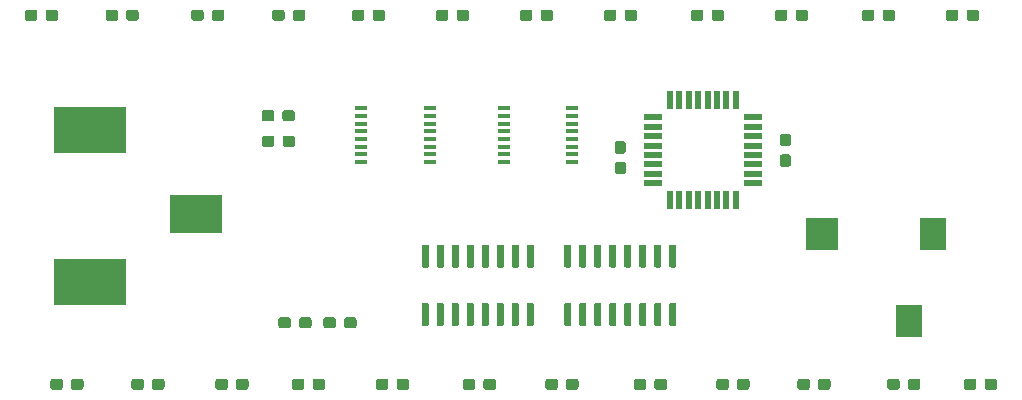
<source format=gbr>
G04 #@! TF.GenerationSoftware,KiCad,Pcbnew,5.1.5-52549c5~84~ubuntu18.04.1*
G04 #@! TF.CreationDate,2019-12-28T22:58:30-05:00*
G04 #@! TF.ProjectId,landfill_board_rev1,6c616e64-6669-46c6-9c5f-626f6172645f,rev?*
G04 #@! TF.SameCoordinates,Original*
G04 #@! TF.FileFunction,Paste,Top*
G04 #@! TF.FilePolarity,Positive*
%FSLAX46Y46*%
G04 Gerber Fmt 4.6, Leading zero omitted, Abs format (unit mm)*
G04 Created by KiCad (PCBNEW 5.1.5-52549c5~84~ubuntu18.04.1) date 2019-12-28 22:58:30*
%MOMM*%
%LPD*%
G04 APERTURE LIST*
%ADD10R,1.000000X0.400000*%
%ADD11R,6.200000X3.900000*%
%ADD12R,4.400000X3.300000*%
%ADD13R,2.800000X2.800000*%
%ADD14R,2.200000X2.800000*%
%ADD15C,0.100000*%
%ADD16R,1.600000X0.550000*%
%ADD17R,0.550000X1.600000*%
G04 APERTURE END LIST*
D10*
X154131600Y-84596400D03*
X154131600Y-83946400D03*
X154131600Y-83296400D03*
X154131600Y-82646400D03*
X154131600Y-81996400D03*
X154131600Y-81346400D03*
X154131600Y-80696400D03*
X154131600Y-80046400D03*
X148331600Y-80046400D03*
X148331600Y-80696400D03*
X148331600Y-81346400D03*
X148331600Y-81996400D03*
X148331600Y-82646400D03*
X148331600Y-83296400D03*
X148331600Y-83946400D03*
X148331600Y-84596400D03*
D11*
X113284400Y-94765800D03*
X113284400Y-81865800D03*
D12*
X122284400Y-89015800D03*
D13*
X175276600Y-90686400D03*
D14*
X184676600Y-90686400D03*
X182676600Y-98086400D03*
D15*
G36*
X158477379Y-82827544D02*
G01*
X158500434Y-82830963D01*
X158523043Y-82836627D01*
X158544987Y-82844479D01*
X158566057Y-82854444D01*
X158586048Y-82866426D01*
X158604768Y-82880310D01*
X158622038Y-82895962D01*
X158637690Y-82913232D01*
X158651574Y-82931952D01*
X158663556Y-82951943D01*
X158673521Y-82973013D01*
X158681373Y-82994957D01*
X158687037Y-83017566D01*
X158690456Y-83040621D01*
X158691600Y-83063900D01*
X158691600Y-83638900D01*
X158690456Y-83662179D01*
X158687037Y-83685234D01*
X158681373Y-83707843D01*
X158673521Y-83729787D01*
X158663556Y-83750857D01*
X158651574Y-83770848D01*
X158637690Y-83789568D01*
X158622038Y-83806838D01*
X158604768Y-83822490D01*
X158586048Y-83836374D01*
X158566057Y-83848356D01*
X158544987Y-83858321D01*
X158523043Y-83866173D01*
X158500434Y-83871837D01*
X158477379Y-83875256D01*
X158454100Y-83876400D01*
X157979100Y-83876400D01*
X157955821Y-83875256D01*
X157932766Y-83871837D01*
X157910157Y-83866173D01*
X157888213Y-83858321D01*
X157867143Y-83848356D01*
X157847152Y-83836374D01*
X157828432Y-83822490D01*
X157811162Y-83806838D01*
X157795510Y-83789568D01*
X157781626Y-83770848D01*
X157769644Y-83750857D01*
X157759679Y-83729787D01*
X157751827Y-83707843D01*
X157746163Y-83685234D01*
X157742744Y-83662179D01*
X157741600Y-83638900D01*
X157741600Y-83063900D01*
X157742744Y-83040621D01*
X157746163Y-83017566D01*
X157751827Y-82994957D01*
X157759679Y-82973013D01*
X157769644Y-82951943D01*
X157781626Y-82931952D01*
X157795510Y-82913232D01*
X157811162Y-82895962D01*
X157828432Y-82880310D01*
X157847152Y-82866426D01*
X157867143Y-82854444D01*
X157888213Y-82844479D01*
X157910157Y-82836627D01*
X157932766Y-82830963D01*
X157955821Y-82827544D01*
X157979100Y-82826400D01*
X158454100Y-82826400D01*
X158477379Y-82827544D01*
G37*
G36*
X158477379Y-84577544D02*
G01*
X158500434Y-84580963D01*
X158523043Y-84586627D01*
X158544987Y-84594479D01*
X158566057Y-84604444D01*
X158586048Y-84616426D01*
X158604768Y-84630310D01*
X158622038Y-84645962D01*
X158637690Y-84663232D01*
X158651574Y-84681952D01*
X158663556Y-84701943D01*
X158673521Y-84723013D01*
X158681373Y-84744957D01*
X158687037Y-84767566D01*
X158690456Y-84790621D01*
X158691600Y-84813900D01*
X158691600Y-85388900D01*
X158690456Y-85412179D01*
X158687037Y-85435234D01*
X158681373Y-85457843D01*
X158673521Y-85479787D01*
X158663556Y-85500857D01*
X158651574Y-85520848D01*
X158637690Y-85539568D01*
X158622038Y-85556838D01*
X158604768Y-85572490D01*
X158586048Y-85586374D01*
X158566057Y-85598356D01*
X158544987Y-85608321D01*
X158523043Y-85616173D01*
X158500434Y-85621837D01*
X158477379Y-85625256D01*
X158454100Y-85626400D01*
X157979100Y-85626400D01*
X157955821Y-85625256D01*
X157932766Y-85621837D01*
X157910157Y-85616173D01*
X157888213Y-85608321D01*
X157867143Y-85598356D01*
X157847152Y-85586374D01*
X157828432Y-85572490D01*
X157811162Y-85556838D01*
X157795510Y-85539568D01*
X157781626Y-85520848D01*
X157769644Y-85500857D01*
X157759679Y-85479787D01*
X157751827Y-85457843D01*
X157746163Y-85435234D01*
X157742744Y-85412179D01*
X157741600Y-85388900D01*
X157741600Y-84813900D01*
X157742744Y-84790621D01*
X157746163Y-84767566D01*
X157751827Y-84744957D01*
X157759679Y-84723013D01*
X157769644Y-84701943D01*
X157781626Y-84681952D01*
X157795510Y-84663232D01*
X157811162Y-84645962D01*
X157828432Y-84630310D01*
X157847152Y-84616426D01*
X157867143Y-84604444D01*
X157888213Y-84594479D01*
X157910157Y-84586627D01*
X157932766Y-84580963D01*
X157955821Y-84577544D01*
X157979100Y-84576400D01*
X158454100Y-84576400D01*
X158477379Y-84577544D01*
G37*
G36*
X172447379Y-83942544D02*
G01*
X172470434Y-83945963D01*
X172493043Y-83951627D01*
X172514987Y-83959479D01*
X172536057Y-83969444D01*
X172556048Y-83981426D01*
X172574768Y-83995310D01*
X172592038Y-84010962D01*
X172607690Y-84028232D01*
X172621574Y-84046952D01*
X172633556Y-84066943D01*
X172643521Y-84088013D01*
X172651373Y-84109957D01*
X172657037Y-84132566D01*
X172660456Y-84155621D01*
X172661600Y-84178900D01*
X172661600Y-84753900D01*
X172660456Y-84777179D01*
X172657037Y-84800234D01*
X172651373Y-84822843D01*
X172643521Y-84844787D01*
X172633556Y-84865857D01*
X172621574Y-84885848D01*
X172607690Y-84904568D01*
X172592038Y-84921838D01*
X172574768Y-84937490D01*
X172556048Y-84951374D01*
X172536057Y-84963356D01*
X172514987Y-84973321D01*
X172493043Y-84981173D01*
X172470434Y-84986837D01*
X172447379Y-84990256D01*
X172424100Y-84991400D01*
X171949100Y-84991400D01*
X171925821Y-84990256D01*
X171902766Y-84986837D01*
X171880157Y-84981173D01*
X171858213Y-84973321D01*
X171837143Y-84963356D01*
X171817152Y-84951374D01*
X171798432Y-84937490D01*
X171781162Y-84921838D01*
X171765510Y-84904568D01*
X171751626Y-84885848D01*
X171739644Y-84865857D01*
X171729679Y-84844787D01*
X171721827Y-84822843D01*
X171716163Y-84800234D01*
X171712744Y-84777179D01*
X171711600Y-84753900D01*
X171711600Y-84178900D01*
X171712744Y-84155621D01*
X171716163Y-84132566D01*
X171721827Y-84109957D01*
X171729679Y-84088013D01*
X171739644Y-84066943D01*
X171751626Y-84046952D01*
X171765510Y-84028232D01*
X171781162Y-84010962D01*
X171798432Y-83995310D01*
X171817152Y-83981426D01*
X171837143Y-83969444D01*
X171858213Y-83959479D01*
X171880157Y-83951627D01*
X171902766Y-83945963D01*
X171925821Y-83942544D01*
X171949100Y-83941400D01*
X172424100Y-83941400D01*
X172447379Y-83942544D01*
G37*
G36*
X172447379Y-82192544D02*
G01*
X172470434Y-82195963D01*
X172493043Y-82201627D01*
X172514987Y-82209479D01*
X172536057Y-82219444D01*
X172556048Y-82231426D01*
X172574768Y-82245310D01*
X172592038Y-82260962D01*
X172607690Y-82278232D01*
X172621574Y-82296952D01*
X172633556Y-82316943D01*
X172643521Y-82338013D01*
X172651373Y-82359957D01*
X172657037Y-82382566D01*
X172660456Y-82405621D01*
X172661600Y-82428900D01*
X172661600Y-83003900D01*
X172660456Y-83027179D01*
X172657037Y-83050234D01*
X172651373Y-83072843D01*
X172643521Y-83094787D01*
X172633556Y-83115857D01*
X172621574Y-83135848D01*
X172607690Y-83154568D01*
X172592038Y-83171838D01*
X172574768Y-83187490D01*
X172556048Y-83201374D01*
X172536057Y-83213356D01*
X172514987Y-83223321D01*
X172493043Y-83231173D01*
X172470434Y-83236837D01*
X172447379Y-83240256D01*
X172424100Y-83241400D01*
X171949100Y-83241400D01*
X171925821Y-83240256D01*
X171902766Y-83236837D01*
X171880157Y-83231173D01*
X171858213Y-83223321D01*
X171837143Y-83213356D01*
X171817152Y-83201374D01*
X171798432Y-83187490D01*
X171781162Y-83171838D01*
X171765510Y-83154568D01*
X171751626Y-83135848D01*
X171739644Y-83115857D01*
X171729679Y-83094787D01*
X171721827Y-83072843D01*
X171716163Y-83050234D01*
X171712744Y-83027179D01*
X171711600Y-83003900D01*
X171711600Y-82428900D01*
X171712744Y-82405621D01*
X171716163Y-82382566D01*
X171721827Y-82359957D01*
X171729679Y-82338013D01*
X171739644Y-82316943D01*
X171751626Y-82296952D01*
X171765510Y-82278232D01*
X171781162Y-82260962D01*
X171798432Y-82245310D01*
X171817152Y-82231426D01*
X171837143Y-82219444D01*
X171858213Y-82209479D01*
X171880157Y-82201627D01*
X171902766Y-82195963D01*
X171925821Y-82192544D01*
X171949100Y-82191400D01*
X172424100Y-82191400D01*
X172447379Y-82192544D01*
G37*
G36*
X130107379Y-97722544D02*
G01*
X130130434Y-97725963D01*
X130153043Y-97731627D01*
X130174987Y-97739479D01*
X130196057Y-97749444D01*
X130216048Y-97761426D01*
X130234768Y-97775310D01*
X130252038Y-97790962D01*
X130267690Y-97808232D01*
X130281574Y-97826952D01*
X130293556Y-97846943D01*
X130303521Y-97868013D01*
X130311373Y-97889957D01*
X130317037Y-97912566D01*
X130320456Y-97935621D01*
X130321600Y-97958900D01*
X130321600Y-98433900D01*
X130320456Y-98457179D01*
X130317037Y-98480234D01*
X130311373Y-98502843D01*
X130303521Y-98524787D01*
X130293556Y-98545857D01*
X130281574Y-98565848D01*
X130267690Y-98584568D01*
X130252038Y-98601838D01*
X130234768Y-98617490D01*
X130216048Y-98631374D01*
X130196057Y-98643356D01*
X130174987Y-98653321D01*
X130153043Y-98661173D01*
X130130434Y-98666837D01*
X130107379Y-98670256D01*
X130084100Y-98671400D01*
X129509100Y-98671400D01*
X129485821Y-98670256D01*
X129462766Y-98666837D01*
X129440157Y-98661173D01*
X129418213Y-98653321D01*
X129397143Y-98643356D01*
X129377152Y-98631374D01*
X129358432Y-98617490D01*
X129341162Y-98601838D01*
X129325510Y-98584568D01*
X129311626Y-98565848D01*
X129299644Y-98545857D01*
X129289679Y-98524787D01*
X129281827Y-98502843D01*
X129276163Y-98480234D01*
X129272744Y-98457179D01*
X129271600Y-98433900D01*
X129271600Y-97958900D01*
X129272744Y-97935621D01*
X129276163Y-97912566D01*
X129281827Y-97889957D01*
X129289679Y-97868013D01*
X129299644Y-97846943D01*
X129311626Y-97826952D01*
X129325510Y-97808232D01*
X129341162Y-97790962D01*
X129358432Y-97775310D01*
X129377152Y-97761426D01*
X129397143Y-97749444D01*
X129418213Y-97739479D01*
X129440157Y-97731627D01*
X129462766Y-97725963D01*
X129485821Y-97722544D01*
X129509100Y-97721400D01*
X130084100Y-97721400D01*
X130107379Y-97722544D01*
G37*
G36*
X131857379Y-97722544D02*
G01*
X131880434Y-97725963D01*
X131903043Y-97731627D01*
X131924987Y-97739479D01*
X131946057Y-97749444D01*
X131966048Y-97761426D01*
X131984768Y-97775310D01*
X132002038Y-97790962D01*
X132017690Y-97808232D01*
X132031574Y-97826952D01*
X132043556Y-97846943D01*
X132053521Y-97868013D01*
X132061373Y-97889957D01*
X132067037Y-97912566D01*
X132070456Y-97935621D01*
X132071600Y-97958900D01*
X132071600Y-98433900D01*
X132070456Y-98457179D01*
X132067037Y-98480234D01*
X132061373Y-98502843D01*
X132053521Y-98524787D01*
X132043556Y-98545857D01*
X132031574Y-98565848D01*
X132017690Y-98584568D01*
X132002038Y-98601838D01*
X131984768Y-98617490D01*
X131966048Y-98631374D01*
X131946057Y-98643356D01*
X131924987Y-98653321D01*
X131903043Y-98661173D01*
X131880434Y-98666837D01*
X131857379Y-98670256D01*
X131834100Y-98671400D01*
X131259100Y-98671400D01*
X131235821Y-98670256D01*
X131212766Y-98666837D01*
X131190157Y-98661173D01*
X131168213Y-98653321D01*
X131147143Y-98643356D01*
X131127152Y-98631374D01*
X131108432Y-98617490D01*
X131091162Y-98601838D01*
X131075510Y-98584568D01*
X131061626Y-98565848D01*
X131049644Y-98545857D01*
X131039679Y-98524787D01*
X131031827Y-98502843D01*
X131026163Y-98480234D01*
X131022744Y-98457179D01*
X131021600Y-98433900D01*
X131021600Y-97958900D01*
X131022744Y-97935621D01*
X131026163Y-97912566D01*
X131031827Y-97889957D01*
X131039679Y-97868013D01*
X131049644Y-97846943D01*
X131061626Y-97826952D01*
X131075510Y-97808232D01*
X131091162Y-97790962D01*
X131108432Y-97775310D01*
X131127152Y-97761426D01*
X131147143Y-97749444D01*
X131168213Y-97739479D01*
X131190157Y-97731627D01*
X131212766Y-97725963D01*
X131235821Y-97722544D01*
X131259100Y-97721400D01*
X131834100Y-97721400D01*
X131857379Y-97722544D01*
G37*
G36*
X133917379Y-97722544D02*
G01*
X133940434Y-97725963D01*
X133963043Y-97731627D01*
X133984987Y-97739479D01*
X134006057Y-97749444D01*
X134026048Y-97761426D01*
X134044768Y-97775310D01*
X134062038Y-97790962D01*
X134077690Y-97808232D01*
X134091574Y-97826952D01*
X134103556Y-97846943D01*
X134113521Y-97868013D01*
X134121373Y-97889957D01*
X134127037Y-97912566D01*
X134130456Y-97935621D01*
X134131600Y-97958900D01*
X134131600Y-98433900D01*
X134130456Y-98457179D01*
X134127037Y-98480234D01*
X134121373Y-98502843D01*
X134113521Y-98524787D01*
X134103556Y-98545857D01*
X134091574Y-98565848D01*
X134077690Y-98584568D01*
X134062038Y-98601838D01*
X134044768Y-98617490D01*
X134026048Y-98631374D01*
X134006057Y-98643356D01*
X133984987Y-98653321D01*
X133963043Y-98661173D01*
X133940434Y-98666837D01*
X133917379Y-98670256D01*
X133894100Y-98671400D01*
X133319100Y-98671400D01*
X133295821Y-98670256D01*
X133272766Y-98666837D01*
X133250157Y-98661173D01*
X133228213Y-98653321D01*
X133207143Y-98643356D01*
X133187152Y-98631374D01*
X133168432Y-98617490D01*
X133151162Y-98601838D01*
X133135510Y-98584568D01*
X133121626Y-98565848D01*
X133109644Y-98545857D01*
X133099679Y-98524787D01*
X133091827Y-98502843D01*
X133086163Y-98480234D01*
X133082744Y-98457179D01*
X133081600Y-98433900D01*
X133081600Y-97958900D01*
X133082744Y-97935621D01*
X133086163Y-97912566D01*
X133091827Y-97889957D01*
X133099679Y-97868013D01*
X133109644Y-97846943D01*
X133121626Y-97826952D01*
X133135510Y-97808232D01*
X133151162Y-97790962D01*
X133168432Y-97775310D01*
X133187152Y-97761426D01*
X133207143Y-97749444D01*
X133228213Y-97739479D01*
X133250157Y-97731627D01*
X133272766Y-97725963D01*
X133295821Y-97722544D01*
X133319100Y-97721400D01*
X133894100Y-97721400D01*
X133917379Y-97722544D01*
G37*
G36*
X135667379Y-97722544D02*
G01*
X135690434Y-97725963D01*
X135713043Y-97731627D01*
X135734987Y-97739479D01*
X135756057Y-97749444D01*
X135776048Y-97761426D01*
X135794768Y-97775310D01*
X135812038Y-97790962D01*
X135827690Y-97808232D01*
X135841574Y-97826952D01*
X135853556Y-97846943D01*
X135863521Y-97868013D01*
X135871373Y-97889957D01*
X135877037Y-97912566D01*
X135880456Y-97935621D01*
X135881600Y-97958900D01*
X135881600Y-98433900D01*
X135880456Y-98457179D01*
X135877037Y-98480234D01*
X135871373Y-98502843D01*
X135863521Y-98524787D01*
X135853556Y-98545857D01*
X135841574Y-98565848D01*
X135827690Y-98584568D01*
X135812038Y-98601838D01*
X135794768Y-98617490D01*
X135776048Y-98631374D01*
X135756057Y-98643356D01*
X135734987Y-98653321D01*
X135713043Y-98661173D01*
X135690434Y-98666837D01*
X135667379Y-98670256D01*
X135644100Y-98671400D01*
X135069100Y-98671400D01*
X135045821Y-98670256D01*
X135022766Y-98666837D01*
X135000157Y-98661173D01*
X134978213Y-98653321D01*
X134957143Y-98643356D01*
X134937152Y-98631374D01*
X134918432Y-98617490D01*
X134901162Y-98601838D01*
X134885510Y-98584568D01*
X134871626Y-98565848D01*
X134859644Y-98545857D01*
X134849679Y-98524787D01*
X134841827Y-98502843D01*
X134836163Y-98480234D01*
X134832744Y-98457179D01*
X134831600Y-98433900D01*
X134831600Y-97958900D01*
X134832744Y-97935621D01*
X134836163Y-97912566D01*
X134841827Y-97889957D01*
X134849679Y-97868013D01*
X134859644Y-97846943D01*
X134871626Y-97826952D01*
X134885510Y-97808232D01*
X134901162Y-97790962D01*
X134918432Y-97775310D01*
X134937152Y-97761426D01*
X134957143Y-97749444D01*
X134978213Y-97739479D01*
X135000157Y-97731627D01*
X135022766Y-97725963D01*
X135045821Y-97722544D01*
X135069100Y-97721400D01*
X135644100Y-97721400D01*
X135667379Y-97722544D01*
G37*
G36*
X128696379Y-80196544D02*
G01*
X128719434Y-80199963D01*
X128742043Y-80205627D01*
X128763987Y-80213479D01*
X128785057Y-80223444D01*
X128805048Y-80235426D01*
X128823768Y-80249310D01*
X128841038Y-80264962D01*
X128856690Y-80282232D01*
X128870574Y-80300952D01*
X128882556Y-80320943D01*
X128892521Y-80342013D01*
X128900373Y-80363957D01*
X128906037Y-80386566D01*
X128909456Y-80409621D01*
X128910600Y-80432900D01*
X128910600Y-80907900D01*
X128909456Y-80931179D01*
X128906037Y-80954234D01*
X128900373Y-80976843D01*
X128892521Y-80998787D01*
X128882556Y-81019857D01*
X128870574Y-81039848D01*
X128856690Y-81058568D01*
X128841038Y-81075838D01*
X128823768Y-81091490D01*
X128805048Y-81105374D01*
X128785057Y-81117356D01*
X128763987Y-81127321D01*
X128742043Y-81135173D01*
X128719434Y-81140837D01*
X128696379Y-81144256D01*
X128673100Y-81145400D01*
X128098100Y-81145400D01*
X128074821Y-81144256D01*
X128051766Y-81140837D01*
X128029157Y-81135173D01*
X128007213Y-81127321D01*
X127986143Y-81117356D01*
X127966152Y-81105374D01*
X127947432Y-81091490D01*
X127930162Y-81075838D01*
X127914510Y-81058568D01*
X127900626Y-81039848D01*
X127888644Y-81019857D01*
X127878679Y-80998787D01*
X127870827Y-80976843D01*
X127865163Y-80954234D01*
X127861744Y-80931179D01*
X127860600Y-80907900D01*
X127860600Y-80432900D01*
X127861744Y-80409621D01*
X127865163Y-80386566D01*
X127870827Y-80363957D01*
X127878679Y-80342013D01*
X127888644Y-80320943D01*
X127900626Y-80300952D01*
X127914510Y-80282232D01*
X127930162Y-80264962D01*
X127947432Y-80249310D01*
X127966152Y-80235426D01*
X127986143Y-80223444D01*
X128007213Y-80213479D01*
X128029157Y-80205627D01*
X128051766Y-80199963D01*
X128074821Y-80196544D01*
X128098100Y-80195400D01*
X128673100Y-80195400D01*
X128696379Y-80196544D01*
G37*
G36*
X130446379Y-80196544D02*
G01*
X130469434Y-80199963D01*
X130492043Y-80205627D01*
X130513987Y-80213479D01*
X130535057Y-80223444D01*
X130555048Y-80235426D01*
X130573768Y-80249310D01*
X130591038Y-80264962D01*
X130606690Y-80282232D01*
X130620574Y-80300952D01*
X130632556Y-80320943D01*
X130642521Y-80342013D01*
X130650373Y-80363957D01*
X130656037Y-80386566D01*
X130659456Y-80409621D01*
X130660600Y-80432900D01*
X130660600Y-80907900D01*
X130659456Y-80931179D01*
X130656037Y-80954234D01*
X130650373Y-80976843D01*
X130642521Y-80998787D01*
X130632556Y-81019857D01*
X130620574Y-81039848D01*
X130606690Y-81058568D01*
X130591038Y-81075838D01*
X130573768Y-81091490D01*
X130555048Y-81105374D01*
X130535057Y-81117356D01*
X130513987Y-81127321D01*
X130492043Y-81135173D01*
X130469434Y-81140837D01*
X130446379Y-81144256D01*
X130423100Y-81145400D01*
X129848100Y-81145400D01*
X129824821Y-81144256D01*
X129801766Y-81140837D01*
X129779157Y-81135173D01*
X129757213Y-81127321D01*
X129736143Y-81117356D01*
X129716152Y-81105374D01*
X129697432Y-81091490D01*
X129680162Y-81075838D01*
X129664510Y-81058568D01*
X129650626Y-81039848D01*
X129638644Y-81019857D01*
X129628679Y-80998787D01*
X129620827Y-80976843D01*
X129615163Y-80954234D01*
X129611744Y-80931179D01*
X129610600Y-80907900D01*
X129610600Y-80432900D01*
X129611744Y-80409621D01*
X129615163Y-80386566D01*
X129620827Y-80363957D01*
X129628679Y-80342013D01*
X129638644Y-80320943D01*
X129650626Y-80300952D01*
X129664510Y-80282232D01*
X129680162Y-80264962D01*
X129697432Y-80249310D01*
X129716152Y-80235426D01*
X129736143Y-80223444D01*
X129757213Y-80213479D01*
X129779157Y-80205627D01*
X129801766Y-80199963D01*
X129824821Y-80196544D01*
X129848100Y-80195400D01*
X130423100Y-80195400D01*
X130446379Y-80196544D01*
G37*
G36*
X112553379Y-102929544D02*
G01*
X112576434Y-102932963D01*
X112599043Y-102938627D01*
X112620987Y-102946479D01*
X112642057Y-102956444D01*
X112662048Y-102968426D01*
X112680768Y-102982310D01*
X112698038Y-102997962D01*
X112713690Y-103015232D01*
X112727574Y-103033952D01*
X112739556Y-103053943D01*
X112749521Y-103075013D01*
X112757373Y-103096957D01*
X112763037Y-103119566D01*
X112766456Y-103142621D01*
X112767600Y-103165900D01*
X112767600Y-103640900D01*
X112766456Y-103664179D01*
X112763037Y-103687234D01*
X112757373Y-103709843D01*
X112749521Y-103731787D01*
X112739556Y-103752857D01*
X112727574Y-103772848D01*
X112713690Y-103791568D01*
X112698038Y-103808838D01*
X112680768Y-103824490D01*
X112662048Y-103838374D01*
X112642057Y-103850356D01*
X112620987Y-103860321D01*
X112599043Y-103868173D01*
X112576434Y-103873837D01*
X112553379Y-103877256D01*
X112530100Y-103878400D01*
X111955100Y-103878400D01*
X111931821Y-103877256D01*
X111908766Y-103873837D01*
X111886157Y-103868173D01*
X111864213Y-103860321D01*
X111843143Y-103850356D01*
X111823152Y-103838374D01*
X111804432Y-103824490D01*
X111787162Y-103808838D01*
X111771510Y-103791568D01*
X111757626Y-103772848D01*
X111745644Y-103752857D01*
X111735679Y-103731787D01*
X111727827Y-103709843D01*
X111722163Y-103687234D01*
X111718744Y-103664179D01*
X111717600Y-103640900D01*
X111717600Y-103165900D01*
X111718744Y-103142621D01*
X111722163Y-103119566D01*
X111727827Y-103096957D01*
X111735679Y-103075013D01*
X111745644Y-103053943D01*
X111757626Y-103033952D01*
X111771510Y-103015232D01*
X111787162Y-102997962D01*
X111804432Y-102982310D01*
X111823152Y-102968426D01*
X111843143Y-102956444D01*
X111864213Y-102946479D01*
X111886157Y-102938627D01*
X111908766Y-102932963D01*
X111931821Y-102929544D01*
X111955100Y-102928400D01*
X112530100Y-102928400D01*
X112553379Y-102929544D01*
G37*
G36*
X110803379Y-102929544D02*
G01*
X110826434Y-102932963D01*
X110849043Y-102938627D01*
X110870987Y-102946479D01*
X110892057Y-102956444D01*
X110912048Y-102968426D01*
X110930768Y-102982310D01*
X110948038Y-102997962D01*
X110963690Y-103015232D01*
X110977574Y-103033952D01*
X110989556Y-103053943D01*
X110999521Y-103075013D01*
X111007373Y-103096957D01*
X111013037Y-103119566D01*
X111016456Y-103142621D01*
X111017600Y-103165900D01*
X111017600Y-103640900D01*
X111016456Y-103664179D01*
X111013037Y-103687234D01*
X111007373Y-103709843D01*
X110999521Y-103731787D01*
X110989556Y-103752857D01*
X110977574Y-103772848D01*
X110963690Y-103791568D01*
X110948038Y-103808838D01*
X110930768Y-103824490D01*
X110912048Y-103838374D01*
X110892057Y-103850356D01*
X110870987Y-103860321D01*
X110849043Y-103868173D01*
X110826434Y-103873837D01*
X110803379Y-103877256D01*
X110780100Y-103878400D01*
X110205100Y-103878400D01*
X110181821Y-103877256D01*
X110158766Y-103873837D01*
X110136157Y-103868173D01*
X110114213Y-103860321D01*
X110093143Y-103850356D01*
X110073152Y-103838374D01*
X110054432Y-103824490D01*
X110037162Y-103808838D01*
X110021510Y-103791568D01*
X110007626Y-103772848D01*
X109995644Y-103752857D01*
X109985679Y-103731787D01*
X109977827Y-103709843D01*
X109972163Y-103687234D01*
X109968744Y-103664179D01*
X109967600Y-103640900D01*
X109967600Y-103165900D01*
X109968744Y-103142621D01*
X109972163Y-103119566D01*
X109977827Y-103096957D01*
X109985679Y-103075013D01*
X109995644Y-103053943D01*
X110007626Y-103033952D01*
X110021510Y-103015232D01*
X110037162Y-102997962D01*
X110054432Y-102982310D01*
X110073152Y-102968426D01*
X110093143Y-102956444D01*
X110114213Y-102946479D01*
X110136157Y-102938627D01*
X110158766Y-102932963D01*
X110181821Y-102929544D01*
X110205100Y-102928400D01*
X110780100Y-102928400D01*
X110803379Y-102929544D01*
G37*
G36*
X119411379Y-102929544D02*
G01*
X119434434Y-102932963D01*
X119457043Y-102938627D01*
X119478987Y-102946479D01*
X119500057Y-102956444D01*
X119520048Y-102968426D01*
X119538768Y-102982310D01*
X119556038Y-102997962D01*
X119571690Y-103015232D01*
X119585574Y-103033952D01*
X119597556Y-103053943D01*
X119607521Y-103075013D01*
X119615373Y-103096957D01*
X119621037Y-103119566D01*
X119624456Y-103142621D01*
X119625600Y-103165900D01*
X119625600Y-103640900D01*
X119624456Y-103664179D01*
X119621037Y-103687234D01*
X119615373Y-103709843D01*
X119607521Y-103731787D01*
X119597556Y-103752857D01*
X119585574Y-103772848D01*
X119571690Y-103791568D01*
X119556038Y-103808838D01*
X119538768Y-103824490D01*
X119520048Y-103838374D01*
X119500057Y-103850356D01*
X119478987Y-103860321D01*
X119457043Y-103868173D01*
X119434434Y-103873837D01*
X119411379Y-103877256D01*
X119388100Y-103878400D01*
X118813100Y-103878400D01*
X118789821Y-103877256D01*
X118766766Y-103873837D01*
X118744157Y-103868173D01*
X118722213Y-103860321D01*
X118701143Y-103850356D01*
X118681152Y-103838374D01*
X118662432Y-103824490D01*
X118645162Y-103808838D01*
X118629510Y-103791568D01*
X118615626Y-103772848D01*
X118603644Y-103752857D01*
X118593679Y-103731787D01*
X118585827Y-103709843D01*
X118580163Y-103687234D01*
X118576744Y-103664179D01*
X118575600Y-103640900D01*
X118575600Y-103165900D01*
X118576744Y-103142621D01*
X118580163Y-103119566D01*
X118585827Y-103096957D01*
X118593679Y-103075013D01*
X118603644Y-103053943D01*
X118615626Y-103033952D01*
X118629510Y-103015232D01*
X118645162Y-102997962D01*
X118662432Y-102982310D01*
X118681152Y-102968426D01*
X118701143Y-102956444D01*
X118722213Y-102946479D01*
X118744157Y-102938627D01*
X118766766Y-102932963D01*
X118789821Y-102929544D01*
X118813100Y-102928400D01*
X119388100Y-102928400D01*
X119411379Y-102929544D01*
G37*
G36*
X117661379Y-102929544D02*
G01*
X117684434Y-102932963D01*
X117707043Y-102938627D01*
X117728987Y-102946479D01*
X117750057Y-102956444D01*
X117770048Y-102968426D01*
X117788768Y-102982310D01*
X117806038Y-102997962D01*
X117821690Y-103015232D01*
X117835574Y-103033952D01*
X117847556Y-103053943D01*
X117857521Y-103075013D01*
X117865373Y-103096957D01*
X117871037Y-103119566D01*
X117874456Y-103142621D01*
X117875600Y-103165900D01*
X117875600Y-103640900D01*
X117874456Y-103664179D01*
X117871037Y-103687234D01*
X117865373Y-103709843D01*
X117857521Y-103731787D01*
X117847556Y-103752857D01*
X117835574Y-103772848D01*
X117821690Y-103791568D01*
X117806038Y-103808838D01*
X117788768Y-103824490D01*
X117770048Y-103838374D01*
X117750057Y-103850356D01*
X117728987Y-103860321D01*
X117707043Y-103868173D01*
X117684434Y-103873837D01*
X117661379Y-103877256D01*
X117638100Y-103878400D01*
X117063100Y-103878400D01*
X117039821Y-103877256D01*
X117016766Y-103873837D01*
X116994157Y-103868173D01*
X116972213Y-103860321D01*
X116951143Y-103850356D01*
X116931152Y-103838374D01*
X116912432Y-103824490D01*
X116895162Y-103808838D01*
X116879510Y-103791568D01*
X116865626Y-103772848D01*
X116853644Y-103752857D01*
X116843679Y-103731787D01*
X116835827Y-103709843D01*
X116830163Y-103687234D01*
X116826744Y-103664179D01*
X116825600Y-103640900D01*
X116825600Y-103165900D01*
X116826744Y-103142621D01*
X116830163Y-103119566D01*
X116835827Y-103096957D01*
X116843679Y-103075013D01*
X116853644Y-103053943D01*
X116865626Y-103033952D01*
X116879510Y-103015232D01*
X116895162Y-102997962D01*
X116912432Y-102982310D01*
X116931152Y-102968426D01*
X116951143Y-102956444D01*
X116972213Y-102946479D01*
X116994157Y-102938627D01*
X117016766Y-102932963D01*
X117039821Y-102929544D01*
X117063100Y-102928400D01*
X117638100Y-102928400D01*
X117661379Y-102929544D01*
G37*
G36*
X126523379Y-102929544D02*
G01*
X126546434Y-102932963D01*
X126569043Y-102938627D01*
X126590987Y-102946479D01*
X126612057Y-102956444D01*
X126632048Y-102968426D01*
X126650768Y-102982310D01*
X126668038Y-102997962D01*
X126683690Y-103015232D01*
X126697574Y-103033952D01*
X126709556Y-103053943D01*
X126719521Y-103075013D01*
X126727373Y-103096957D01*
X126733037Y-103119566D01*
X126736456Y-103142621D01*
X126737600Y-103165900D01*
X126737600Y-103640900D01*
X126736456Y-103664179D01*
X126733037Y-103687234D01*
X126727373Y-103709843D01*
X126719521Y-103731787D01*
X126709556Y-103752857D01*
X126697574Y-103772848D01*
X126683690Y-103791568D01*
X126668038Y-103808838D01*
X126650768Y-103824490D01*
X126632048Y-103838374D01*
X126612057Y-103850356D01*
X126590987Y-103860321D01*
X126569043Y-103868173D01*
X126546434Y-103873837D01*
X126523379Y-103877256D01*
X126500100Y-103878400D01*
X125925100Y-103878400D01*
X125901821Y-103877256D01*
X125878766Y-103873837D01*
X125856157Y-103868173D01*
X125834213Y-103860321D01*
X125813143Y-103850356D01*
X125793152Y-103838374D01*
X125774432Y-103824490D01*
X125757162Y-103808838D01*
X125741510Y-103791568D01*
X125727626Y-103772848D01*
X125715644Y-103752857D01*
X125705679Y-103731787D01*
X125697827Y-103709843D01*
X125692163Y-103687234D01*
X125688744Y-103664179D01*
X125687600Y-103640900D01*
X125687600Y-103165900D01*
X125688744Y-103142621D01*
X125692163Y-103119566D01*
X125697827Y-103096957D01*
X125705679Y-103075013D01*
X125715644Y-103053943D01*
X125727626Y-103033952D01*
X125741510Y-103015232D01*
X125757162Y-102997962D01*
X125774432Y-102982310D01*
X125793152Y-102968426D01*
X125813143Y-102956444D01*
X125834213Y-102946479D01*
X125856157Y-102938627D01*
X125878766Y-102932963D01*
X125901821Y-102929544D01*
X125925100Y-102928400D01*
X126500100Y-102928400D01*
X126523379Y-102929544D01*
G37*
G36*
X124773379Y-102929544D02*
G01*
X124796434Y-102932963D01*
X124819043Y-102938627D01*
X124840987Y-102946479D01*
X124862057Y-102956444D01*
X124882048Y-102968426D01*
X124900768Y-102982310D01*
X124918038Y-102997962D01*
X124933690Y-103015232D01*
X124947574Y-103033952D01*
X124959556Y-103053943D01*
X124969521Y-103075013D01*
X124977373Y-103096957D01*
X124983037Y-103119566D01*
X124986456Y-103142621D01*
X124987600Y-103165900D01*
X124987600Y-103640900D01*
X124986456Y-103664179D01*
X124983037Y-103687234D01*
X124977373Y-103709843D01*
X124969521Y-103731787D01*
X124959556Y-103752857D01*
X124947574Y-103772848D01*
X124933690Y-103791568D01*
X124918038Y-103808838D01*
X124900768Y-103824490D01*
X124882048Y-103838374D01*
X124862057Y-103850356D01*
X124840987Y-103860321D01*
X124819043Y-103868173D01*
X124796434Y-103873837D01*
X124773379Y-103877256D01*
X124750100Y-103878400D01*
X124175100Y-103878400D01*
X124151821Y-103877256D01*
X124128766Y-103873837D01*
X124106157Y-103868173D01*
X124084213Y-103860321D01*
X124063143Y-103850356D01*
X124043152Y-103838374D01*
X124024432Y-103824490D01*
X124007162Y-103808838D01*
X123991510Y-103791568D01*
X123977626Y-103772848D01*
X123965644Y-103752857D01*
X123955679Y-103731787D01*
X123947827Y-103709843D01*
X123942163Y-103687234D01*
X123938744Y-103664179D01*
X123937600Y-103640900D01*
X123937600Y-103165900D01*
X123938744Y-103142621D01*
X123942163Y-103119566D01*
X123947827Y-103096957D01*
X123955679Y-103075013D01*
X123965644Y-103053943D01*
X123977626Y-103033952D01*
X123991510Y-103015232D01*
X124007162Y-102997962D01*
X124024432Y-102982310D01*
X124043152Y-102968426D01*
X124063143Y-102956444D01*
X124084213Y-102946479D01*
X124106157Y-102938627D01*
X124128766Y-102932963D01*
X124151821Y-102929544D01*
X124175100Y-102928400D01*
X124750100Y-102928400D01*
X124773379Y-102929544D01*
G37*
G36*
X133000379Y-102929544D02*
G01*
X133023434Y-102932963D01*
X133046043Y-102938627D01*
X133067987Y-102946479D01*
X133089057Y-102956444D01*
X133109048Y-102968426D01*
X133127768Y-102982310D01*
X133145038Y-102997962D01*
X133160690Y-103015232D01*
X133174574Y-103033952D01*
X133186556Y-103053943D01*
X133196521Y-103075013D01*
X133204373Y-103096957D01*
X133210037Y-103119566D01*
X133213456Y-103142621D01*
X133214600Y-103165900D01*
X133214600Y-103640900D01*
X133213456Y-103664179D01*
X133210037Y-103687234D01*
X133204373Y-103709843D01*
X133196521Y-103731787D01*
X133186556Y-103752857D01*
X133174574Y-103772848D01*
X133160690Y-103791568D01*
X133145038Y-103808838D01*
X133127768Y-103824490D01*
X133109048Y-103838374D01*
X133089057Y-103850356D01*
X133067987Y-103860321D01*
X133046043Y-103868173D01*
X133023434Y-103873837D01*
X133000379Y-103877256D01*
X132977100Y-103878400D01*
X132402100Y-103878400D01*
X132378821Y-103877256D01*
X132355766Y-103873837D01*
X132333157Y-103868173D01*
X132311213Y-103860321D01*
X132290143Y-103850356D01*
X132270152Y-103838374D01*
X132251432Y-103824490D01*
X132234162Y-103808838D01*
X132218510Y-103791568D01*
X132204626Y-103772848D01*
X132192644Y-103752857D01*
X132182679Y-103731787D01*
X132174827Y-103709843D01*
X132169163Y-103687234D01*
X132165744Y-103664179D01*
X132164600Y-103640900D01*
X132164600Y-103165900D01*
X132165744Y-103142621D01*
X132169163Y-103119566D01*
X132174827Y-103096957D01*
X132182679Y-103075013D01*
X132192644Y-103053943D01*
X132204626Y-103033952D01*
X132218510Y-103015232D01*
X132234162Y-102997962D01*
X132251432Y-102982310D01*
X132270152Y-102968426D01*
X132290143Y-102956444D01*
X132311213Y-102946479D01*
X132333157Y-102938627D01*
X132355766Y-102932963D01*
X132378821Y-102929544D01*
X132402100Y-102928400D01*
X132977100Y-102928400D01*
X133000379Y-102929544D01*
G37*
G36*
X131250379Y-102929544D02*
G01*
X131273434Y-102932963D01*
X131296043Y-102938627D01*
X131317987Y-102946479D01*
X131339057Y-102956444D01*
X131359048Y-102968426D01*
X131377768Y-102982310D01*
X131395038Y-102997962D01*
X131410690Y-103015232D01*
X131424574Y-103033952D01*
X131436556Y-103053943D01*
X131446521Y-103075013D01*
X131454373Y-103096957D01*
X131460037Y-103119566D01*
X131463456Y-103142621D01*
X131464600Y-103165900D01*
X131464600Y-103640900D01*
X131463456Y-103664179D01*
X131460037Y-103687234D01*
X131454373Y-103709843D01*
X131446521Y-103731787D01*
X131436556Y-103752857D01*
X131424574Y-103772848D01*
X131410690Y-103791568D01*
X131395038Y-103808838D01*
X131377768Y-103824490D01*
X131359048Y-103838374D01*
X131339057Y-103850356D01*
X131317987Y-103860321D01*
X131296043Y-103868173D01*
X131273434Y-103873837D01*
X131250379Y-103877256D01*
X131227100Y-103878400D01*
X130652100Y-103878400D01*
X130628821Y-103877256D01*
X130605766Y-103873837D01*
X130583157Y-103868173D01*
X130561213Y-103860321D01*
X130540143Y-103850356D01*
X130520152Y-103838374D01*
X130501432Y-103824490D01*
X130484162Y-103808838D01*
X130468510Y-103791568D01*
X130454626Y-103772848D01*
X130442644Y-103752857D01*
X130432679Y-103731787D01*
X130424827Y-103709843D01*
X130419163Y-103687234D01*
X130415744Y-103664179D01*
X130414600Y-103640900D01*
X130414600Y-103165900D01*
X130415744Y-103142621D01*
X130419163Y-103119566D01*
X130424827Y-103096957D01*
X130432679Y-103075013D01*
X130442644Y-103053943D01*
X130454626Y-103033952D01*
X130468510Y-103015232D01*
X130484162Y-102997962D01*
X130501432Y-102982310D01*
X130520152Y-102968426D01*
X130540143Y-102956444D01*
X130561213Y-102946479D01*
X130583157Y-102938627D01*
X130605766Y-102932963D01*
X130628821Y-102929544D01*
X130652100Y-102928400D01*
X131227100Y-102928400D01*
X131250379Y-102929544D01*
G37*
G36*
X140112379Y-102929544D02*
G01*
X140135434Y-102932963D01*
X140158043Y-102938627D01*
X140179987Y-102946479D01*
X140201057Y-102956444D01*
X140221048Y-102968426D01*
X140239768Y-102982310D01*
X140257038Y-102997962D01*
X140272690Y-103015232D01*
X140286574Y-103033952D01*
X140298556Y-103053943D01*
X140308521Y-103075013D01*
X140316373Y-103096957D01*
X140322037Y-103119566D01*
X140325456Y-103142621D01*
X140326600Y-103165900D01*
X140326600Y-103640900D01*
X140325456Y-103664179D01*
X140322037Y-103687234D01*
X140316373Y-103709843D01*
X140308521Y-103731787D01*
X140298556Y-103752857D01*
X140286574Y-103772848D01*
X140272690Y-103791568D01*
X140257038Y-103808838D01*
X140239768Y-103824490D01*
X140221048Y-103838374D01*
X140201057Y-103850356D01*
X140179987Y-103860321D01*
X140158043Y-103868173D01*
X140135434Y-103873837D01*
X140112379Y-103877256D01*
X140089100Y-103878400D01*
X139514100Y-103878400D01*
X139490821Y-103877256D01*
X139467766Y-103873837D01*
X139445157Y-103868173D01*
X139423213Y-103860321D01*
X139402143Y-103850356D01*
X139382152Y-103838374D01*
X139363432Y-103824490D01*
X139346162Y-103808838D01*
X139330510Y-103791568D01*
X139316626Y-103772848D01*
X139304644Y-103752857D01*
X139294679Y-103731787D01*
X139286827Y-103709843D01*
X139281163Y-103687234D01*
X139277744Y-103664179D01*
X139276600Y-103640900D01*
X139276600Y-103165900D01*
X139277744Y-103142621D01*
X139281163Y-103119566D01*
X139286827Y-103096957D01*
X139294679Y-103075013D01*
X139304644Y-103053943D01*
X139316626Y-103033952D01*
X139330510Y-103015232D01*
X139346162Y-102997962D01*
X139363432Y-102982310D01*
X139382152Y-102968426D01*
X139402143Y-102956444D01*
X139423213Y-102946479D01*
X139445157Y-102938627D01*
X139467766Y-102932963D01*
X139490821Y-102929544D01*
X139514100Y-102928400D01*
X140089100Y-102928400D01*
X140112379Y-102929544D01*
G37*
G36*
X138362379Y-102929544D02*
G01*
X138385434Y-102932963D01*
X138408043Y-102938627D01*
X138429987Y-102946479D01*
X138451057Y-102956444D01*
X138471048Y-102968426D01*
X138489768Y-102982310D01*
X138507038Y-102997962D01*
X138522690Y-103015232D01*
X138536574Y-103033952D01*
X138548556Y-103053943D01*
X138558521Y-103075013D01*
X138566373Y-103096957D01*
X138572037Y-103119566D01*
X138575456Y-103142621D01*
X138576600Y-103165900D01*
X138576600Y-103640900D01*
X138575456Y-103664179D01*
X138572037Y-103687234D01*
X138566373Y-103709843D01*
X138558521Y-103731787D01*
X138548556Y-103752857D01*
X138536574Y-103772848D01*
X138522690Y-103791568D01*
X138507038Y-103808838D01*
X138489768Y-103824490D01*
X138471048Y-103838374D01*
X138451057Y-103850356D01*
X138429987Y-103860321D01*
X138408043Y-103868173D01*
X138385434Y-103873837D01*
X138362379Y-103877256D01*
X138339100Y-103878400D01*
X137764100Y-103878400D01*
X137740821Y-103877256D01*
X137717766Y-103873837D01*
X137695157Y-103868173D01*
X137673213Y-103860321D01*
X137652143Y-103850356D01*
X137632152Y-103838374D01*
X137613432Y-103824490D01*
X137596162Y-103808838D01*
X137580510Y-103791568D01*
X137566626Y-103772848D01*
X137554644Y-103752857D01*
X137544679Y-103731787D01*
X137536827Y-103709843D01*
X137531163Y-103687234D01*
X137527744Y-103664179D01*
X137526600Y-103640900D01*
X137526600Y-103165900D01*
X137527744Y-103142621D01*
X137531163Y-103119566D01*
X137536827Y-103096957D01*
X137544679Y-103075013D01*
X137554644Y-103053943D01*
X137566626Y-103033952D01*
X137580510Y-103015232D01*
X137596162Y-102997962D01*
X137613432Y-102982310D01*
X137632152Y-102968426D01*
X137652143Y-102956444D01*
X137673213Y-102946479D01*
X137695157Y-102938627D01*
X137717766Y-102932963D01*
X137740821Y-102929544D01*
X137764100Y-102928400D01*
X138339100Y-102928400D01*
X138362379Y-102929544D01*
G37*
G36*
X147464379Y-102929544D02*
G01*
X147487434Y-102932963D01*
X147510043Y-102938627D01*
X147531987Y-102946479D01*
X147553057Y-102956444D01*
X147573048Y-102968426D01*
X147591768Y-102982310D01*
X147609038Y-102997962D01*
X147624690Y-103015232D01*
X147638574Y-103033952D01*
X147650556Y-103053943D01*
X147660521Y-103075013D01*
X147668373Y-103096957D01*
X147674037Y-103119566D01*
X147677456Y-103142621D01*
X147678600Y-103165900D01*
X147678600Y-103640900D01*
X147677456Y-103664179D01*
X147674037Y-103687234D01*
X147668373Y-103709843D01*
X147660521Y-103731787D01*
X147650556Y-103752857D01*
X147638574Y-103772848D01*
X147624690Y-103791568D01*
X147609038Y-103808838D01*
X147591768Y-103824490D01*
X147573048Y-103838374D01*
X147553057Y-103850356D01*
X147531987Y-103860321D01*
X147510043Y-103868173D01*
X147487434Y-103873837D01*
X147464379Y-103877256D01*
X147441100Y-103878400D01*
X146866100Y-103878400D01*
X146842821Y-103877256D01*
X146819766Y-103873837D01*
X146797157Y-103868173D01*
X146775213Y-103860321D01*
X146754143Y-103850356D01*
X146734152Y-103838374D01*
X146715432Y-103824490D01*
X146698162Y-103808838D01*
X146682510Y-103791568D01*
X146668626Y-103772848D01*
X146656644Y-103752857D01*
X146646679Y-103731787D01*
X146638827Y-103709843D01*
X146633163Y-103687234D01*
X146629744Y-103664179D01*
X146628600Y-103640900D01*
X146628600Y-103165900D01*
X146629744Y-103142621D01*
X146633163Y-103119566D01*
X146638827Y-103096957D01*
X146646679Y-103075013D01*
X146656644Y-103053943D01*
X146668626Y-103033952D01*
X146682510Y-103015232D01*
X146698162Y-102997962D01*
X146715432Y-102982310D01*
X146734152Y-102968426D01*
X146754143Y-102956444D01*
X146775213Y-102946479D01*
X146797157Y-102938627D01*
X146819766Y-102932963D01*
X146842821Y-102929544D01*
X146866100Y-102928400D01*
X147441100Y-102928400D01*
X147464379Y-102929544D01*
G37*
G36*
X145714379Y-102929544D02*
G01*
X145737434Y-102932963D01*
X145760043Y-102938627D01*
X145781987Y-102946479D01*
X145803057Y-102956444D01*
X145823048Y-102968426D01*
X145841768Y-102982310D01*
X145859038Y-102997962D01*
X145874690Y-103015232D01*
X145888574Y-103033952D01*
X145900556Y-103053943D01*
X145910521Y-103075013D01*
X145918373Y-103096957D01*
X145924037Y-103119566D01*
X145927456Y-103142621D01*
X145928600Y-103165900D01*
X145928600Y-103640900D01*
X145927456Y-103664179D01*
X145924037Y-103687234D01*
X145918373Y-103709843D01*
X145910521Y-103731787D01*
X145900556Y-103752857D01*
X145888574Y-103772848D01*
X145874690Y-103791568D01*
X145859038Y-103808838D01*
X145841768Y-103824490D01*
X145823048Y-103838374D01*
X145803057Y-103850356D01*
X145781987Y-103860321D01*
X145760043Y-103868173D01*
X145737434Y-103873837D01*
X145714379Y-103877256D01*
X145691100Y-103878400D01*
X145116100Y-103878400D01*
X145092821Y-103877256D01*
X145069766Y-103873837D01*
X145047157Y-103868173D01*
X145025213Y-103860321D01*
X145004143Y-103850356D01*
X144984152Y-103838374D01*
X144965432Y-103824490D01*
X144948162Y-103808838D01*
X144932510Y-103791568D01*
X144918626Y-103772848D01*
X144906644Y-103752857D01*
X144896679Y-103731787D01*
X144888827Y-103709843D01*
X144883163Y-103687234D01*
X144879744Y-103664179D01*
X144878600Y-103640900D01*
X144878600Y-103165900D01*
X144879744Y-103142621D01*
X144883163Y-103119566D01*
X144888827Y-103096957D01*
X144896679Y-103075013D01*
X144906644Y-103053943D01*
X144918626Y-103033952D01*
X144932510Y-103015232D01*
X144948162Y-102997962D01*
X144965432Y-102982310D01*
X144984152Y-102968426D01*
X145004143Y-102956444D01*
X145025213Y-102946479D01*
X145047157Y-102938627D01*
X145069766Y-102932963D01*
X145092821Y-102929544D01*
X145116100Y-102928400D01*
X145691100Y-102928400D01*
X145714379Y-102929544D01*
G37*
G36*
X152713379Y-102929544D02*
G01*
X152736434Y-102932963D01*
X152759043Y-102938627D01*
X152780987Y-102946479D01*
X152802057Y-102956444D01*
X152822048Y-102968426D01*
X152840768Y-102982310D01*
X152858038Y-102997962D01*
X152873690Y-103015232D01*
X152887574Y-103033952D01*
X152899556Y-103053943D01*
X152909521Y-103075013D01*
X152917373Y-103096957D01*
X152923037Y-103119566D01*
X152926456Y-103142621D01*
X152927600Y-103165900D01*
X152927600Y-103640900D01*
X152926456Y-103664179D01*
X152923037Y-103687234D01*
X152917373Y-103709843D01*
X152909521Y-103731787D01*
X152899556Y-103752857D01*
X152887574Y-103772848D01*
X152873690Y-103791568D01*
X152858038Y-103808838D01*
X152840768Y-103824490D01*
X152822048Y-103838374D01*
X152802057Y-103850356D01*
X152780987Y-103860321D01*
X152759043Y-103868173D01*
X152736434Y-103873837D01*
X152713379Y-103877256D01*
X152690100Y-103878400D01*
X152115100Y-103878400D01*
X152091821Y-103877256D01*
X152068766Y-103873837D01*
X152046157Y-103868173D01*
X152024213Y-103860321D01*
X152003143Y-103850356D01*
X151983152Y-103838374D01*
X151964432Y-103824490D01*
X151947162Y-103808838D01*
X151931510Y-103791568D01*
X151917626Y-103772848D01*
X151905644Y-103752857D01*
X151895679Y-103731787D01*
X151887827Y-103709843D01*
X151882163Y-103687234D01*
X151878744Y-103664179D01*
X151877600Y-103640900D01*
X151877600Y-103165900D01*
X151878744Y-103142621D01*
X151882163Y-103119566D01*
X151887827Y-103096957D01*
X151895679Y-103075013D01*
X151905644Y-103053943D01*
X151917626Y-103033952D01*
X151931510Y-103015232D01*
X151947162Y-102997962D01*
X151964432Y-102982310D01*
X151983152Y-102968426D01*
X152003143Y-102956444D01*
X152024213Y-102946479D01*
X152046157Y-102938627D01*
X152068766Y-102932963D01*
X152091821Y-102929544D01*
X152115100Y-102928400D01*
X152690100Y-102928400D01*
X152713379Y-102929544D01*
G37*
G36*
X154463379Y-102929544D02*
G01*
X154486434Y-102932963D01*
X154509043Y-102938627D01*
X154530987Y-102946479D01*
X154552057Y-102956444D01*
X154572048Y-102968426D01*
X154590768Y-102982310D01*
X154608038Y-102997962D01*
X154623690Y-103015232D01*
X154637574Y-103033952D01*
X154649556Y-103053943D01*
X154659521Y-103075013D01*
X154667373Y-103096957D01*
X154673037Y-103119566D01*
X154676456Y-103142621D01*
X154677600Y-103165900D01*
X154677600Y-103640900D01*
X154676456Y-103664179D01*
X154673037Y-103687234D01*
X154667373Y-103709843D01*
X154659521Y-103731787D01*
X154649556Y-103752857D01*
X154637574Y-103772848D01*
X154623690Y-103791568D01*
X154608038Y-103808838D01*
X154590768Y-103824490D01*
X154572048Y-103838374D01*
X154552057Y-103850356D01*
X154530987Y-103860321D01*
X154509043Y-103868173D01*
X154486434Y-103873837D01*
X154463379Y-103877256D01*
X154440100Y-103878400D01*
X153865100Y-103878400D01*
X153841821Y-103877256D01*
X153818766Y-103873837D01*
X153796157Y-103868173D01*
X153774213Y-103860321D01*
X153753143Y-103850356D01*
X153733152Y-103838374D01*
X153714432Y-103824490D01*
X153697162Y-103808838D01*
X153681510Y-103791568D01*
X153667626Y-103772848D01*
X153655644Y-103752857D01*
X153645679Y-103731787D01*
X153637827Y-103709843D01*
X153632163Y-103687234D01*
X153628744Y-103664179D01*
X153627600Y-103640900D01*
X153627600Y-103165900D01*
X153628744Y-103142621D01*
X153632163Y-103119566D01*
X153637827Y-103096957D01*
X153645679Y-103075013D01*
X153655644Y-103053943D01*
X153667626Y-103033952D01*
X153681510Y-103015232D01*
X153697162Y-102997962D01*
X153714432Y-102982310D01*
X153733152Y-102968426D01*
X153753143Y-102956444D01*
X153774213Y-102946479D01*
X153796157Y-102938627D01*
X153818766Y-102932963D01*
X153841821Y-102929544D01*
X153865100Y-102928400D01*
X154440100Y-102928400D01*
X154463379Y-102929544D01*
G37*
G36*
X160192379Y-102929544D02*
G01*
X160215434Y-102932963D01*
X160238043Y-102938627D01*
X160259987Y-102946479D01*
X160281057Y-102956444D01*
X160301048Y-102968426D01*
X160319768Y-102982310D01*
X160337038Y-102997962D01*
X160352690Y-103015232D01*
X160366574Y-103033952D01*
X160378556Y-103053943D01*
X160388521Y-103075013D01*
X160396373Y-103096957D01*
X160402037Y-103119566D01*
X160405456Y-103142621D01*
X160406600Y-103165900D01*
X160406600Y-103640900D01*
X160405456Y-103664179D01*
X160402037Y-103687234D01*
X160396373Y-103709843D01*
X160388521Y-103731787D01*
X160378556Y-103752857D01*
X160366574Y-103772848D01*
X160352690Y-103791568D01*
X160337038Y-103808838D01*
X160319768Y-103824490D01*
X160301048Y-103838374D01*
X160281057Y-103850356D01*
X160259987Y-103860321D01*
X160238043Y-103868173D01*
X160215434Y-103873837D01*
X160192379Y-103877256D01*
X160169100Y-103878400D01*
X159594100Y-103878400D01*
X159570821Y-103877256D01*
X159547766Y-103873837D01*
X159525157Y-103868173D01*
X159503213Y-103860321D01*
X159482143Y-103850356D01*
X159462152Y-103838374D01*
X159443432Y-103824490D01*
X159426162Y-103808838D01*
X159410510Y-103791568D01*
X159396626Y-103772848D01*
X159384644Y-103752857D01*
X159374679Y-103731787D01*
X159366827Y-103709843D01*
X159361163Y-103687234D01*
X159357744Y-103664179D01*
X159356600Y-103640900D01*
X159356600Y-103165900D01*
X159357744Y-103142621D01*
X159361163Y-103119566D01*
X159366827Y-103096957D01*
X159374679Y-103075013D01*
X159384644Y-103053943D01*
X159396626Y-103033952D01*
X159410510Y-103015232D01*
X159426162Y-102997962D01*
X159443432Y-102982310D01*
X159462152Y-102968426D01*
X159482143Y-102956444D01*
X159503213Y-102946479D01*
X159525157Y-102938627D01*
X159547766Y-102932963D01*
X159570821Y-102929544D01*
X159594100Y-102928400D01*
X160169100Y-102928400D01*
X160192379Y-102929544D01*
G37*
G36*
X161942379Y-102929544D02*
G01*
X161965434Y-102932963D01*
X161988043Y-102938627D01*
X162009987Y-102946479D01*
X162031057Y-102956444D01*
X162051048Y-102968426D01*
X162069768Y-102982310D01*
X162087038Y-102997962D01*
X162102690Y-103015232D01*
X162116574Y-103033952D01*
X162128556Y-103053943D01*
X162138521Y-103075013D01*
X162146373Y-103096957D01*
X162152037Y-103119566D01*
X162155456Y-103142621D01*
X162156600Y-103165900D01*
X162156600Y-103640900D01*
X162155456Y-103664179D01*
X162152037Y-103687234D01*
X162146373Y-103709843D01*
X162138521Y-103731787D01*
X162128556Y-103752857D01*
X162116574Y-103772848D01*
X162102690Y-103791568D01*
X162087038Y-103808838D01*
X162069768Y-103824490D01*
X162051048Y-103838374D01*
X162031057Y-103850356D01*
X162009987Y-103860321D01*
X161988043Y-103868173D01*
X161965434Y-103873837D01*
X161942379Y-103877256D01*
X161919100Y-103878400D01*
X161344100Y-103878400D01*
X161320821Y-103877256D01*
X161297766Y-103873837D01*
X161275157Y-103868173D01*
X161253213Y-103860321D01*
X161232143Y-103850356D01*
X161212152Y-103838374D01*
X161193432Y-103824490D01*
X161176162Y-103808838D01*
X161160510Y-103791568D01*
X161146626Y-103772848D01*
X161134644Y-103752857D01*
X161124679Y-103731787D01*
X161116827Y-103709843D01*
X161111163Y-103687234D01*
X161107744Y-103664179D01*
X161106600Y-103640900D01*
X161106600Y-103165900D01*
X161107744Y-103142621D01*
X161111163Y-103119566D01*
X161116827Y-103096957D01*
X161124679Y-103075013D01*
X161134644Y-103053943D01*
X161146626Y-103033952D01*
X161160510Y-103015232D01*
X161176162Y-102997962D01*
X161193432Y-102982310D01*
X161212152Y-102968426D01*
X161232143Y-102956444D01*
X161253213Y-102946479D01*
X161275157Y-102938627D01*
X161297766Y-102932963D01*
X161320821Y-102929544D01*
X161344100Y-102928400D01*
X161919100Y-102928400D01*
X161942379Y-102929544D01*
G37*
G36*
X167191379Y-102929544D02*
G01*
X167214434Y-102932963D01*
X167237043Y-102938627D01*
X167258987Y-102946479D01*
X167280057Y-102956444D01*
X167300048Y-102968426D01*
X167318768Y-102982310D01*
X167336038Y-102997962D01*
X167351690Y-103015232D01*
X167365574Y-103033952D01*
X167377556Y-103053943D01*
X167387521Y-103075013D01*
X167395373Y-103096957D01*
X167401037Y-103119566D01*
X167404456Y-103142621D01*
X167405600Y-103165900D01*
X167405600Y-103640900D01*
X167404456Y-103664179D01*
X167401037Y-103687234D01*
X167395373Y-103709843D01*
X167387521Y-103731787D01*
X167377556Y-103752857D01*
X167365574Y-103772848D01*
X167351690Y-103791568D01*
X167336038Y-103808838D01*
X167318768Y-103824490D01*
X167300048Y-103838374D01*
X167280057Y-103850356D01*
X167258987Y-103860321D01*
X167237043Y-103868173D01*
X167214434Y-103873837D01*
X167191379Y-103877256D01*
X167168100Y-103878400D01*
X166593100Y-103878400D01*
X166569821Y-103877256D01*
X166546766Y-103873837D01*
X166524157Y-103868173D01*
X166502213Y-103860321D01*
X166481143Y-103850356D01*
X166461152Y-103838374D01*
X166442432Y-103824490D01*
X166425162Y-103808838D01*
X166409510Y-103791568D01*
X166395626Y-103772848D01*
X166383644Y-103752857D01*
X166373679Y-103731787D01*
X166365827Y-103709843D01*
X166360163Y-103687234D01*
X166356744Y-103664179D01*
X166355600Y-103640900D01*
X166355600Y-103165900D01*
X166356744Y-103142621D01*
X166360163Y-103119566D01*
X166365827Y-103096957D01*
X166373679Y-103075013D01*
X166383644Y-103053943D01*
X166395626Y-103033952D01*
X166409510Y-103015232D01*
X166425162Y-102997962D01*
X166442432Y-102982310D01*
X166461152Y-102968426D01*
X166481143Y-102956444D01*
X166502213Y-102946479D01*
X166524157Y-102938627D01*
X166546766Y-102932963D01*
X166569821Y-102929544D01*
X166593100Y-102928400D01*
X167168100Y-102928400D01*
X167191379Y-102929544D01*
G37*
G36*
X168941379Y-102929544D02*
G01*
X168964434Y-102932963D01*
X168987043Y-102938627D01*
X169008987Y-102946479D01*
X169030057Y-102956444D01*
X169050048Y-102968426D01*
X169068768Y-102982310D01*
X169086038Y-102997962D01*
X169101690Y-103015232D01*
X169115574Y-103033952D01*
X169127556Y-103053943D01*
X169137521Y-103075013D01*
X169145373Y-103096957D01*
X169151037Y-103119566D01*
X169154456Y-103142621D01*
X169155600Y-103165900D01*
X169155600Y-103640900D01*
X169154456Y-103664179D01*
X169151037Y-103687234D01*
X169145373Y-103709843D01*
X169137521Y-103731787D01*
X169127556Y-103752857D01*
X169115574Y-103772848D01*
X169101690Y-103791568D01*
X169086038Y-103808838D01*
X169068768Y-103824490D01*
X169050048Y-103838374D01*
X169030057Y-103850356D01*
X169008987Y-103860321D01*
X168987043Y-103868173D01*
X168964434Y-103873837D01*
X168941379Y-103877256D01*
X168918100Y-103878400D01*
X168343100Y-103878400D01*
X168319821Y-103877256D01*
X168296766Y-103873837D01*
X168274157Y-103868173D01*
X168252213Y-103860321D01*
X168231143Y-103850356D01*
X168211152Y-103838374D01*
X168192432Y-103824490D01*
X168175162Y-103808838D01*
X168159510Y-103791568D01*
X168145626Y-103772848D01*
X168133644Y-103752857D01*
X168123679Y-103731787D01*
X168115827Y-103709843D01*
X168110163Y-103687234D01*
X168106744Y-103664179D01*
X168105600Y-103640900D01*
X168105600Y-103165900D01*
X168106744Y-103142621D01*
X168110163Y-103119566D01*
X168115827Y-103096957D01*
X168123679Y-103075013D01*
X168133644Y-103053943D01*
X168145626Y-103033952D01*
X168159510Y-103015232D01*
X168175162Y-102997962D01*
X168192432Y-102982310D01*
X168211152Y-102968426D01*
X168231143Y-102956444D01*
X168252213Y-102946479D01*
X168274157Y-102938627D01*
X168296766Y-102932963D01*
X168319821Y-102929544D01*
X168343100Y-102928400D01*
X168918100Y-102928400D01*
X168941379Y-102929544D01*
G37*
G36*
X174049379Y-102929544D02*
G01*
X174072434Y-102932963D01*
X174095043Y-102938627D01*
X174116987Y-102946479D01*
X174138057Y-102956444D01*
X174158048Y-102968426D01*
X174176768Y-102982310D01*
X174194038Y-102997962D01*
X174209690Y-103015232D01*
X174223574Y-103033952D01*
X174235556Y-103053943D01*
X174245521Y-103075013D01*
X174253373Y-103096957D01*
X174259037Y-103119566D01*
X174262456Y-103142621D01*
X174263600Y-103165900D01*
X174263600Y-103640900D01*
X174262456Y-103664179D01*
X174259037Y-103687234D01*
X174253373Y-103709843D01*
X174245521Y-103731787D01*
X174235556Y-103752857D01*
X174223574Y-103772848D01*
X174209690Y-103791568D01*
X174194038Y-103808838D01*
X174176768Y-103824490D01*
X174158048Y-103838374D01*
X174138057Y-103850356D01*
X174116987Y-103860321D01*
X174095043Y-103868173D01*
X174072434Y-103873837D01*
X174049379Y-103877256D01*
X174026100Y-103878400D01*
X173451100Y-103878400D01*
X173427821Y-103877256D01*
X173404766Y-103873837D01*
X173382157Y-103868173D01*
X173360213Y-103860321D01*
X173339143Y-103850356D01*
X173319152Y-103838374D01*
X173300432Y-103824490D01*
X173283162Y-103808838D01*
X173267510Y-103791568D01*
X173253626Y-103772848D01*
X173241644Y-103752857D01*
X173231679Y-103731787D01*
X173223827Y-103709843D01*
X173218163Y-103687234D01*
X173214744Y-103664179D01*
X173213600Y-103640900D01*
X173213600Y-103165900D01*
X173214744Y-103142621D01*
X173218163Y-103119566D01*
X173223827Y-103096957D01*
X173231679Y-103075013D01*
X173241644Y-103053943D01*
X173253626Y-103033952D01*
X173267510Y-103015232D01*
X173283162Y-102997962D01*
X173300432Y-102982310D01*
X173319152Y-102968426D01*
X173339143Y-102956444D01*
X173360213Y-102946479D01*
X173382157Y-102938627D01*
X173404766Y-102932963D01*
X173427821Y-102929544D01*
X173451100Y-102928400D01*
X174026100Y-102928400D01*
X174049379Y-102929544D01*
G37*
G36*
X175799379Y-102929544D02*
G01*
X175822434Y-102932963D01*
X175845043Y-102938627D01*
X175866987Y-102946479D01*
X175888057Y-102956444D01*
X175908048Y-102968426D01*
X175926768Y-102982310D01*
X175944038Y-102997962D01*
X175959690Y-103015232D01*
X175973574Y-103033952D01*
X175985556Y-103053943D01*
X175995521Y-103075013D01*
X176003373Y-103096957D01*
X176009037Y-103119566D01*
X176012456Y-103142621D01*
X176013600Y-103165900D01*
X176013600Y-103640900D01*
X176012456Y-103664179D01*
X176009037Y-103687234D01*
X176003373Y-103709843D01*
X175995521Y-103731787D01*
X175985556Y-103752857D01*
X175973574Y-103772848D01*
X175959690Y-103791568D01*
X175944038Y-103808838D01*
X175926768Y-103824490D01*
X175908048Y-103838374D01*
X175888057Y-103850356D01*
X175866987Y-103860321D01*
X175845043Y-103868173D01*
X175822434Y-103873837D01*
X175799379Y-103877256D01*
X175776100Y-103878400D01*
X175201100Y-103878400D01*
X175177821Y-103877256D01*
X175154766Y-103873837D01*
X175132157Y-103868173D01*
X175110213Y-103860321D01*
X175089143Y-103850356D01*
X175069152Y-103838374D01*
X175050432Y-103824490D01*
X175033162Y-103808838D01*
X175017510Y-103791568D01*
X175003626Y-103772848D01*
X174991644Y-103752857D01*
X174981679Y-103731787D01*
X174973827Y-103709843D01*
X174968163Y-103687234D01*
X174964744Y-103664179D01*
X174963600Y-103640900D01*
X174963600Y-103165900D01*
X174964744Y-103142621D01*
X174968163Y-103119566D01*
X174973827Y-103096957D01*
X174981679Y-103075013D01*
X174991644Y-103053943D01*
X175003626Y-103033952D01*
X175017510Y-103015232D01*
X175033162Y-102997962D01*
X175050432Y-102982310D01*
X175069152Y-102968426D01*
X175089143Y-102956444D01*
X175110213Y-102946479D01*
X175132157Y-102938627D01*
X175154766Y-102932963D01*
X175177821Y-102929544D01*
X175201100Y-102928400D01*
X175776100Y-102928400D01*
X175799379Y-102929544D01*
G37*
G36*
X181655379Y-102929544D02*
G01*
X181678434Y-102932963D01*
X181701043Y-102938627D01*
X181722987Y-102946479D01*
X181744057Y-102956444D01*
X181764048Y-102968426D01*
X181782768Y-102982310D01*
X181800038Y-102997962D01*
X181815690Y-103015232D01*
X181829574Y-103033952D01*
X181841556Y-103053943D01*
X181851521Y-103075013D01*
X181859373Y-103096957D01*
X181865037Y-103119566D01*
X181868456Y-103142621D01*
X181869600Y-103165900D01*
X181869600Y-103640900D01*
X181868456Y-103664179D01*
X181865037Y-103687234D01*
X181859373Y-103709843D01*
X181851521Y-103731787D01*
X181841556Y-103752857D01*
X181829574Y-103772848D01*
X181815690Y-103791568D01*
X181800038Y-103808838D01*
X181782768Y-103824490D01*
X181764048Y-103838374D01*
X181744057Y-103850356D01*
X181722987Y-103860321D01*
X181701043Y-103868173D01*
X181678434Y-103873837D01*
X181655379Y-103877256D01*
X181632100Y-103878400D01*
X181057100Y-103878400D01*
X181033821Y-103877256D01*
X181010766Y-103873837D01*
X180988157Y-103868173D01*
X180966213Y-103860321D01*
X180945143Y-103850356D01*
X180925152Y-103838374D01*
X180906432Y-103824490D01*
X180889162Y-103808838D01*
X180873510Y-103791568D01*
X180859626Y-103772848D01*
X180847644Y-103752857D01*
X180837679Y-103731787D01*
X180829827Y-103709843D01*
X180824163Y-103687234D01*
X180820744Y-103664179D01*
X180819600Y-103640900D01*
X180819600Y-103165900D01*
X180820744Y-103142621D01*
X180824163Y-103119566D01*
X180829827Y-103096957D01*
X180837679Y-103075013D01*
X180847644Y-103053943D01*
X180859626Y-103033952D01*
X180873510Y-103015232D01*
X180889162Y-102997962D01*
X180906432Y-102982310D01*
X180925152Y-102968426D01*
X180945143Y-102956444D01*
X180966213Y-102946479D01*
X180988157Y-102938627D01*
X181010766Y-102932963D01*
X181033821Y-102929544D01*
X181057100Y-102928400D01*
X181632100Y-102928400D01*
X181655379Y-102929544D01*
G37*
G36*
X183405379Y-102929544D02*
G01*
X183428434Y-102932963D01*
X183451043Y-102938627D01*
X183472987Y-102946479D01*
X183494057Y-102956444D01*
X183514048Y-102968426D01*
X183532768Y-102982310D01*
X183550038Y-102997962D01*
X183565690Y-103015232D01*
X183579574Y-103033952D01*
X183591556Y-103053943D01*
X183601521Y-103075013D01*
X183609373Y-103096957D01*
X183615037Y-103119566D01*
X183618456Y-103142621D01*
X183619600Y-103165900D01*
X183619600Y-103640900D01*
X183618456Y-103664179D01*
X183615037Y-103687234D01*
X183609373Y-103709843D01*
X183601521Y-103731787D01*
X183591556Y-103752857D01*
X183579574Y-103772848D01*
X183565690Y-103791568D01*
X183550038Y-103808838D01*
X183532768Y-103824490D01*
X183514048Y-103838374D01*
X183494057Y-103850356D01*
X183472987Y-103860321D01*
X183451043Y-103868173D01*
X183428434Y-103873837D01*
X183405379Y-103877256D01*
X183382100Y-103878400D01*
X182807100Y-103878400D01*
X182783821Y-103877256D01*
X182760766Y-103873837D01*
X182738157Y-103868173D01*
X182716213Y-103860321D01*
X182695143Y-103850356D01*
X182675152Y-103838374D01*
X182656432Y-103824490D01*
X182639162Y-103808838D01*
X182623510Y-103791568D01*
X182609626Y-103772848D01*
X182597644Y-103752857D01*
X182587679Y-103731787D01*
X182579827Y-103709843D01*
X182574163Y-103687234D01*
X182570744Y-103664179D01*
X182569600Y-103640900D01*
X182569600Y-103165900D01*
X182570744Y-103142621D01*
X182574163Y-103119566D01*
X182579827Y-103096957D01*
X182587679Y-103075013D01*
X182597644Y-103053943D01*
X182609626Y-103033952D01*
X182623510Y-103015232D01*
X182639162Y-102997962D01*
X182656432Y-102982310D01*
X182675152Y-102968426D01*
X182695143Y-102956444D01*
X182716213Y-102946479D01*
X182738157Y-102938627D01*
X182760766Y-102932963D01*
X182783821Y-102929544D01*
X182807100Y-102928400D01*
X183382100Y-102928400D01*
X183405379Y-102929544D01*
G37*
G36*
X189896379Y-102929544D02*
G01*
X189919434Y-102932963D01*
X189942043Y-102938627D01*
X189963987Y-102946479D01*
X189985057Y-102956444D01*
X190005048Y-102968426D01*
X190023768Y-102982310D01*
X190041038Y-102997962D01*
X190056690Y-103015232D01*
X190070574Y-103033952D01*
X190082556Y-103053943D01*
X190092521Y-103075013D01*
X190100373Y-103096957D01*
X190106037Y-103119566D01*
X190109456Y-103142621D01*
X190110600Y-103165900D01*
X190110600Y-103640900D01*
X190109456Y-103664179D01*
X190106037Y-103687234D01*
X190100373Y-103709843D01*
X190092521Y-103731787D01*
X190082556Y-103752857D01*
X190070574Y-103772848D01*
X190056690Y-103791568D01*
X190041038Y-103808838D01*
X190023768Y-103824490D01*
X190005048Y-103838374D01*
X189985057Y-103850356D01*
X189963987Y-103860321D01*
X189942043Y-103868173D01*
X189919434Y-103873837D01*
X189896379Y-103877256D01*
X189873100Y-103878400D01*
X189298100Y-103878400D01*
X189274821Y-103877256D01*
X189251766Y-103873837D01*
X189229157Y-103868173D01*
X189207213Y-103860321D01*
X189186143Y-103850356D01*
X189166152Y-103838374D01*
X189147432Y-103824490D01*
X189130162Y-103808838D01*
X189114510Y-103791568D01*
X189100626Y-103772848D01*
X189088644Y-103752857D01*
X189078679Y-103731787D01*
X189070827Y-103709843D01*
X189065163Y-103687234D01*
X189061744Y-103664179D01*
X189060600Y-103640900D01*
X189060600Y-103165900D01*
X189061744Y-103142621D01*
X189065163Y-103119566D01*
X189070827Y-103096957D01*
X189078679Y-103075013D01*
X189088644Y-103053943D01*
X189100626Y-103033952D01*
X189114510Y-103015232D01*
X189130162Y-102997962D01*
X189147432Y-102982310D01*
X189166152Y-102968426D01*
X189186143Y-102956444D01*
X189207213Y-102946479D01*
X189229157Y-102938627D01*
X189251766Y-102932963D01*
X189274821Y-102929544D01*
X189298100Y-102928400D01*
X189873100Y-102928400D01*
X189896379Y-102929544D01*
G37*
G36*
X188146379Y-102929544D02*
G01*
X188169434Y-102932963D01*
X188192043Y-102938627D01*
X188213987Y-102946479D01*
X188235057Y-102956444D01*
X188255048Y-102968426D01*
X188273768Y-102982310D01*
X188291038Y-102997962D01*
X188306690Y-103015232D01*
X188320574Y-103033952D01*
X188332556Y-103053943D01*
X188342521Y-103075013D01*
X188350373Y-103096957D01*
X188356037Y-103119566D01*
X188359456Y-103142621D01*
X188360600Y-103165900D01*
X188360600Y-103640900D01*
X188359456Y-103664179D01*
X188356037Y-103687234D01*
X188350373Y-103709843D01*
X188342521Y-103731787D01*
X188332556Y-103752857D01*
X188320574Y-103772848D01*
X188306690Y-103791568D01*
X188291038Y-103808838D01*
X188273768Y-103824490D01*
X188255048Y-103838374D01*
X188235057Y-103850356D01*
X188213987Y-103860321D01*
X188192043Y-103868173D01*
X188169434Y-103873837D01*
X188146379Y-103877256D01*
X188123100Y-103878400D01*
X187548100Y-103878400D01*
X187524821Y-103877256D01*
X187501766Y-103873837D01*
X187479157Y-103868173D01*
X187457213Y-103860321D01*
X187436143Y-103850356D01*
X187416152Y-103838374D01*
X187397432Y-103824490D01*
X187380162Y-103808838D01*
X187364510Y-103791568D01*
X187350626Y-103772848D01*
X187338644Y-103752857D01*
X187328679Y-103731787D01*
X187320827Y-103709843D01*
X187315163Y-103687234D01*
X187311744Y-103664179D01*
X187310600Y-103640900D01*
X187310600Y-103165900D01*
X187311744Y-103142621D01*
X187315163Y-103119566D01*
X187320827Y-103096957D01*
X187328679Y-103075013D01*
X187338644Y-103053943D01*
X187350626Y-103033952D01*
X187364510Y-103015232D01*
X187380162Y-102997962D01*
X187397432Y-102982310D01*
X187416152Y-102968426D01*
X187436143Y-102956444D01*
X187457213Y-102946479D01*
X187479157Y-102938627D01*
X187501766Y-102932963D01*
X187524821Y-102929544D01*
X187548100Y-102928400D01*
X188123100Y-102928400D01*
X188146379Y-102929544D01*
G37*
G36*
X108644379Y-71687544D02*
G01*
X108667434Y-71690963D01*
X108690043Y-71696627D01*
X108711987Y-71704479D01*
X108733057Y-71714444D01*
X108753048Y-71726426D01*
X108771768Y-71740310D01*
X108789038Y-71755962D01*
X108804690Y-71773232D01*
X108818574Y-71791952D01*
X108830556Y-71811943D01*
X108840521Y-71833013D01*
X108848373Y-71854957D01*
X108854037Y-71877566D01*
X108857456Y-71900621D01*
X108858600Y-71923900D01*
X108858600Y-72398900D01*
X108857456Y-72422179D01*
X108854037Y-72445234D01*
X108848373Y-72467843D01*
X108840521Y-72489787D01*
X108830556Y-72510857D01*
X108818574Y-72530848D01*
X108804690Y-72549568D01*
X108789038Y-72566838D01*
X108771768Y-72582490D01*
X108753048Y-72596374D01*
X108733057Y-72608356D01*
X108711987Y-72618321D01*
X108690043Y-72626173D01*
X108667434Y-72631837D01*
X108644379Y-72635256D01*
X108621100Y-72636400D01*
X108046100Y-72636400D01*
X108022821Y-72635256D01*
X107999766Y-72631837D01*
X107977157Y-72626173D01*
X107955213Y-72618321D01*
X107934143Y-72608356D01*
X107914152Y-72596374D01*
X107895432Y-72582490D01*
X107878162Y-72566838D01*
X107862510Y-72549568D01*
X107848626Y-72530848D01*
X107836644Y-72510857D01*
X107826679Y-72489787D01*
X107818827Y-72467843D01*
X107813163Y-72445234D01*
X107809744Y-72422179D01*
X107808600Y-72398900D01*
X107808600Y-71923900D01*
X107809744Y-71900621D01*
X107813163Y-71877566D01*
X107818827Y-71854957D01*
X107826679Y-71833013D01*
X107836644Y-71811943D01*
X107848626Y-71791952D01*
X107862510Y-71773232D01*
X107878162Y-71755962D01*
X107895432Y-71740310D01*
X107914152Y-71726426D01*
X107934143Y-71714444D01*
X107955213Y-71704479D01*
X107977157Y-71696627D01*
X107999766Y-71690963D01*
X108022821Y-71687544D01*
X108046100Y-71686400D01*
X108621100Y-71686400D01*
X108644379Y-71687544D01*
G37*
G36*
X110394379Y-71687544D02*
G01*
X110417434Y-71690963D01*
X110440043Y-71696627D01*
X110461987Y-71704479D01*
X110483057Y-71714444D01*
X110503048Y-71726426D01*
X110521768Y-71740310D01*
X110539038Y-71755962D01*
X110554690Y-71773232D01*
X110568574Y-71791952D01*
X110580556Y-71811943D01*
X110590521Y-71833013D01*
X110598373Y-71854957D01*
X110604037Y-71877566D01*
X110607456Y-71900621D01*
X110608600Y-71923900D01*
X110608600Y-72398900D01*
X110607456Y-72422179D01*
X110604037Y-72445234D01*
X110598373Y-72467843D01*
X110590521Y-72489787D01*
X110580556Y-72510857D01*
X110568574Y-72530848D01*
X110554690Y-72549568D01*
X110539038Y-72566838D01*
X110521768Y-72582490D01*
X110503048Y-72596374D01*
X110483057Y-72608356D01*
X110461987Y-72618321D01*
X110440043Y-72626173D01*
X110417434Y-72631837D01*
X110394379Y-72635256D01*
X110371100Y-72636400D01*
X109796100Y-72636400D01*
X109772821Y-72635256D01*
X109749766Y-72631837D01*
X109727157Y-72626173D01*
X109705213Y-72618321D01*
X109684143Y-72608356D01*
X109664152Y-72596374D01*
X109645432Y-72582490D01*
X109628162Y-72566838D01*
X109612510Y-72549568D01*
X109598626Y-72530848D01*
X109586644Y-72510857D01*
X109576679Y-72489787D01*
X109568827Y-72467843D01*
X109563163Y-72445234D01*
X109559744Y-72422179D01*
X109558600Y-72398900D01*
X109558600Y-71923900D01*
X109559744Y-71900621D01*
X109563163Y-71877566D01*
X109568827Y-71854957D01*
X109576679Y-71833013D01*
X109586644Y-71811943D01*
X109598626Y-71791952D01*
X109612510Y-71773232D01*
X109628162Y-71755962D01*
X109645432Y-71740310D01*
X109664152Y-71726426D01*
X109684143Y-71714444D01*
X109705213Y-71704479D01*
X109727157Y-71696627D01*
X109749766Y-71690963D01*
X109772821Y-71687544D01*
X109796100Y-71686400D01*
X110371100Y-71686400D01*
X110394379Y-71687544D01*
G37*
G36*
X115474379Y-71687544D02*
G01*
X115497434Y-71690963D01*
X115520043Y-71696627D01*
X115541987Y-71704479D01*
X115563057Y-71714444D01*
X115583048Y-71726426D01*
X115601768Y-71740310D01*
X115619038Y-71755962D01*
X115634690Y-71773232D01*
X115648574Y-71791952D01*
X115660556Y-71811943D01*
X115670521Y-71833013D01*
X115678373Y-71854957D01*
X115684037Y-71877566D01*
X115687456Y-71900621D01*
X115688600Y-71923900D01*
X115688600Y-72398900D01*
X115687456Y-72422179D01*
X115684037Y-72445234D01*
X115678373Y-72467843D01*
X115670521Y-72489787D01*
X115660556Y-72510857D01*
X115648574Y-72530848D01*
X115634690Y-72549568D01*
X115619038Y-72566838D01*
X115601768Y-72582490D01*
X115583048Y-72596374D01*
X115563057Y-72608356D01*
X115541987Y-72618321D01*
X115520043Y-72626173D01*
X115497434Y-72631837D01*
X115474379Y-72635256D01*
X115451100Y-72636400D01*
X114876100Y-72636400D01*
X114852821Y-72635256D01*
X114829766Y-72631837D01*
X114807157Y-72626173D01*
X114785213Y-72618321D01*
X114764143Y-72608356D01*
X114744152Y-72596374D01*
X114725432Y-72582490D01*
X114708162Y-72566838D01*
X114692510Y-72549568D01*
X114678626Y-72530848D01*
X114666644Y-72510857D01*
X114656679Y-72489787D01*
X114648827Y-72467843D01*
X114643163Y-72445234D01*
X114639744Y-72422179D01*
X114638600Y-72398900D01*
X114638600Y-71923900D01*
X114639744Y-71900621D01*
X114643163Y-71877566D01*
X114648827Y-71854957D01*
X114656679Y-71833013D01*
X114666644Y-71811943D01*
X114678626Y-71791952D01*
X114692510Y-71773232D01*
X114708162Y-71755962D01*
X114725432Y-71740310D01*
X114744152Y-71726426D01*
X114764143Y-71714444D01*
X114785213Y-71704479D01*
X114807157Y-71696627D01*
X114829766Y-71690963D01*
X114852821Y-71687544D01*
X114876100Y-71686400D01*
X115451100Y-71686400D01*
X115474379Y-71687544D01*
G37*
G36*
X117224379Y-71687544D02*
G01*
X117247434Y-71690963D01*
X117270043Y-71696627D01*
X117291987Y-71704479D01*
X117313057Y-71714444D01*
X117333048Y-71726426D01*
X117351768Y-71740310D01*
X117369038Y-71755962D01*
X117384690Y-71773232D01*
X117398574Y-71791952D01*
X117410556Y-71811943D01*
X117420521Y-71833013D01*
X117428373Y-71854957D01*
X117434037Y-71877566D01*
X117437456Y-71900621D01*
X117438600Y-71923900D01*
X117438600Y-72398900D01*
X117437456Y-72422179D01*
X117434037Y-72445234D01*
X117428373Y-72467843D01*
X117420521Y-72489787D01*
X117410556Y-72510857D01*
X117398574Y-72530848D01*
X117384690Y-72549568D01*
X117369038Y-72566838D01*
X117351768Y-72582490D01*
X117333048Y-72596374D01*
X117313057Y-72608356D01*
X117291987Y-72618321D01*
X117270043Y-72626173D01*
X117247434Y-72631837D01*
X117224379Y-72635256D01*
X117201100Y-72636400D01*
X116626100Y-72636400D01*
X116602821Y-72635256D01*
X116579766Y-72631837D01*
X116557157Y-72626173D01*
X116535213Y-72618321D01*
X116514143Y-72608356D01*
X116494152Y-72596374D01*
X116475432Y-72582490D01*
X116458162Y-72566838D01*
X116442510Y-72549568D01*
X116428626Y-72530848D01*
X116416644Y-72510857D01*
X116406679Y-72489787D01*
X116398827Y-72467843D01*
X116393163Y-72445234D01*
X116389744Y-72422179D01*
X116388600Y-72398900D01*
X116388600Y-71923900D01*
X116389744Y-71900621D01*
X116393163Y-71877566D01*
X116398827Y-71854957D01*
X116406679Y-71833013D01*
X116416644Y-71811943D01*
X116428626Y-71791952D01*
X116442510Y-71773232D01*
X116458162Y-71755962D01*
X116475432Y-71740310D01*
X116494152Y-71726426D01*
X116514143Y-71714444D01*
X116535213Y-71704479D01*
X116557157Y-71696627D01*
X116579766Y-71690963D01*
X116602821Y-71687544D01*
X116626100Y-71686400D01*
X117201100Y-71686400D01*
X117224379Y-71687544D01*
G37*
G36*
X122727379Y-71687544D02*
G01*
X122750434Y-71690963D01*
X122773043Y-71696627D01*
X122794987Y-71704479D01*
X122816057Y-71714444D01*
X122836048Y-71726426D01*
X122854768Y-71740310D01*
X122872038Y-71755962D01*
X122887690Y-71773232D01*
X122901574Y-71791952D01*
X122913556Y-71811943D01*
X122923521Y-71833013D01*
X122931373Y-71854957D01*
X122937037Y-71877566D01*
X122940456Y-71900621D01*
X122941600Y-71923900D01*
X122941600Y-72398900D01*
X122940456Y-72422179D01*
X122937037Y-72445234D01*
X122931373Y-72467843D01*
X122923521Y-72489787D01*
X122913556Y-72510857D01*
X122901574Y-72530848D01*
X122887690Y-72549568D01*
X122872038Y-72566838D01*
X122854768Y-72582490D01*
X122836048Y-72596374D01*
X122816057Y-72608356D01*
X122794987Y-72618321D01*
X122773043Y-72626173D01*
X122750434Y-72631837D01*
X122727379Y-72635256D01*
X122704100Y-72636400D01*
X122129100Y-72636400D01*
X122105821Y-72635256D01*
X122082766Y-72631837D01*
X122060157Y-72626173D01*
X122038213Y-72618321D01*
X122017143Y-72608356D01*
X121997152Y-72596374D01*
X121978432Y-72582490D01*
X121961162Y-72566838D01*
X121945510Y-72549568D01*
X121931626Y-72530848D01*
X121919644Y-72510857D01*
X121909679Y-72489787D01*
X121901827Y-72467843D01*
X121896163Y-72445234D01*
X121892744Y-72422179D01*
X121891600Y-72398900D01*
X121891600Y-71923900D01*
X121892744Y-71900621D01*
X121896163Y-71877566D01*
X121901827Y-71854957D01*
X121909679Y-71833013D01*
X121919644Y-71811943D01*
X121931626Y-71791952D01*
X121945510Y-71773232D01*
X121961162Y-71755962D01*
X121978432Y-71740310D01*
X121997152Y-71726426D01*
X122017143Y-71714444D01*
X122038213Y-71704479D01*
X122060157Y-71696627D01*
X122082766Y-71690963D01*
X122105821Y-71687544D01*
X122129100Y-71686400D01*
X122704100Y-71686400D01*
X122727379Y-71687544D01*
G37*
G36*
X124477379Y-71687544D02*
G01*
X124500434Y-71690963D01*
X124523043Y-71696627D01*
X124544987Y-71704479D01*
X124566057Y-71714444D01*
X124586048Y-71726426D01*
X124604768Y-71740310D01*
X124622038Y-71755962D01*
X124637690Y-71773232D01*
X124651574Y-71791952D01*
X124663556Y-71811943D01*
X124673521Y-71833013D01*
X124681373Y-71854957D01*
X124687037Y-71877566D01*
X124690456Y-71900621D01*
X124691600Y-71923900D01*
X124691600Y-72398900D01*
X124690456Y-72422179D01*
X124687037Y-72445234D01*
X124681373Y-72467843D01*
X124673521Y-72489787D01*
X124663556Y-72510857D01*
X124651574Y-72530848D01*
X124637690Y-72549568D01*
X124622038Y-72566838D01*
X124604768Y-72582490D01*
X124586048Y-72596374D01*
X124566057Y-72608356D01*
X124544987Y-72618321D01*
X124523043Y-72626173D01*
X124500434Y-72631837D01*
X124477379Y-72635256D01*
X124454100Y-72636400D01*
X123879100Y-72636400D01*
X123855821Y-72635256D01*
X123832766Y-72631837D01*
X123810157Y-72626173D01*
X123788213Y-72618321D01*
X123767143Y-72608356D01*
X123747152Y-72596374D01*
X123728432Y-72582490D01*
X123711162Y-72566838D01*
X123695510Y-72549568D01*
X123681626Y-72530848D01*
X123669644Y-72510857D01*
X123659679Y-72489787D01*
X123651827Y-72467843D01*
X123646163Y-72445234D01*
X123642744Y-72422179D01*
X123641600Y-72398900D01*
X123641600Y-71923900D01*
X123642744Y-71900621D01*
X123646163Y-71877566D01*
X123651827Y-71854957D01*
X123659679Y-71833013D01*
X123669644Y-71811943D01*
X123681626Y-71791952D01*
X123695510Y-71773232D01*
X123711162Y-71755962D01*
X123728432Y-71740310D01*
X123747152Y-71726426D01*
X123767143Y-71714444D01*
X123788213Y-71704479D01*
X123810157Y-71696627D01*
X123832766Y-71690963D01*
X123855821Y-71687544D01*
X123879100Y-71686400D01*
X124454100Y-71686400D01*
X124477379Y-71687544D01*
G37*
G36*
X129585379Y-71687544D02*
G01*
X129608434Y-71690963D01*
X129631043Y-71696627D01*
X129652987Y-71704479D01*
X129674057Y-71714444D01*
X129694048Y-71726426D01*
X129712768Y-71740310D01*
X129730038Y-71755962D01*
X129745690Y-71773232D01*
X129759574Y-71791952D01*
X129771556Y-71811943D01*
X129781521Y-71833013D01*
X129789373Y-71854957D01*
X129795037Y-71877566D01*
X129798456Y-71900621D01*
X129799600Y-71923900D01*
X129799600Y-72398900D01*
X129798456Y-72422179D01*
X129795037Y-72445234D01*
X129789373Y-72467843D01*
X129781521Y-72489787D01*
X129771556Y-72510857D01*
X129759574Y-72530848D01*
X129745690Y-72549568D01*
X129730038Y-72566838D01*
X129712768Y-72582490D01*
X129694048Y-72596374D01*
X129674057Y-72608356D01*
X129652987Y-72618321D01*
X129631043Y-72626173D01*
X129608434Y-72631837D01*
X129585379Y-72635256D01*
X129562100Y-72636400D01*
X128987100Y-72636400D01*
X128963821Y-72635256D01*
X128940766Y-72631837D01*
X128918157Y-72626173D01*
X128896213Y-72618321D01*
X128875143Y-72608356D01*
X128855152Y-72596374D01*
X128836432Y-72582490D01*
X128819162Y-72566838D01*
X128803510Y-72549568D01*
X128789626Y-72530848D01*
X128777644Y-72510857D01*
X128767679Y-72489787D01*
X128759827Y-72467843D01*
X128754163Y-72445234D01*
X128750744Y-72422179D01*
X128749600Y-72398900D01*
X128749600Y-71923900D01*
X128750744Y-71900621D01*
X128754163Y-71877566D01*
X128759827Y-71854957D01*
X128767679Y-71833013D01*
X128777644Y-71811943D01*
X128789626Y-71791952D01*
X128803510Y-71773232D01*
X128819162Y-71755962D01*
X128836432Y-71740310D01*
X128855152Y-71726426D01*
X128875143Y-71714444D01*
X128896213Y-71704479D01*
X128918157Y-71696627D01*
X128940766Y-71690963D01*
X128963821Y-71687544D01*
X128987100Y-71686400D01*
X129562100Y-71686400D01*
X129585379Y-71687544D01*
G37*
G36*
X131335379Y-71687544D02*
G01*
X131358434Y-71690963D01*
X131381043Y-71696627D01*
X131402987Y-71704479D01*
X131424057Y-71714444D01*
X131444048Y-71726426D01*
X131462768Y-71740310D01*
X131480038Y-71755962D01*
X131495690Y-71773232D01*
X131509574Y-71791952D01*
X131521556Y-71811943D01*
X131531521Y-71833013D01*
X131539373Y-71854957D01*
X131545037Y-71877566D01*
X131548456Y-71900621D01*
X131549600Y-71923900D01*
X131549600Y-72398900D01*
X131548456Y-72422179D01*
X131545037Y-72445234D01*
X131539373Y-72467843D01*
X131531521Y-72489787D01*
X131521556Y-72510857D01*
X131509574Y-72530848D01*
X131495690Y-72549568D01*
X131480038Y-72566838D01*
X131462768Y-72582490D01*
X131444048Y-72596374D01*
X131424057Y-72608356D01*
X131402987Y-72618321D01*
X131381043Y-72626173D01*
X131358434Y-72631837D01*
X131335379Y-72635256D01*
X131312100Y-72636400D01*
X130737100Y-72636400D01*
X130713821Y-72635256D01*
X130690766Y-72631837D01*
X130668157Y-72626173D01*
X130646213Y-72618321D01*
X130625143Y-72608356D01*
X130605152Y-72596374D01*
X130586432Y-72582490D01*
X130569162Y-72566838D01*
X130553510Y-72549568D01*
X130539626Y-72530848D01*
X130527644Y-72510857D01*
X130517679Y-72489787D01*
X130509827Y-72467843D01*
X130504163Y-72445234D01*
X130500744Y-72422179D01*
X130499600Y-72398900D01*
X130499600Y-71923900D01*
X130500744Y-71900621D01*
X130504163Y-71877566D01*
X130509827Y-71854957D01*
X130517679Y-71833013D01*
X130527644Y-71811943D01*
X130539626Y-71791952D01*
X130553510Y-71773232D01*
X130569162Y-71755962D01*
X130586432Y-71740310D01*
X130605152Y-71726426D01*
X130625143Y-71714444D01*
X130646213Y-71704479D01*
X130668157Y-71696627D01*
X130690766Y-71690963D01*
X130713821Y-71687544D01*
X130737100Y-71686400D01*
X131312100Y-71686400D01*
X131335379Y-71687544D01*
G37*
G36*
X136330379Y-71687544D02*
G01*
X136353434Y-71690963D01*
X136376043Y-71696627D01*
X136397987Y-71704479D01*
X136419057Y-71714444D01*
X136439048Y-71726426D01*
X136457768Y-71740310D01*
X136475038Y-71755962D01*
X136490690Y-71773232D01*
X136504574Y-71791952D01*
X136516556Y-71811943D01*
X136526521Y-71833013D01*
X136534373Y-71854957D01*
X136540037Y-71877566D01*
X136543456Y-71900621D01*
X136544600Y-71923900D01*
X136544600Y-72398900D01*
X136543456Y-72422179D01*
X136540037Y-72445234D01*
X136534373Y-72467843D01*
X136526521Y-72489787D01*
X136516556Y-72510857D01*
X136504574Y-72530848D01*
X136490690Y-72549568D01*
X136475038Y-72566838D01*
X136457768Y-72582490D01*
X136439048Y-72596374D01*
X136419057Y-72608356D01*
X136397987Y-72618321D01*
X136376043Y-72626173D01*
X136353434Y-72631837D01*
X136330379Y-72635256D01*
X136307100Y-72636400D01*
X135732100Y-72636400D01*
X135708821Y-72635256D01*
X135685766Y-72631837D01*
X135663157Y-72626173D01*
X135641213Y-72618321D01*
X135620143Y-72608356D01*
X135600152Y-72596374D01*
X135581432Y-72582490D01*
X135564162Y-72566838D01*
X135548510Y-72549568D01*
X135534626Y-72530848D01*
X135522644Y-72510857D01*
X135512679Y-72489787D01*
X135504827Y-72467843D01*
X135499163Y-72445234D01*
X135495744Y-72422179D01*
X135494600Y-72398900D01*
X135494600Y-71923900D01*
X135495744Y-71900621D01*
X135499163Y-71877566D01*
X135504827Y-71854957D01*
X135512679Y-71833013D01*
X135522644Y-71811943D01*
X135534626Y-71791952D01*
X135548510Y-71773232D01*
X135564162Y-71755962D01*
X135581432Y-71740310D01*
X135600152Y-71726426D01*
X135620143Y-71714444D01*
X135641213Y-71704479D01*
X135663157Y-71696627D01*
X135685766Y-71690963D01*
X135708821Y-71687544D01*
X135732100Y-71686400D01*
X136307100Y-71686400D01*
X136330379Y-71687544D01*
G37*
G36*
X138080379Y-71687544D02*
G01*
X138103434Y-71690963D01*
X138126043Y-71696627D01*
X138147987Y-71704479D01*
X138169057Y-71714444D01*
X138189048Y-71726426D01*
X138207768Y-71740310D01*
X138225038Y-71755962D01*
X138240690Y-71773232D01*
X138254574Y-71791952D01*
X138266556Y-71811943D01*
X138276521Y-71833013D01*
X138284373Y-71854957D01*
X138290037Y-71877566D01*
X138293456Y-71900621D01*
X138294600Y-71923900D01*
X138294600Y-72398900D01*
X138293456Y-72422179D01*
X138290037Y-72445234D01*
X138284373Y-72467843D01*
X138276521Y-72489787D01*
X138266556Y-72510857D01*
X138254574Y-72530848D01*
X138240690Y-72549568D01*
X138225038Y-72566838D01*
X138207768Y-72582490D01*
X138189048Y-72596374D01*
X138169057Y-72608356D01*
X138147987Y-72618321D01*
X138126043Y-72626173D01*
X138103434Y-72631837D01*
X138080379Y-72635256D01*
X138057100Y-72636400D01*
X137482100Y-72636400D01*
X137458821Y-72635256D01*
X137435766Y-72631837D01*
X137413157Y-72626173D01*
X137391213Y-72618321D01*
X137370143Y-72608356D01*
X137350152Y-72596374D01*
X137331432Y-72582490D01*
X137314162Y-72566838D01*
X137298510Y-72549568D01*
X137284626Y-72530848D01*
X137272644Y-72510857D01*
X137262679Y-72489787D01*
X137254827Y-72467843D01*
X137249163Y-72445234D01*
X137245744Y-72422179D01*
X137244600Y-72398900D01*
X137244600Y-71923900D01*
X137245744Y-71900621D01*
X137249163Y-71877566D01*
X137254827Y-71854957D01*
X137262679Y-71833013D01*
X137272644Y-71811943D01*
X137284626Y-71791952D01*
X137298510Y-71773232D01*
X137314162Y-71755962D01*
X137331432Y-71740310D01*
X137350152Y-71726426D01*
X137370143Y-71714444D01*
X137391213Y-71704479D01*
X137413157Y-71696627D01*
X137435766Y-71690963D01*
X137458821Y-71687544D01*
X137482100Y-71686400D01*
X138057100Y-71686400D01*
X138080379Y-71687544D01*
G37*
G36*
X145192379Y-71687544D02*
G01*
X145215434Y-71690963D01*
X145238043Y-71696627D01*
X145259987Y-71704479D01*
X145281057Y-71714444D01*
X145301048Y-71726426D01*
X145319768Y-71740310D01*
X145337038Y-71755962D01*
X145352690Y-71773232D01*
X145366574Y-71791952D01*
X145378556Y-71811943D01*
X145388521Y-71833013D01*
X145396373Y-71854957D01*
X145402037Y-71877566D01*
X145405456Y-71900621D01*
X145406600Y-71923900D01*
X145406600Y-72398900D01*
X145405456Y-72422179D01*
X145402037Y-72445234D01*
X145396373Y-72467843D01*
X145388521Y-72489787D01*
X145378556Y-72510857D01*
X145366574Y-72530848D01*
X145352690Y-72549568D01*
X145337038Y-72566838D01*
X145319768Y-72582490D01*
X145301048Y-72596374D01*
X145281057Y-72608356D01*
X145259987Y-72618321D01*
X145238043Y-72626173D01*
X145215434Y-72631837D01*
X145192379Y-72635256D01*
X145169100Y-72636400D01*
X144594100Y-72636400D01*
X144570821Y-72635256D01*
X144547766Y-72631837D01*
X144525157Y-72626173D01*
X144503213Y-72618321D01*
X144482143Y-72608356D01*
X144462152Y-72596374D01*
X144443432Y-72582490D01*
X144426162Y-72566838D01*
X144410510Y-72549568D01*
X144396626Y-72530848D01*
X144384644Y-72510857D01*
X144374679Y-72489787D01*
X144366827Y-72467843D01*
X144361163Y-72445234D01*
X144357744Y-72422179D01*
X144356600Y-72398900D01*
X144356600Y-71923900D01*
X144357744Y-71900621D01*
X144361163Y-71877566D01*
X144366827Y-71854957D01*
X144374679Y-71833013D01*
X144384644Y-71811943D01*
X144396626Y-71791952D01*
X144410510Y-71773232D01*
X144426162Y-71755962D01*
X144443432Y-71740310D01*
X144462152Y-71726426D01*
X144482143Y-71714444D01*
X144503213Y-71704479D01*
X144525157Y-71696627D01*
X144547766Y-71690963D01*
X144570821Y-71687544D01*
X144594100Y-71686400D01*
X145169100Y-71686400D01*
X145192379Y-71687544D01*
G37*
G36*
X143442379Y-71687544D02*
G01*
X143465434Y-71690963D01*
X143488043Y-71696627D01*
X143509987Y-71704479D01*
X143531057Y-71714444D01*
X143551048Y-71726426D01*
X143569768Y-71740310D01*
X143587038Y-71755962D01*
X143602690Y-71773232D01*
X143616574Y-71791952D01*
X143628556Y-71811943D01*
X143638521Y-71833013D01*
X143646373Y-71854957D01*
X143652037Y-71877566D01*
X143655456Y-71900621D01*
X143656600Y-71923900D01*
X143656600Y-72398900D01*
X143655456Y-72422179D01*
X143652037Y-72445234D01*
X143646373Y-72467843D01*
X143638521Y-72489787D01*
X143628556Y-72510857D01*
X143616574Y-72530848D01*
X143602690Y-72549568D01*
X143587038Y-72566838D01*
X143569768Y-72582490D01*
X143551048Y-72596374D01*
X143531057Y-72608356D01*
X143509987Y-72618321D01*
X143488043Y-72626173D01*
X143465434Y-72631837D01*
X143442379Y-72635256D01*
X143419100Y-72636400D01*
X142844100Y-72636400D01*
X142820821Y-72635256D01*
X142797766Y-72631837D01*
X142775157Y-72626173D01*
X142753213Y-72618321D01*
X142732143Y-72608356D01*
X142712152Y-72596374D01*
X142693432Y-72582490D01*
X142676162Y-72566838D01*
X142660510Y-72549568D01*
X142646626Y-72530848D01*
X142634644Y-72510857D01*
X142624679Y-72489787D01*
X142616827Y-72467843D01*
X142611163Y-72445234D01*
X142607744Y-72422179D01*
X142606600Y-72398900D01*
X142606600Y-71923900D01*
X142607744Y-71900621D01*
X142611163Y-71877566D01*
X142616827Y-71854957D01*
X142624679Y-71833013D01*
X142634644Y-71811943D01*
X142646626Y-71791952D01*
X142660510Y-71773232D01*
X142676162Y-71755962D01*
X142693432Y-71740310D01*
X142712152Y-71726426D01*
X142732143Y-71714444D01*
X142753213Y-71704479D01*
X142775157Y-71696627D01*
X142797766Y-71690963D01*
X142820821Y-71687544D01*
X142844100Y-71686400D01*
X143419100Y-71686400D01*
X143442379Y-71687544D01*
G37*
G36*
X152304379Y-71687544D02*
G01*
X152327434Y-71690963D01*
X152350043Y-71696627D01*
X152371987Y-71704479D01*
X152393057Y-71714444D01*
X152413048Y-71726426D01*
X152431768Y-71740310D01*
X152449038Y-71755962D01*
X152464690Y-71773232D01*
X152478574Y-71791952D01*
X152490556Y-71811943D01*
X152500521Y-71833013D01*
X152508373Y-71854957D01*
X152514037Y-71877566D01*
X152517456Y-71900621D01*
X152518600Y-71923900D01*
X152518600Y-72398900D01*
X152517456Y-72422179D01*
X152514037Y-72445234D01*
X152508373Y-72467843D01*
X152500521Y-72489787D01*
X152490556Y-72510857D01*
X152478574Y-72530848D01*
X152464690Y-72549568D01*
X152449038Y-72566838D01*
X152431768Y-72582490D01*
X152413048Y-72596374D01*
X152393057Y-72608356D01*
X152371987Y-72618321D01*
X152350043Y-72626173D01*
X152327434Y-72631837D01*
X152304379Y-72635256D01*
X152281100Y-72636400D01*
X151706100Y-72636400D01*
X151682821Y-72635256D01*
X151659766Y-72631837D01*
X151637157Y-72626173D01*
X151615213Y-72618321D01*
X151594143Y-72608356D01*
X151574152Y-72596374D01*
X151555432Y-72582490D01*
X151538162Y-72566838D01*
X151522510Y-72549568D01*
X151508626Y-72530848D01*
X151496644Y-72510857D01*
X151486679Y-72489787D01*
X151478827Y-72467843D01*
X151473163Y-72445234D01*
X151469744Y-72422179D01*
X151468600Y-72398900D01*
X151468600Y-71923900D01*
X151469744Y-71900621D01*
X151473163Y-71877566D01*
X151478827Y-71854957D01*
X151486679Y-71833013D01*
X151496644Y-71811943D01*
X151508626Y-71791952D01*
X151522510Y-71773232D01*
X151538162Y-71755962D01*
X151555432Y-71740310D01*
X151574152Y-71726426D01*
X151594143Y-71714444D01*
X151615213Y-71704479D01*
X151637157Y-71696627D01*
X151659766Y-71690963D01*
X151682821Y-71687544D01*
X151706100Y-71686400D01*
X152281100Y-71686400D01*
X152304379Y-71687544D01*
G37*
G36*
X150554379Y-71687544D02*
G01*
X150577434Y-71690963D01*
X150600043Y-71696627D01*
X150621987Y-71704479D01*
X150643057Y-71714444D01*
X150663048Y-71726426D01*
X150681768Y-71740310D01*
X150699038Y-71755962D01*
X150714690Y-71773232D01*
X150728574Y-71791952D01*
X150740556Y-71811943D01*
X150750521Y-71833013D01*
X150758373Y-71854957D01*
X150764037Y-71877566D01*
X150767456Y-71900621D01*
X150768600Y-71923900D01*
X150768600Y-72398900D01*
X150767456Y-72422179D01*
X150764037Y-72445234D01*
X150758373Y-72467843D01*
X150750521Y-72489787D01*
X150740556Y-72510857D01*
X150728574Y-72530848D01*
X150714690Y-72549568D01*
X150699038Y-72566838D01*
X150681768Y-72582490D01*
X150663048Y-72596374D01*
X150643057Y-72608356D01*
X150621987Y-72618321D01*
X150600043Y-72626173D01*
X150577434Y-72631837D01*
X150554379Y-72635256D01*
X150531100Y-72636400D01*
X149956100Y-72636400D01*
X149932821Y-72635256D01*
X149909766Y-72631837D01*
X149887157Y-72626173D01*
X149865213Y-72618321D01*
X149844143Y-72608356D01*
X149824152Y-72596374D01*
X149805432Y-72582490D01*
X149788162Y-72566838D01*
X149772510Y-72549568D01*
X149758626Y-72530848D01*
X149746644Y-72510857D01*
X149736679Y-72489787D01*
X149728827Y-72467843D01*
X149723163Y-72445234D01*
X149719744Y-72422179D01*
X149718600Y-72398900D01*
X149718600Y-71923900D01*
X149719744Y-71900621D01*
X149723163Y-71877566D01*
X149728827Y-71854957D01*
X149736679Y-71833013D01*
X149746644Y-71811943D01*
X149758626Y-71791952D01*
X149772510Y-71773232D01*
X149788162Y-71755962D01*
X149805432Y-71740310D01*
X149824152Y-71726426D01*
X149844143Y-71714444D01*
X149865213Y-71704479D01*
X149887157Y-71696627D01*
X149909766Y-71690963D01*
X149932821Y-71687544D01*
X149956100Y-71686400D01*
X150531100Y-71686400D01*
X150554379Y-71687544D01*
G37*
G36*
X159416379Y-71687544D02*
G01*
X159439434Y-71690963D01*
X159462043Y-71696627D01*
X159483987Y-71704479D01*
X159505057Y-71714444D01*
X159525048Y-71726426D01*
X159543768Y-71740310D01*
X159561038Y-71755962D01*
X159576690Y-71773232D01*
X159590574Y-71791952D01*
X159602556Y-71811943D01*
X159612521Y-71833013D01*
X159620373Y-71854957D01*
X159626037Y-71877566D01*
X159629456Y-71900621D01*
X159630600Y-71923900D01*
X159630600Y-72398900D01*
X159629456Y-72422179D01*
X159626037Y-72445234D01*
X159620373Y-72467843D01*
X159612521Y-72489787D01*
X159602556Y-72510857D01*
X159590574Y-72530848D01*
X159576690Y-72549568D01*
X159561038Y-72566838D01*
X159543768Y-72582490D01*
X159525048Y-72596374D01*
X159505057Y-72608356D01*
X159483987Y-72618321D01*
X159462043Y-72626173D01*
X159439434Y-72631837D01*
X159416379Y-72635256D01*
X159393100Y-72636400D01*
X158818100Y-72636400D01*
X158794821Y-72635256D01*
X158771766Y-72631837D01*
X158749157Y-72626173D01*
X158727213Y-72618321D01*
X158706143Y-72608356D01*
X158686152Y-72596374D01*
X158667432Y-72582490D01*
X158650162Y-72566838D01*
X158634510Y-72549568D01*
X158620626Y-72530848D01*
X158608644Y-72510857D01*
X158598679Y-72489787D01*
X158590827Y-72467843D01*
X158585163Y-72445234D01*
X158581744Y-72422179D01*
X158580600Y-72398900D01*
X158580600Y-71923900D01*
X158581744Y-71900621D01*
X158585163Y-71877566D01*
X158590827Y-71854957D01*
X158598679Y-71833013D01*
X158608644Y-71811943D01*
X158620626Y-71791952D01*
X158634510Y-71773232D01*
X158650162Y-71755962D01*
X158667432Y-71740310D01*
X158686152Y-71726426D01*
X158706143Y-71714444D01*
X158727213Y-71704479D01*
X158749157Y-71696627D01*
X158771766Y-71690963D01*
X158794821Y-71687544D01*
X158818100Y-71686400D01*
X159393100Y-71686400D01*
X159416379Y-71687544D01*
G37*
G36*
X157666379Y-71687544D02*
G01*
X157689434Y-71690963D01*
X157712043Y-71696627D01*
X157733987Y-71704479D01*
X157755057Y-71714444D01*
X157775048Y-71726426D01*
X157793768Y-71740310D01*
X157811038Y-71755962D01*
X157826690Y-71773232D01*
X157840574Y-71791952D01*
X157852556Y-71811943D01*
X157862521Y-71833013D01*
X157870373Y-71854957D01*
X157876037Y-71877566D01*
X157879456Y-71900621D01*
X157880600Y-71923900D01*
X157880600Y-72398900D01*
X157879456Y-72422179D01*
X157876037Y-72445234D01*
X157870373Y-72467843D01*
X157862521Y-72489787D01*
X157852556Y-72510857D01*
X157840574Y-72530848D01*
X157826690Y-72549568D01*
X157811038Y-72566838D01*
X157793768Y-72582490D01*
X157775048Y-72596374D01*
X157755057Y-72608356D01*
X157733987Y-72618321D01*
X157712043Y-72626173D01*
X157689434Y-72631837D01*
X157666379Y-72635256D01*
X157643100Y-72636400D01*
X157068100Y-72636400D01*
X157044821Y-72635256D01*
X157021766Y-72631837D01*
X156999157Y-72626173D01*
X156977213Y-72618321D01*
X156956143Y-72608356D01*
X156936152Y-72596374D01*
X156917432Y-72582490D01*
X156900162Y-72566838D01*
X156884510Y-72549568D01*
X156870626Y-72530848D01*
X156858644Y-72510857D01*
X156848679Y-72489787D01*
X156840827Y-72467843D01*
X156835163Y-72445234D01*
X156831744Y-72422179D01*
X156830600Y-72398900D01*
X156830600Y-71923900D01*
X156831744Y-71900621D01*
X156835163Y-71877566D01*
X156840827Y-71854957D01*
X156848679Y-71833013D01*
X156858644Y-71811943D01*
X156870626Y-71791952D01*
X156884510Y-71773232D01*
X156900162Y-71755962D01*
X156917432Y-71740310D01*
X156936152Y-71726426D01*
X156956143Y-71714444D01*
X156977213Y-71704479D01*
X156999157Y-71696627D01*
X157021766Y-71690963D01*
X157044821Y-71687544D01*
X157068100Y-71686400D01*
X157643100Y-71686400D01*
X157666379Y-71687544D01*
G37*
G36*
X166782379Y-71687544D02*
G01*
X166805434Y-71690963D01*
X166828043Y-71696627D01*
X166849987Y-71704479D01*
X166871057Y-71714444D01*
X166891048Y-71726426D01*
X166909768Y-71740310D01*
X166927038Y-71755962D01*
X166942690Y-71773232D01*
X166956574Y-71791952D01*
X166968556Y-71811943D01*
X166978521Y-71833013D01*
X166986373Y-71854957D01*
X166992037Y-71877566D01*
X166995456Y-71900621D01*
X166996600Y-71923900D01*
X166996600Y-72398900D01*
X166995456Y-72422179D01*
X166992037Y-72445234D01*
X166986373Y-72467843D01*
X166978521Y-72489787D01*
X166968556Y-72510857D01*
X166956574Y-72530848D01*
X166942690Y-72549568D01*
X166927038Y-72566838D01*
X166909768Y-72582490D01*
X166891048Y-72596374D01*
X166871057Y-72608356D01*
X166849987Y-72618321D01*
X166828043Y-72626173D01*
X166805434Y-72631837D01*
X166782379Y-72635256D01*
X166759100Y-72636400D01*
X166184100Y-72636400D01*
X166160821Y-72635256D01*
X166137766Y-72631837D01*
X166115157Y-72626173D01*
X166093213Y-72618321D01*
X166072143Y-72608356D01*
X166052152Y-72596374D01*
X166033432Y-72582490D01*
X166016162Y-72566838D01*
X166000510Y-72549568D01*
X165986626Y-72530848D01*
X165974644Y-72510857D01*
X165964679Y-72489787D01*
X165956827Y-72467843D01*
X165951163Y-72445234D01*
X165947744Y-72422179D01*
X165946600Y-72398900D01*
X165946600Y-71923900D01*
X165947744Y-71900621D01*
X165951163Y-71877566D01*
X165956827Y-71854957D01*
X165964679Y-71833013D01*
X165974644Y-71811943D01*
X165986626Y-71791952D01*
X166000510Y-71773232D01*
X166016162Y-71755962D01*
X166033432Y-71740310D01*
X166052152Y-71726426D01*
X166072143Y-71714444D01*
X166093213Y-71704479D01*
X166115157Y-71696627D01*
X166137766Y-71690963D01*
X166160821Y-71687544D01*
X166184100Y-71686400D01*
X166759100Y-71686400D01*
X166782379Y-71687544D01*
G37*
G36*
X165032379Y-71687544D02*
G01*
X165055434Y-71690963D01*
X165078043Y-71696627D01*
X165099987Y-71704479D01*
X165121057Y-71714444D01*
X165141048Y-71726426D01*
X165159768Y-71740310D01*
X165177038Y-71755962D01*
X165192690Y-71773232D01*
X165206574Y-71791952D01*
X165218556Y-71811943D01*
X165228521Y-71833013D01*
X165236373Y-71854957D01*
X165242037Y-71877566D01*
X165245456Y-71900621D01*
X165246600Y-71923900D01*
X165246600Y-72398900D01*
X165245456Y-72422179D01*
X165242037Y-72445234D01*
X165236373Y-72467843D01*
X165228521Y-72489787D01*
X165218556Y-72510857D01*
X165206574Y-72530848D01*
X165192690Y-72549568D01*
X165177038Y-72566838D01*
X165159768Y-72582490D01*
X165141048Y-72596374D01*
X165121057Y-72608356D01*
X165099987Y-72618321D01*
X165078043Y-72626173D01*
X165055434Y-72631837D01*
X165032379Y-72635256D01*
X165009100Y-72636400D01*
X164434100Y-72636400D01*
X164410821Y-72635256D01*
X164387766Y-72631837D01*
X164365157Y-72626173D01*
X164343213Y-72618321D01*
X164322143Y-72608356D01*
X164302152Y-72596374D01*
X164283432Y-72582490D01*
X164266162Y-72566838D01*
X164250510Y-72549568D01*
X164236626Y-72530848D01*
X164224644Y-72510857D01*
X164214679Y-72489787D01*
X164206827Y-72467843D01*
X164201163Y-72445234D01*
X164197744Y-72422179D01*
X164196600Y-72398900D01*
X164196600Y-71923900D01*
X164197744Y-71900621D01*
X164201163Y-71877566D01*
X164206827Y-71854957D01*
X164214679Y-71833013D01*
X164224644Y-71811943D01*
X164236626Y-71791952D01*
X164250510Y-71773232D01*
X164266162Y-71755962D01*
X164283432Y-71740310D01*
X164302152Y-71726426D01*
X164322143Y-71714444D01*
X164343213Y-71704479D01*
X164365157Y-71696627D01*
X164387766Y-71690963D01*
X164410821Y-71687544D01*
X164434100Y-71686400D01*
X165009100Y-71686400D01*
X165032379Y-71687544D01*
G37*
G36*
X173894379Y-71687544D02*
G01*
X173917434Y-71690963D01*
X173940043Y-71696627D01*
X173961987Y-71704479D01*
X173983057Y-71714444D01*
X174003048Y-71726426D01*
X174021768Y-71740310D01*
X174039038Y-71755962D01*
X174054690Y-71773232D01*
X174068574Y-71791952D01*
X174080556Y-71811943D01*
X174090521Y-71833013D01*
X174098373Y-71854957D01*
X174104037Y-71877566D01*
X174107456Y-71900621D01*
X174108600Y-71923900D01*
X174108600Y-72398900D01*
X174107456Y-72422179D01*
X174104037Y-72445234D01*
X174098373Y-72467843D01*
X174090521Y-72489787D01*
X174080556Y-72510857D01*
X174068574Y-72530848D01*
X174054690Y-72549568D01*
X174039038Y-72566838D01*
X174021768Y-72582490D01*
X174003048Y-72596374D01*
X173983057Y-72608356D01*
X173961987Y-72618321D01*
X173940043Y-72626173D01*
X173917434Y-72631837D01*
X173894379Y-72635256D01*
X173871100Y-72636400D01*
X173296100Y-72636400D01*
X173272821Y-72635256D01*
X173249766Y-72631837D01*
X173227157Y-72626173D01*
X173205213Y-72618321D01*
X173184143Y-72608356D01*
X173164152Y-72596374D01*
X173145432Y-72582490D01*
X173128162Y-72566838D01*
X173112510Y-72549568D01*
X173098626Y-72530848D01*
X173086644Y-72510857D01*
X173076679Y-72489787D01*
X173068827Y-72467843D01*
X173063163Y-72445234D01*
X173059744Y-72422179D01*
X173058600Y-72398900D01*
X173058600Y-71923900D01*
X173059744Y-71900621D01*
X173063163Y-71877566D01*
X173068827Y-71854957D01*
X173076679Y-71833013D01*
X173086644Y-71811943D01*
X173098626Y-71791952D01*
X173112510Y-71773232D01*
X173128162Y-71755962D01*
X173145432Y-71740310D01*
X173164152Y-71726426D01*
X173184143Y-71714444D01*
X173205213Y-71704479D01*
X173227157Y-71696627D01*
X173249766Y-71690963D01*
X173272821Y-71687544D01*
X173296100Y-71686400D01*
X173871100Y-71686400D01*
X173894379Y-71687544D01*
G37*
G36*
X172144379Y-71687544D02*
G01*
X172167434Y-71690963D01*
X172190043Y-71696627D01*
X172211987Y-71704479D01*
X172233057Y-71714444D01*
X172253048Y-71726426D01*
X172271768Y-71740310D01*
X172289038Y-71755962D01*
X172304690Y-71773232D01*
X172318574Y-71791952D01*
X172330556Y-71811943D01*
X172340521Y-71833013D01*
X172348373Y-71854957D01*
X172354037Y-71877566D01*
X172357456Y-71900621D01*
X172358600Y-71923900D01*
X172358600Y-72398900D01*
X172357456Y-72422179D01*
X172354037Y-72445234D01*
X172348373Y-72467843D01*
X172340521Y-72489787D01*
X172330556Y-72510857D01*
X172318574Y-72530848D01*
X172304690Y-72549568D01*
X172289038Y-72566838D01*
X172271768Y-72582490D01*
X172253048Y-72596374D01*
X172233057Y-72608356D01*
X172211987Y-72618321D01*
X172190043Y-72626173D01*
X172167434Y-72631837D01*
X172144379Y-72635256D01*
X172121100Y-72636400D01*
X171546100Y-72636400D01*
X171522821Y-72635256D01*
X171499766Y-72631837D01*
X171477157Y-72626173D01*
X171455213Y-72618321D01*
X171434143Y-72608356D01*
X171414152Y-72596374D01*
X171395432Y-72582490D01*
X171378162Y-72566838D01*
X171362510Y-72549568D01*
X171348626Y-72530848D01*
X171336644Y-72510857D01*
X171326679Y-72489787D01*
X171318827Y-72467843D01*
X171313163Y-72445234D01*
X171309744Y-72422179D01*
X171308600Y-72398900D01*
X171308600Y-71923900D01*
X171309744Y-71900621D01*
X171313163Y-71877566D01*
X171318827Y-71854957D01*
X171326679Y-71833013D01*
X171336644Y-71811943D01*
X171348626Y-71791952D01*
X171362510Y-71773232D01*
X171378162Y-71755962D01*
X171395432Y-71740310D01*
X171414152Y-71726426D01*
X171434143Y-71714444D01*
X171455213Y-71704479D01*
X171477157Y-71696627D01*
X171499766Y-71690963D01*
X171522821Y-71687544D01*
X171546100Y-71686400D01*
X172121100Y-71686400D01*
X172144379Y-71687544D01*
G37*
G36*
X181260379Y-71687544D02*
G01*
X181283434Y-71690963D01*
X181306043Y-71696627D01*
X181327987Y-71704479D01*
X181349057Y-71714444D01*
X181369048Y-71726426D01*
X181387768Y-71740310D01*
X181405038Y-71755962D01*
X181420690Y-71773232D01*
X181434574Y-71791952D01*
X181446556Y-71811943D01*
X181456521Y-71833013D01*
X181464373Y-71854957D01*
X181470037Y-71877566D01*
X181473456Y-71900621D01*
X181474600Y-71923900D01*
X181474600Y-72398900D01*
X181473456Y-72422179D01*
X181470037Y-72445234D01*
X181464373Y-72467843D01*
X181456521Y-72489787D01*
X181446556Y-72510857D01*
X181434574Y-72530848D01*
X181420690Y-72549568D01*
X181405038Y-72566838D01*
X181387768Y-72582490D01*
X181369048Y-72596374D01*
X181349057Y-72608356D01*
X181327987Y-72618321D01*
X181306043Y-72626173D01*
X181283434Y-72631837D01*
X181260379Y-72635256D01*
X181237100Y-72636400D01*
X180662100Y-72636400D01*
X180638821Y-72635256D01*
X180615766Y-72631837D01*
X180593157Y-72626173D01*
X180571213Y-72618321D01*
X180550143Y-72608356D01*
X180530152Y-72596374D01*
X180511432Y-72582490D01*
X180494162Y-72566838D01*
X180478510Y-72549568D01*
X180464626Y-72530848D01*
X180452644Y-72510857D01*
X180442679Y-72489787D01*
X180434827Y-72467843D01*
X180429163Y-72445234D01*
X180425744Y-72422179D01*
X180424600Y-72398900D01*
X180424600Y-71923900D01*
X180425744Y-71900621D01*
X180429163Y-71877566D01*
X180434827Y-71854957D01*
X180442679Y-71833013D01*
X180452644Y-71811943D01*
X180464626Y-71791952D01*
X180478510Y-71773232D01*
X180494162Y-71755962D01*
X180511432Y-71740310D01*
X180530152Y-71726426D01*
X180550143Y-71714444D01*
X180571213Y-71704479D01*
X180593157Y-71696627D01*
X180615766Y-71690963D01*
X180638821Y-71687544D01*
X180662100Y-71686400D01*
X181237100Y-71686400D01*
X181260379Y-71687544D01*
G37*
G36*
X179510379Y-71687544D02*
G01*
X179533434Y-71690963D01*
X179556043Y-71696627D01*
X179577987Y-71704479D01*
X179599057Y-71714444D01*
X179619048Y-71726426D01*
X179637768Y-71740310D01*
X179655038Y-71755962D01*
X179670690Y-71773232D01*
X179684574Y-71791952D01*
X179696556Y-71811943D01*
X179706521Y-71833013D01*
X179714373Y-71854957D01*
X179720037Y-71877566D01*
X179723456Y-71900621D01*
X179724600Y-71923900D01*
X179724600Y-72398900D01*
X179723456Y-72422179D01*
X179720037Y-72445234D01*
X179714373Y-72467843D01*
X179706521Y-72489787D01*
X179696556Y-72510857D01*
X179684574Y-72530848D01*
X179670690Y-72549568D01*
X179655038Y-72566838D01*
X179637768Y-72582490D01*
X179619048Y-72596374D01*
X179599057Y-72608356D01*
X179577987Y-72618321D01*
X179556043Y-72626173D01*
X179533434Y-72631837D01*
X179510379Y-72635256D01*
X179487100Y-72636400D01*
X178912100Y-72636400D01*
X178888821Y-72635256D01*
X178865766Y-72631837D01*
X178843157Y-72626173D01*
X178821213Y-72618321D01*
X178800143Y-72608356D01*
X178780152Y-72596374D01*
X178761432Y-72582490D01*
X178744162Y-72566838D01*
X178728510Y-72549568D01*
X178714626Y-72530848D01*
X178702644Y-72510857D01*
X178692679Y-72489787D01*
X178684827Y-72467843D01*
X178679163Y-72445234D01*
X178675744Y-72422179D01*
X178674600Y-72398900D01*
X178674600Y-71923900D01*
X178675744Y-71900621D01*
X178679163Y-71877566D01*
X178684827Y-71854957D01*
X178692679Y-71833013D01*
X178702644Y-71811943D01*
X178714626Y-71791952D01*
X178728510Y-71773232D01*
X178744162Y-71755962D01*
X178761432Y-71740310D01*
X178780152Y-71726426D01*
X178800143Y-71714444D01*
X178821213Y-71704479D01*
X178843157Y-71696627D01*
X178865766Y-71690963D01*
X178888821Y-71687544D01*
X178912100Y-71686400D01*
X179487100Y-71686400D01*
X179510379Y-71687544D01*
G37*
G36*
X188372379Y-71687544D02*
G01*
X188395434Y-71690963D01*
X188418043Y-71696627D01*
X188439987Y-71704479D01*
X188461057Y-71714444D01*
X188481048Y-71726426D01*
X188499768Y-71740310D01*
X188517038Y-71755962D01*
X188532690Y-71773232D01*
X188546574Y-71791952D01*
X188558556Y-71811943D01*
X188568521Y-71833013D01*
X188576373Y-71854957D01*
X188582037Y-71877566D01*
X188585456Y-71900621D01*
X188586600Y-71923900D01*
X188586600Y-72398900D01*
X188585456Y-72422179D01*
X188582037Y-72445234D01*
X188576373Y-72467843D01*
X188568521Y-72489787D01*
X188558556Y-72510857D01*
X188546574Y-72530848D01*
X188532690Y-72549568D01*
X188517038Y-72566838D01*
X188499768Y-72582490D01*
X188481048Y-72596374D01*
X188461057Y-72608356D01*
X188439987Y-72618321D01*
X188418043Y-72626173D01*
X188395434Y-72631837D01*
X188372379Y-72635256D01*
X188349100Y-72636400D01*
X187774100Y-72636400D01*
X187750821Y-72635256D01*
X187727766Y-72631837D01*
X187705157Y-72626173D01*
X187683213Y-72618321D01*
X187662143Y-72608356D01*
X187642152Y-72596374D01*
X187623432Y-72582490D01*
X187606162Y-72566838D01*
X187590510Y-72549568D01*
X187576626Y-72530848D01*
X187564644Y-72510857D01*
X187554679Y-72489787D01*
X187546827Y-72467843D01*
X187541163Y-72445234D01*
X187537744Y-72422179D01*
X187536600Y-72398900D01*
X187536600Y-71923900D01*
X187537744Y-71900621D01*
X187541163Y-71877566D01*
X187546827Y-71854957D01*
X187554679Y-71833013D01*
X187564644Y-71811943D01*
X187576626Y-71791952D01*
X187590510Y-71773232D01*
X187606162Y-71755962D01*
X187623432Y-71740310D01*
X187642152Y-71726426D01*
X187662143Y-71714444D01*
X187683213Y-71704479D01*
X187705157Y-71696627D01*
X187727766Y-71690963D01*
X187750821Y-71687544D01*
X187774100Y-71686400D01*
X188349100Y-71686400D01*
X188372379Y-71687544D01*
G37*
G36*
X186622379Y-71687544D02*
G01*
X186645434Y-71690963D01*
X186668043Y-71696627D01*
X186689987Y-71704479D01*
X186711057Y-71714444D01*
X186731048Y-71726426D01*
X186749768Y-71740310D01*
X186767038Y-71755962D01*
X186782690Y-71773232D01*
X186796574Y-71791952D01*
X186808556Y-71811943D01*
X186818521Y-71833013D01*
X186826373Y-71854957D01*
X186832037Y-71877566D01*
X186835456Y-71900621D01*
X186836600Y-71923900D01*
X186836600Y-72398900D01*
X186835456Y-72422179D01*
X186832037Y-72445234D01*
X186826373Y-72467843D01*
X186818521Y-72489787D01*
X186808556Y-72510857D01*
X186796574Y-72530848D01*
X186782690Y-72549568D01*
X186767038Y-72566838D01*
X186749768Y-72582490D01*
X186731048Y-72596374D01*
X186711057Y-72608356D01*
X186689987Y-72618321D01*
X186668043Y-72626173D01*
X186645434Y-72631837D01*
X186622379Y-72635256D01*
X186599100Y-72636400D01*
X186024100Y-72636400D01*
X186000821Y-72635256D01*
X185977766Y-72631837D01*
X185955157Y-72626173D01*
X185933213Y-72618321D01*
X185912143Y-72608356D01*
X185892152Y-72596374D01*
X185873432Y-72582490D01*
X185856162Y-72566838D01*
X185840510Y-72549568D01*
X185826626Y-72530848D01*
X185814644Y-72510857D01*
X185804679Y-72489787D01*
X185796827Y-72467843D01*
X185791163Y-72445234D01*
X185787744Y-72422179D01*
X185786600Y-72398900D01*
X185786600Y-71923900D01*
X185787744Y-71900621D01*
X185791163Y-71877566D01*
X185796827Y-71854957D01*
X185804679Y-71833013D01*
X185814644Y-71811943D01*
X185826626Y-71791952D01*
X185840510Y-71773232D01*
X185856162Y-71755962D01*
X185873432Y-71740310D01*
X185892152Y-71726426D01*
X185912143Y-71714444D01*
X185933213Y-71704479D01*
X185955157Y-71696627D01*
X185977766Y-71690963D01*
X186000821Y-71687544D01*
X186024100Y-71686400D01*
X186599100Y-71686400D01*
X186622379Y-71687544D01*
G37*
G36*
X130460379Y-82355544D02*
G01*
X130483434Y-82358963D01*
X130506043Y-82364627D01*
X130527987Y-82372479D01*
X130549057Y-82382444D01*
X130569048Y-82394426D01*
X130587768Y-82408310D01*
X130605038Y-82423962D01*
X130620690Y-82441232D01*
X130634574Y-82459952D01*
X130646556Y-82479943D01*
X130656521Y-82501013D01*
X130664373Y-82522957D01*
X130670037Y-82545566D01*
X130673456Y-82568621D01*
X130674600Y-82591900D01*
X130674600Y-83066900D01*
X130673456Y-83090179D01*
X130670037Y-83113234D01*
X130664373Y-83135843D01*
X130656521Y-83157787D01*
X130646556Y-83178857D01*
X130634574Y-83198848D01*
X130620690Y-83217568D01*
X130605038Y-83234838D01*
X130587768Y-83250490D01*
X130569048Y-83264374D01*
X130549057Y-83276356D01*
X130527987Y-83286321D01*
X130506043Y-83294173D01*
X130483434Y-83299837D01*
X130460379Y-83303256D01*
X130437100Y-83304400D01*
X129862100Y-83304400D01*
X129838821Y-83303256D01*
X129815766Y-83299837D01*
X129793157Y-83294173D01*
X129771213Y-83286321D01*
X129750143Y-83276356D01*
X129730152Y-83264374D01*
X129711432Y-83250490D01*
X129694162Y-83234838D01*
X129678510Y-83217568D01*
X129664626Y-83198848D01*
X129652644Y-83178857D01*
X129642679Y-83157787D01*
X129634827Y-83135843D01*
X129629163Y-83113234D01*
X129625744Y-83090179D01*
X129624600Y-83066900D01*
X129624600Y-82591900D01*
X129625744Y-82568621D01*
X129629163Y-82545566D01*
X129634827Y-82522957D01*
X129642679Y-82501013D01*
X129652644Y-82479943D01*
X129664626Y-82459952D01*
X129678510Y-82441232D01*
X129694162Y-82423962D01*
X129711432Y-82408310D01*
X129730152Y-82394426D01*
X129750143Y-82382444D01*
X129771213Y-82372479D01*
X129793157Y-82364627D01*
X129815766Y-82358963D01*
X129838821Y-82355544D01*
X129862100Y-82354400D01*
X130437100Y-82354400D01*
X130460379Y-82355544D01*
G37*
G36*
X128710379Y-82355544D02*
G01*
X128733434Y-82358963D01*
X128756043Y-82364627D01*
X128777987Y-82372479D01*
X128799057Y-82382444D01*
X128819048Y-82394426D01*
X128837768Y-82408310D01*
X128855038Y-82423962D01*
X128870690Y-82441232D01*
X128884574Y-82459952D01*
X128896556Y-82479943D01*
X128906521Y-82501013D01*
X128914373Y-82522957D01*
X128920037Y-82545566D01*
X128923456Y-82568621D01*
X128924600Y-82591900D01*
X128924600Y-83066900D01*
X128923456Y-83090179D01*
X128920037Y-83113234D01*
X128914373Y-83135843D01*
X128906521Y-83157787D01*
X128896556Y-83178857D01*
X128884574Y-83198848D01*
X128870690Y-83217568D01*
X128855038Y-83234838D01*
X128837768Y-83250490D01*
X128819048Y-83264374D01*
X128799057Y-83276356D01*
X128777987Y-83286321D01*
X128756043Y-83294173D01*
X128733434Y-83299837D01*
X128710379Y-83303256D01*
X128687100Y-83304400D01*
X128112100Y-83304400D01*
X128088821Y-83303256D01*
X128065766Y-83299837D01*
X128043157Y-83294173D01*
X128021213Y-83286321D01*
X128000143Y-83276356D01*
X127980152Y-83264374D01*
X127961432Y-83250490D01*
X127944162Y-83234838D01*
X127928510Y-83217568D01*
X127914626Y-83198848D01*
X127902644Y-83178857D01*
X127892679Y-83157787D01*
X127884827Y-83135843D01*
X127879163Y-83113234D01*
X127875744Y-83090179D01*
X127874600Y-83066900D01*
X127874600Y-82591900D01*
X127875744Y-82568621D01*
X127879163Y-82545566D01*
X127884827Y-82522957D01*
X127892679Y-82501013D01*
X127902644Y-82479943D01*
X127914626Y-82459952D01*
X127928510Y-82441232D01*
X127944162Y-82423962D01*
X127961432Y-82408310D01*
X127980152Y-82394426D01*
X128000143Y-82382444D01*
X128021213Y-82372479D01*
X128043157Y-82364627D01*
X128065766Y-82358963D01*
X128088821Y-82355544D01*
X128112100Y-82354400D01*
X128687100Y-82354400D01*
X128710379Y-82355544D01*
G37*
G36*
X150761303Y-91572122D02*
G01*
X150775864Y-91574282D01*
X150790143Y-91577859D01*
X150804003Y-91582818D01*
X150817310Y-91589112D01*
X150829936Y-91596680D01*
X150841759Y-91605448D01*
X150852666Y-91615334D01*
X150862552Y-91626241D01*
X150871320Y-91638064D01*
X150878888Y-91650690D01*
X150885182Y-91663997D01*
X150890141Y-91677857D01*
X150893718Y-91692136D01*
X150895878Y-91706697D01*
X150896600Y-91721400D01*
X150896600Y-93371400D01*
X150895878Y-93386103D01*
X150893718Y-93400664D01*
X150890141Y-93414943D01*
X150885182Y-93428803D01*
X150878888Y-93442110D01*
X150871320Y-93454736D01*
X150862552Y-93466559D01*
X150852666Y-93477466D01*
X150841759Y-93487352D01*
X150829936Y-93496120D01*
X150817310Y-93503688D01*
X150804003Y-93509982D01*
X150790143Y-93514941D01*
X150775864Y-93518518D01*
X150761303Y-93520678D01*
X150746600Y-93521400D01*
X150446600Y-93521400D01*
X150431897Y-93520678D01*
X150417336Y-93518518D01*
X150403057Y-93514941D01*
X150389197Y-93509982D01*
X150375890Y-93503688D01*
X150363264Y-93496120D01*
X150351441Y-93487352D01*
X150340534Y-93477466D01*
X150330648Y-93466559D01*
X150321880Y-93454736D01*
X150314312Y-93442110D01*
X150308018Y-93428803D01*
X150303059Y-93414943D01*
X150299482Y-93400664D01*
X150297322Y-93386103D01*
X150296600Y-93371400D01*
X150296600Y-91721400D01*
X150297322Y-91706697D01*
X150299482Y-91692136D01*
X150303059Y-91677857D01*
X150308018Y-91663997D01*
X150314312Y-91650690D01*
X150321880Y-91638064D01*
X150330648Y-91626241D01*
X150340534Y-91615334D01*
X150351441Y-91605448D01*
X150363264Y-91596680D01*
X150375890Y-91589112D01*
X150389197Y-91582818D01*
X150403057Y-91577859D01*
X150417336Y-91574282D01*
X150431897Y-91572122D01*
X150446600Y-91571400D01*
X150746600Y-91571400D01*
X150761303Y-91572122D01*
G37*
G36*
X149491303Y-91572122D02*
G01*
X149505864Y-91574282D01*
X149520143Y-91577859D01*
X149534003Y-91582818D01*
X149547310Y-91589112D01*
X149559936Y-91596680D01*
X149571759Y-91605448D01*
X149582666Y-91615334D01*
X149592552Y-91626241D01*
X149601320Y-91638064D01*
X149608888Y-91650690D01*
X149615182Y-91663997D01*
X149620141Y-91677857D01*
X149623718Y-91692136D01*
X149625878Y-91706697D01*
X149626600Y-91721400D01*
X149626600Y-93371400D01*
X149625878Y-93386103D01*
X149623718Y-93400664D01*
X149620141Y-93414943D01*
X149615182Y-93428803D01*
X149608888Y-93442110D01*
X149601320Y-93454736D01*
X149592552Y-93466559D01*
X149582666Y-93477466D01*
X149571759Y-93487352D01*
X149559936Y-93496120D01*
X149547310Y-93503688D01*
X149534003Y-93509982D01*
X149520143Y-93514941D01*
X149505864Y-93518518D01*
X149491303Y-93520678D01*
X149476600Y-93521400D01*
X149176600Y-93521400D01*
X149161897Y-93520678D01*
X149147336Y-93518518D01*
X149133057Y-93514941D01*
X149119197Y-93509982D01*
X149105890Y-93503688D01*
X149093264Y-93496120D01*
X149081441Y-93487352D01*
X149070534Y-93477466D01*
X149060648Y-93466559D01*
X149051880Y-93454736D01*
X149044312Y-93442110D01*
X149038018Y-93428803D01*
X149033059Y-93414943D01*
X149029482Y-93400664D01*
X149027322Y-93386103D01*
X149026600Y-93371400D01*
X149026600Y-91721400D01*
X149027322Y-91706697D01*
X149029482Y-91692136D01*
X149033059Y-91677857D01*
X149038018Y-91663997D01*
X149044312Y-91650690D01*
X149051880Y-91638064D01*
X149060648Y-91626241D01*
X149070534Y-91615334D01*
X149081441Y-91605448D01*
X149093264Y-91596680D01*
X149105890Y-91589112D01*
X149119197Y-91582818D01*
X149133057Y-91577859D01*
X149147336Y-91574282D01*
X149161897Y-91572122D01*
X149176600Y-91571400D01*
X149476600Y-91571400D01*
X149491303Y-91572122D01*
G37*
G36*
X148221303Y-91572122D02*
G01*
X148235864Y-91574282D01*
X148250143Y-91577859D01*
X148264003Y-91582818D01*
X148277310Y-91589112D01*
X148289936Y-91596680D01*
X148301759Y-91605448D01*
X148312666Y-91615334D01*
X148322552Y-91626241D01*
X148331320Y-91638064D01*
X148338888Y-91650690D01*
X148345182Y-91663997D01*
X148350141Y-91677857D01*
X148353718Y-91692136D01*
X148355878Y-91706697D01*
X148356600Y-91721400D01*
X148356600Y-93371400D01*
X148355878Y-93386103D01*
X148353718Y-93400664D01*
X148350141Y-93414943D01*
X148345182Y-93428803D01*
X148338888Y-93442110D01*
X148331320Y-93454736D01*
X148322552Y-93466559D01*
X148312666Y-93477466D01*
X148301759Y-93487352D01*
X148289936Y-93496120D01*
X148277310Y-93503688D01*
X148264003Y-93509982D01*
X148250143Y-93514941D01*
X148235864Y-93518518D01*
X148221303Y-93520678D01*
X148206600Y-93521400D01*
X147906600Y-93521400D01*
X147891897Y-93520678D01*
X147877336Y-93518518D01*
X147863057Y-93514941D01*
X147849197Y-93509982D01*
X147835890Y-93503688D01*
X147823264Y-93496120D01*
X147811441Y-93487352D01*
X147800534Y-93477466D01*
X147790648Y-93466559D01*
X147781880Y-93454736D01*
X147774312Y-93442110D01*
X147768018Y-93428803D01*
X147763059Y-93414943D01*
X147759482Y-93400664D01*
X147757322Y-93386103D01*
X147756600Y-93371400D01*
X147756600Y-91721400D01*
X147757322Y-91706697D01*
X147759482Y-91692136D01*
X147763059Y-91677857D01*
X147768018Y-91663997D01*
X147774312Y-91650690D01*
X147781880Y-91638064D01*
X147790648Y-91626241D01*
X147800534Y-91615334D01*
X147811441Y-91605448D01*
X147823264Y-91596680D01*
X147835890Y-91589112D01*
X147849197Y-91582818D01*
X147863057Y-91577859D01*
X147877336Y-91574282D01*
X147891897Y-91572122D01*
X147906600Y-91571400D01*
X148206600Y-91571400D01*
X148221303Y-91572122D01*
G37*
G36*
X146951303Y-91572122D02*
G01*
X146965864Y-91574282D01*
X146980143Y-91577859D01*
X146994003Y-91582818D01*
X147007310Y-91589112D01*
X147019936Y-91596680D01*
X147031759Y-91605448D01*
X147042666Y-91615334D01*
X147052552Y-91626241D01*
X147061320Y-91638064D01*
X147068888Y-91650690D01*
X147075182Y-91663997D01*
X147080141Y-91677857D01*
X147083718Y-91692136D01*
X147085878Y-91706697D01*
X147086600Y-91721400D01*
X147086600Y-93371400D01*
X147085878Y-93386103D01*
X147083718Y-93400664D01*
X147080141Y-93414943D01*
X147075182Y-93428803D01*
X147068888Y-93442110D01*
X147061320Y-93454736D01*
X147052552Y-93466559D01*
X147042666Y-93477466D01*
X147031759Y-93487352D01*
X147019936Y-93496120D01*
X147007310Y-93503688D01*
X146994003Y-93509982D01*
X146980143Y-93514941D01*
X146965864Y-93518518D01*
X146951303Y-93520678D01*
X146936600Y-93521400D01*
X146636600Y-93521400D01*
X146621897Y-93520678D01*
X146607336Y-93518518D01*
X146593057Y-93514941D01*
X146579197Y-93509982D01*
X146565890Y-93503688D01*
X146553264Y-93496120D01*
X146541441Y-93487352D01*
X146530534Y-93477466D01*
X146520648Y-93466559D01*
X146511880Y-93454736D01*
X146504312Y-93442110D01*
X146498018Y-93428803D01*
X146493059Y-93414943D01*
X146489482Y-93400664D01*
X146487322Y-93386103D01*
X146486600Y-93371400D01*
X146486600Y-91721400D01*
X146487322Y-91706697D01*
X146489482Y-91692136D01*
X146493059Y-91677857D01*
X146498018Y-91663997D01*
X146504312Y-91650690D01*
X146511880Y-91638064D01*
X146520648Y-91626241D01*
X146530534Y-91615334D01*
X146541441Y-91605448D01*
X146553264Y-91596680D01*
X146565890Y-91589112D01*
X146579197Y-91582818D01*
X146593057Y-91577859D01*
X146607336Y-91574282D01*
X146621897Y-91572122D01*
X146636600Y-91571400D01*
X146936600Y-91571400D01*
X146951303Y-91572122D01*
G37*
G36*
X145681303Y-91572122D02*
G01*
X145695864Y-91574282D01*
X145710143Y-91577859D01*
X145724003Y-91582818D01*
X145737310Y-91589112D01*
X145749936Y-91596680D01*
X145761759Y-91605448D01*
X145772666Y-91615334D01*
X145782552Y-91626241D01*
X145791320Y-91638064D01*
X145798888Y-91650690D01*
X145805182Y-91663997D01*
X145810141Y-91677857D01*
X145813718Y-91692136D01*
X145815878Y-91706697D01*
X145816600Y-91721400D01*
X145816600Y-93371400D01*
X145815878Y-93386103D01*
X145813718Y-93400664D01*
X145810141Y-93414943D01*
X145805182Y-93428803D01*
X145798888Y-93442110D01*
X145791320Y-93454736D01*
X145782552Y-93466559D01*
X145772666Y-93477466D01*
X145761759Y-93487352D01*
X145749936Y-93496120D01*
X145737310Y-93503688D01*
X145724003Y-93509982D01*
X145710143Y-93514941D01*
X145695864Y-93518518D01*
X145681303Y-93520678D01*
X145666600Y-93521400D01*
X145366600Y-93521400D01*
X145351897Y-93520678D01*
X145337336Y-93518518D01*
X145323057Y-93514941D01*
X145309197Y-93509982D01*
X145295890Y-93503688D01*
X145283264Y-93496120D01*
X145271441Y-93487352D01*
X145260534Y-93477466D01*
X145250648Y-93466559D01*
X145241880Y-93454736D01*
X145234312Y-93442110D01*
X145228018Y-93428803D01*
X145223059Y-93414943D01*
X145219482Y-93400664D01*
X145217322Y-93386103D01*
X145216600Y-93371400D01*
X145216600Y-91721400D01*
X145217322Y-91706697D01*
X145219482Y-91692136D01*
X145223059Y-91677857D01*
X145228018Y-91663997D01*
X145234312Y-91650690D01*
X145241880Y-91638064D01*
X145250648Y-91626241D01*
X145260534Y-91615334D01*
X145271441Y-91605448D01*
X145283264Y-91596680D01*
X145295890Y-91589112D01*
X145309197Y-91582818D01*
X145323057Y-91577859D01*
X145337336Y-91574282D01*
X145351897Y-91572122D01*
X145366600Y-91571400D01*
X145666600Y-91571400D01*
X145681303Y-91572122D01*
G37*
G36*
X144411303Y-91572122D02*
G01*
X144425864Y-91574282D01*
X144440143Y-91577859D01*
X144454003Y-91582818D01*
X144467310Y-91589112D01*
X144479936Y-91596680D01*
X144491759Y-91605448D01*
X144502666Y-91615334D01*
X144512552Y-91626241D01*
X144521320Y-91638064D01*
X144528888Y-91650690D01*
X144535182Y-91663997D01*
X144540141Y-91677857D01*
X144543718Y-91692136D01*
X144545878Y-91706697D01*
X144546600Y-91721400D01*
X144546600Y-93371400D01*
X144545878Y-93386103D01*
X144543718Y-93400664D01*
X144540141Y-93414943D01*
X144535182Y-93428803D01*
X144528888Y-93442110D01*
X144521320Y-93454736D01*
X144512552Y-93466559D01*
X144502666Y-93477466D01*
X144491759Y-93487352D01*
X144479936Y-93496120D01*
X144467310Y-93503688D01*
X144454003Y-93509982D01*
X144440143Y-93514941D01*
X144425864Y-93518518D01*
X144411303Y-93520678D01*
X144396600Y-93521400D01*
X144096600Y-93521400D01*
X144081897Y-93520678D01*
X144067336Y-93518518D01*
X144053057Y-93514941D01*
X144039197Y-93509982D01*
X144025890Y-93503688D01*
X144013264Y-93496120D01*
X144001441Y-93487352D01*
X143990534Y-93477466D01*
X143980648Y-93466559D01*
X143971880Y-93454736D01*
X143964312Y-93442110D01*
X143958018Y-93428803D01*
X143953059Y-93414943D01*
X143949482Y-93400664D01*
X143947322Y-93386103D01*
X143946600Y-93371400D01*
X143946600Y-91721400D01*
X143947322Y-91706697D01*
X143949482Y-91692136D01*
X143953059Y-91677857D01*
X143958018Y-91663997D01*
X143964312Y-91650690D01*
X143971880Y-91638064D01*
X143980648Y-91626241D01*
X143990534Y-91615334D01*
X144001441Y-91605448D01*
X144013264Y-91596680D01*
X144025890Y-91589112D01*
X144039197Y-91582818D01*
X144053057Y-91577859D01*
X144067336Y-91574282D01*
X144081897Y-91572122D01*
X144096600Y-91571400D01*
X144396600Y-91571400D01*
X144411303Y-91572122D01*
G37*
G36*
X143141303Y-91572122D02*
G01*
X143155864Y-91574282D01*
X143170143Y-91577859D01*
X143184003Y-91582818D01*
X143197310Y-91589112D01*
X143209936Y-91596680D01*
X143221759Y-91605448D01*
X143232666Y-91615334D01*
X143242552Y-91626241D01*
X143251320Y-91638064D01*
X143258888Y-91650690D01*
X143265182Y-91663997D01*
X143270141Y-91677857D01*
X143273718Y-91692136D01*
X143275878Y-91706697D01*
X143276600Y-91721400D01*
X143276600Y-93371400D01*
X143275878Y-93386103D01*
X143273718Y-93400664D01*
X143270141Y-93414943D01*
X143265182Y-93428803D01*
X143258888Y-93442110D01*
X143251320Y-93454736D01*
X143242552Y-93466559D01*
X143232666Y-93477466D01*
X143221759Y-93487352D01*
X143209936Y-93496120D01*
X143197310Y-93503688D01*
X143184003Y-93509982D01*
X143170143Y-93514941D01*
X143155864Y-93518518D01*
X143141303Y-93520678D01*
X143126600Y-93521400D01*
X142826600Y-93521400D01*
X142811897Y-93520678D01*
X142797336Y-93518518D01*
X142783057Y-93514941D01*
X142769197Y-93509982D01*
X142755890Y-93503688D01*
X142743264Y-93496120D01*
X142731441Y-93487352D01*
X142720534Y-93477466D01*
X142710648Y-93466559D01*
X142701880Y-93454736D01*
X142694312Y-93442110D01*
X142688018Y-93428803D01*
X142683059Y-93414943D01*
X142679482Y-93400664D01*
X142677322Y-93386103D01*
X142676600Y-93371400D01*
X142676600Y-91721400D01*
X142677322Y-91706697D01*
X142679482Y-91692136D01*
X142683059Y-91677857D01*
X142688018Y-91663997D01*
X142694312Y-91650690D01*
X142701880Y-91638064D01*
X142710648Y-91626241D01*
X142720534Y-91615334D01*
X142731441Y-91605448D01*
X142743264Y-91596680D01*
X142755890Y-91589112D01*
X142769197Y-91582818D01*
X142783057Y-91577859D01*
X142797336Y-91574282D01*
X142811897Y-91572122D01*
X142826600Y-91571400D01*
X143126600Y-91571400D01*
X143141303Y-91572122D01*
G37*
G36*
X141871303Y-91572122D02*
G01*
X141885864Y-91574282D01*
X141900143Y-91577859D01*
X141914003Y-91582818D01*
X141927310Y-91589112D01*
X141939936Y-91596680D01*
X141951759Y-91605448D01*
X141962666Y-91615334D01*
X141972552Y-91626241D01*
X141981320Y-91638064D01*
X141988888Y-91650690D01*
X141995182Y-91663997D01*
X142000141Y-91677857D01*
X142003718Y-91692136D01*
X142005878Y-91706697D01*
X142006600Y-91721400D01*
X142006600Y-93371400D01*
X142005878Y-93386103D01*
X142003718Y-93400664D01*
X142000141Y-93414943D01*
X141995182Y-93428803D01*
X141988888Y-93442110D01*
X141981320Y-93454736D01*
X141972552Y-93466559D01*
X141962666Y-93477466D01*
X141951759Y-93487352D01*
X141939936Y-93496120D01*
X141927310Y-93503688D01*
X141914003Y-93509982D01*
X141900143Y-93514941D01*
X141885864Y-93518518D01*
X141871303Y-93520678D01*
X141856600Y-93521400D01*
X141556600Y-93521400D01*
X141541897Y-93520678D01*
X141527336Y-93518518D01*
X141513057Y-93514941D01*
X141499197Y-93509982D01*
X141485890Y-93503688D01*
X141473264Y-93496120D01*
X141461441Y-93487352D01*
X141450534Y-93477466D01*
X141440648Y-93466559D01*
X141431880Y-93454736D01*
X141424312Y-93442110D01*
X141418018Y-93428803D01*
X141413059Y-93414943D01*
X141409482Y-93400664D01*
X141407322Y-93386103D01*
X141406600Y-93371400D01*
X141406600Y-91721400D01*
X141407322Y-91706697D01*
X141409482Y-91692136D01*
X141413059Y-91677857D01*
X141418018Y-91663997D01*
X141424312Y-91650690D01*
X141431880Y-91638064D01*
X141440648Y-91626241D01*
X141450534Y-91615334D01*
X141461441Y-91605448D01*
X141473264Y-91596680D01*
X141485890Y-91589112D01*
X141499197Y-91582818D01*
X141513057Y-91577859D01*
X141527336Y-91574282D01*
X141541897Y-91572122D01*
X141556600Y-91571400D01*
X141856600Y-91571400D01*
X141871303Y-91572122D01*
G37*
G36*
X141871303Y-96522122D02*
G01*
X141885864Y-96524282D01*
X141900143Y-96527859D01*
X141914003Y-96532818D01*
X141927310Y-96539112D01*
X141939936Y-96546680D01*
X141951759Y-96555448D01*
X141962666Y-96565334D01*
X141972552Y-96576241D01*
X141981320Y-96588064D01*
X141988888Y-96600690D01*
X141995182Y-96613997D01*
X142000141Y-96627857D01*
X142003718Y-96642136D01*
X142005878Y-96656697D01*
X142006600Y-96671400D01*
X142006600Y-98321400D01*
X142005878Y-98336103D01*
X142003718Y-98350664D01*
X142000141Y-98364943D01*
X141995182Y-98378803D01*
X141988888Y-98392110D01*
X141981320Y-98404736D01*
X141972552Y-98416559D01*
X141962666Y-98427466D01*
X141951759Y-98437352D01*
X141939936Y-98446120D01*
X141927310Y-98453688D01*
X141914003Y-98459982D01*
X141900143Y-98464941D01*
X141885864Y-98468518D01*
X141871303Y-98470678D01*
X141856600Y-98471400D01*
X141556600Y-98471400D01*
X141541897Y-98470678D01*
X141527336Y-98468518D01*
X141513057Y-98464941D01*
X141499197Y-98459982D01*
X141485890Y-98453688D01*
X141473264Y-98446120D01*
X141461441Y-98437352D01*
X141450534Y-98427466D01*
X141440648Y-98416559D01*
X141431880Y-98404736D01*
X141424312Y-98392110D01*
X141418018Y-98378803D01*
X141413059Y-98364943D01*
X141409482Y-98350664D01*
X141407322Y-98336103D01*
X141406600Y-98321400D01*
X141406600Y-96671400D01*
X141407322Y-96656697D01*
X141409482Y-96642136D01*
X141413059Y-96627857D01*
X141418018Y-96613997D01*
X141424312Y-96600690D01*
X141431880Y-96588064D01*
X141440648Y-96576241D01*
X141450534Y-96565334D01*
X141461441Y-96555448D01*
X141473264Y-96546680D01*
X141485890Y-96539112D01*
X141499197Y-96532818D01*
X141513057Y-96527859D01*
X141527336Y-96524282D01*
X141541897Y-96522122D01*
X141556600Y-96521400D01*
X141856600Y-96521400D01*
X141871303Y-96522122D01*
G37*
G36*
X143141303Y-96522122D02*
G01*
X143155864Y-96524282D01*
X143170143Y-96527859D01*
X143184003Y-96532818D01*
X143197310Y-96539112D01*
X143209936Y-96546680D01*
X143221759Y-96555448D01*
X143232666Y-96565334D01*
X143242552Y-96576241D01*
X143251320Y-96588064D01*
X143258888Y-96600690D01*
X143265182Y-96613997D01*
X143270141Y-96627857D01*
X143273718Y-96642136D01*
X143275878Y-96656697D01*
X143276600Y-96671400D01*
X143276600Y-98321400D01*
X143275878Y-98336103D01*
X143273718Y-98350664D01*
X143270141Y-98364943D01*
X143265182Y-98378803D01*
X143258888Y-98392110D01*
X143251320Y-98404736D01*
X143242552Y-98416559D01*
X143232666Y-98427466D01*
X143221759Y-98437352D01*
X143209936Y-98446120D01*
X143197310Y-98453688D01*
X143184003Y-98459982D01*
X143170143Y-98464941D01*
X143155864Y-98468518D01*
X143141303Y-98470678D01*
X143126600Y-98471400D01*
X142826600Y-98471400D01*
X142811897Y-98470678D01*
X142797336Y-98468518D01*
X142783057Y-98464941D01*
X142769197Y-98459982D01*
X142755890Y-98453688D01*
X142743264Y-98446120D01*
X142731441Y-98437352D01*
X142720534Y-98427466D01*
X142710648Y-98416559D01*
X142701880Y-98404736D01*
X142694312Y-98392110D01*
X142688018Y-98378803D01*
X142683059Y-98364943D01*
X142679482Y-98350664D01*
X142677322Y-98336103D01*
X142676600Y-98321400D01*
X142676600Y-96671400D01*
X142677322Y-96656697D01*
X142679482Y-96642136D01*
X142683059Y-96627857D01*
X142688018Y-96613997D01*
X142694312Y-96600690D01*
X142701880Y-96588064D01*
X142710648Y-96576241D01*
X142720534Y-96565334D01*
X142731441Y-96555448D01*
X142743264Y-96546680D01*
X142755890Y-96539112D01*
X142769197Y-96532818D01*
X142783057Y-96527859D01*
X142797336Y-96524282D01*
X142811897Y-96522122D01*
X142826600Y-96521400D01*
X143126600Y-96521400D01*
X143141303Y-96522122D01*
G37*
G36*
X144411303Y-96522122D02*
G01*
X144425864Y-96524282D01*
X144440143Y-96527859D01*
X144454003Y-96532818D01*
X144467310Y-96539112D01*
X144479936Y-96546680D01*
X144491759Y-96555448D01*
X144502666Y-96565334D01*
X144512552Y-96576241D01*
X144521320Y-96588064D01*
X144528888Y-96600690D01*
X144535182Y-96613997D01*
X144540141Y-96627857D01*
X144543718Y-96642136D01*
X144545878Y-96656697D01*
X144546600Y-96671400D01*
X144546600Y-98321400D01*
X144545878Y-98336103D01*
X144543718Y-98350664D01*
X144540141Y-98364943D01*
X144535182Y-98378803D01*
X144528888Y-98392110D01*
X144521320Y-98404736D01*
X144512552Y-98416559D01*
X144502666Y-98427466D01*
X144491759Y-98437352D01*
X144479936Y-98446120D01*
X144467310Y-98453688D01*
X144454003Y-98459982D01*
X144440143Y-98464941D01*
X144425864Y-98468518D01*
X144411303Y-98470678D01*
X144396600Y-98471400D01*
X144096600Y-98471400D01*
X144081897Y-98470678D01*
X144067336Y-98468518D01*
X144053057Y-98464941D01*
X144039197Y-98459982D01*
X144025890Y-98453688D01*
X144013264Y-98446120D01*
X144001441Y-98437352D01*
X143990534Y-98427466D01*
X143980648Y-98416559D01*
X143971880Y-98404736D01*
X143964312Y-98392110D01*
X143958018Y-98378803D01*
X143953059Y-98364943D01*
X143949482Y-98350664D01*
X143947322Y-98336103D01*
X143946600Y-98321400D01*
X143946600Y-96671400D01*
X143947322Y-96656697D01*
X143949482Y-96642136D01*
X143953059Y-96627857D01*
X143958018Y-96613997D01*
X143964312Y-96600690D01*
X143971880Y-96588064D01*
X143980648Y-96576241D01*
X143990534Y-96565334D01*
X144001441Y-96555448D01*
X144013264Y-96546680D01*
X144025890Y-96539112D01*
X144039197Y-96532818D01*
X144053057Y-96527859D01*
X144067336Y-96524282D01*
X144081897Y-96522122D01*
X144096600Y-96521400D01*
X144396600Y-96521400D01*
X144411303Y-96522122D01*
G37*
G36*
X145681303Y-96522122D02*
G01*
X145695864Y-96524282D01*
X145710143Y-96527859D01*
X145724003Y-96532818D01*
X145737310Y-96539112D01*
X145749936Y-96546680D01*
X145761759Y-96555448D01*
X145772666Y-96565334D01*
X145782552Y-96576241D01*
X145791320Y-96588064D01*
X145798888Y-96600690D01*
X145805182Y-96613997D01*
X145810141Y-96627857D01*
X145813718Y-96642136D01*
X145815878Y-96656697D01*
X145816600Y-96671400D01*
X145816600Y-98321400D01*
X145815878Y-98336103D01*
X145813718Y-98350664D01*
X145810141Y-98364943D01*
X145805182Y-98378803D01*
X145798888Y-98392110D01*
X145791320Y-98404736D01*
X145782552Y-98416559D01*
X145772666Y-98427466D01*
X145761759Y-98437352D01*
X145749936Y-98446120D01*
X145737310Y-98453688D01*
X145724003Y-98459982D01*
X145710143Y-98464941D01*
X145695864Y-98468518D01*
X145681303Y-98470678D01*
X145666600Y-98471400D01*
X145366600Y-98471400D01*
X145351897Y-98470678D01*
X145337336Y-98468518D01*
X145323057Y-98464941D01*
X145309197Y-98459982D01*
X145295890Y-98453688D01*
X145283264Y-98446120D01*
X145271441Y-98437352D01*
X145260534Y-98427466D01*
X145250648Y-98416559D01*
X145241880Y-98404736D01*
X145234312Y-98392110D01*
X145228018Y-98378803D01*
X145223059Y-98364943D01*
X145219482Y-98350664D01*
X145217322Y-98336103D01*
X145216600Y-98321400D01*
X145216600Y-96671400D01*
X145217322Y-96656697D01*
X145219482Y-96642136D01*
X145223059Y-96627857D01*
X145228018Y-96613997D01*
X145234312Y-96600690D01*
X145241880Y-96588064D01*
X145250648Y-96576241D01*
X145260534Y-96565334D01*
X145271441Y-96555448D01*
X145283264Y-96546680D01*
X145295890Y-96539112D01*
X145309197Y-96532818D01*
X145323057Y-96527859D01*
X145337336Y-96524282D01*
X145351897Y-96522122D01*
X145366600Y-96521400D01*
X145666600Y-96521400D01*
X145681303Y-96522122D01*
G37*
G36*
X146951303Y-96522122D02*
G01*
X146965864Y-96524282D01*
X146980143Y-96527859D01*
X146994003Y-96532818D01*
X147007310Y-96539112D01*
X147019936Y-96546680D01*
X147031759Y-96555448D01*
X147042666Y-96565334D01*
X147052552Y-96576241D01*
X147061320Y-96588064D01*
X147068888Y-96600690D01*
X147075182Y-96613997D01*
X147080141Y-96627857D01*
X147083718Y-96642136D01*
X147085878Y-96656697D01*
X147086600Y-96671400D01*
X147086600Y-98321400D01*
X147085878Y-98336103D01*
X147083718Y-98350664D01*
X147080141Y-98364943D01*
X147075182Y-98378803D01*
X147068888Y-98392110D01*
X147061320Y-98404736D01*
X147052552Y-98416559D01*
X147042666Y-98427466D01*
X147031759Y-98437352D01*
X147019936Y-98446120D01*
X147007310Y-98453688D01*
X146994003Y-98459982D01*
X146980143Y-98464941D01*
X146965864Y-98468518D01*
X146951303Y-98470678D01*
X146936600Y-98471400D01*
X146636600Y-98471400D01*
X146621897Y-98470678D01*
X146607336Y-98468518D01*
X146593057Y-98464941D01*
X146579197Y-98459982D01*
X146565890Y-98453688D01*
X146553264Y-98446120D01*
X146541441Y-98437352D01*
X146530534Y-98427466D01*
X146520648Y-98416559D01*
X146511880Y-98404736D01*
X146504312Y-98392110D01*
X146498018Y-98378803D01*
X146493059Y-98364943D01*
X146489482Y-98350664D01*
X146487322Y-98336103D01*
X146486600Y-98321400D01*
X146486600Y-96671400D01*
X146487322Y-96656697D01*
X146489482Y-96642136D01*
X146493059Y-96627857D01*
X146498018Y-96613997D01*
X146504312Y-96600690D01*
X146511880Y-96588064D01*
X146520648Y-96576241D01*
X146530534Y-96565334D01*
X146541441Y-96555448D01*
X146553264Y-96546680D01*
X146565890Y-96539112D01*
X146579197Y-96532818D01*
X146593057Y-96527859D01*
X146607336Y-96524282D01*
X146621897Y-96522122D01*
X146636600Y-96521400D01*
X146936600Y-96521400D01*
X146951303Y-96522122D01*
G37*
G36*
X148221303Y-96522122D02*
G01*
X148235864Y-96524282D01*
X148250143Y-96527859D01*
X148264003Y-96532818D01*
X148277310Y-96539112D01*
X148289936Y-96546680D01*
X148301759Y-96555448D01*
X148312666Y-96565334D01*
X148322552Y-96576241D01*
X148331320Y-96588064D01*
X148338888Y-96600690D01*
X148345182Y-96613997D01*
X148350141Y-96627857D01*
X148353718Y-96642136D01*
X148355878Y-96656697D01*
X148356600Y-96671400D01*
X148356600Y-98321400D01*
X148355878Y-98336103D01*
X148353718Y-98350664D01*
X148350141Y-98364943D01*
X148345182Y-98378803D01*
X148338888Y-98392110D01*
X148331320Y-98404736D01*
X148322552Y-98416559D01*
X148312666Y-98427466D01*
X148301759Y-98437352D01*
X148289936Y-98446120D01*
X148277310Y-98453688D01*
X148264003Y-98459982D01*
X148250143Y-98464941D01*
X148235864Y-98468518D01*
X148221303Y-98470678D01*
X148206600Y-98471400D01*
X147906600Y-98471400D01*
X147891897Y-98470678D01*
X147877336Y-98468518D01*
X147863057Y-98464941D01*
X147849197Y-98459982D01*
X147835890Y-98453688D01*
X147823264Y-98446120D01*
X147811441Y-98437352D01*
X147800534Y-98427466D01*
X147790648Y-98416559D01*
X147781880Y-98404736D01*
X147774312Y-98392110D01*
X147768018Y-98378803D01*
X147763059Y-98364943D01*
X147759482Y-98350664D01*
X147757322Y-98336103D01*
X147756600Y-98321400D01*
X147756600Y-96671400D01*
X147757322Y-96656697D01*
X147759482Y-96642136D01*
X147763059Y-96627857D01*
X147768018Y-96613997D01*
X147774312Y-96600690D01*
X147781880Y-96588064D01*
X147790648Y-96576241D01*
X147800534Y-96565334D01*
X147811441Y-96555448D01*
X147823264Y-96546680D01*
X147835890Y-96539112D01*
X147849197Y-96532818D01*
X147863057Y-96527859D01*
X147877336Y-96524282D01*
X147891897Y-96522122D01*
X147906600Y-96521400D01*
X148206600Y-96521400D01*
X148221303Y-96522122D01*
G37*
G36*
X149491303Y-96522122D02*
G01*
X149505864Y-96524282D01*
X149520143Y-96527859D01*
X149534003Y-96532818D01*
X149547310Y-96539112D01*
X149559936Y-96546680D01*
X149571759Y-96555448D01*
X149582666Y-96565334D01*
X149592552Y-96576241D01*
X149601320Y-96588064D01*
X149608888Y-96600690D01*
X149615182Y-96613997D01*
X149620141Y-96627857D01*
X149623718Y-96642136D01*
X149625878Y-96656697D01*
X149626600Y-96671400D01*
X149626600Y-98321400D01*
X149625878Y-98336103D01*
X149623718Y-98350664D01*
X149620141Y-98364943D01*
X149615182Y-98378803D01*
X149608888Y-98392110D01*
X149601320Y-98404736D01*
X149592552Y-98416559D01*
X149582666Y-98427466D01*
X149571759Y-98437352D01*
X149559936Y-98446120D01*
X149547310Y-98453688D01*
X149534003Y-98459982D01*
X149520143Y-98464941D01*
X149505864Y-98468518D01*
X149491303Y-98470678D01*
X149476600Y-98471400D01*
X149176600Y-98471400D01*
X149161897Y-98470678D01*
X149147336Y-98468518D01*
X149133057Y-98464941D01*
X149119197Y-98459982D01*
X149105890Y-98453688D01*
X149093264Y-98446120D01*
X149081441Y-98437352D01*
X149070534Y-98427466D01*
X149060648Y-98416559D01*
X149051880Y-98404736D01*
X149044312Y-98392110D01*
X149038018Y-98378803D01*
X149033059Y-98364943D01*
X149029482Y-98350664D01*
X149027322Y-98336103D01*
X149026600Y-98321400D01*
X149026600Y-96671400D01*
X149027322Y-96656697D01*
X149029482Y-96642136D01*
X149033059Y-96627857D01*
X149038018Y-96613997D01*
X149044312Y-96600690D01*
X149051880Y-96588064D01*
X149060648Y-96576241D01*
X149070534Y-96565334D01*
X149081441Y-96555448D01*
X149093264Y-96546680D01*
X149105890Y-96539112D01*
X149119197Y-96532818D01*
X149133057Y-96527859D01*
X149147336Y-96524282D01*
X149161897Y-96522122D01*
X149176600Y-96521400D01*
X149476600Y-96521400D01*
X149491303Y-96522122D01*
G37*
G36*
X150761303Y-96522122D02*
G01*
X150775864Y-96524282D01*
X150790143Y-96527859D01*
X150804003Y-96532818D01*
X150817310Y-96539112D01*
X150829936Y-96546680D01*
X150841759Y-96555448D01*
X150852666Y-96565334D01*
X150862552Y-96576241D01*
X150871320Y-96588064D01*
X150878888Y-96600690D01*
X150885182Y-96613997D01*
X150890141Y-96627857D01*
X150893718Y-96642136D01*
X150895878Y-96656697D01*
X150896600Y-96671400D01*
X150896600Y-98321400D01*
X150895878Y-98336103D01*
X150893718Y-98350664D01*
X150890141Y-98364943D01*
X150885182Y-98378803D01*
X150878888Y-98392110D01*
X150871320Y-98404736D01*
X150862552Y-98416559D01*
X150852666Y-98427466D01*
X150841759Y-98437352D01*
X150829936Y-98446120D01*
X150817310Y-98453688D01*
X150804003Y-98459982D01*
X150790143Y-98464941D01*
X150775864Y-98468518D01*
X150761303Y-98470678D01*
X150746600Y-98471400D01*
X150446600Y-98471400D01*
X150431897Y-98470678D01*
X150417336Y-98468518D01*
X150403057Y-98464941D01*
X150389197Y-98459982D01*
X150375890Y-98453688D01*
X150363264Y-98446120D01*
X150351441Y-98437352D01*
X150340534Y-98427466D01*
X150330648Y-98416559D01*
X150321880Y-98404736D01*
X150314312Y-98392110D01*
X150308018Y-98378803D01*
X150303059Y-98364943D01*
X150299482Y-98350664D01*
X150297322Y-98336103D01*
X150296600Y-98321400D01*
X150296600Y-96671400D01*
X150297322Y-96656697D01*
X150299482Y-96642136D01*
X150303059Y-96627857D01*
X150308018Y-96613997D01*
X150314312Y-96600690D01*
X150321880Y-96588064D01*
X150330648Y-96576241D01*
X150340534Y-96565334D01*
X150351441Y-96555448D01*
X150363264Y-96546680D01*
X150375890Y-96539112D01*
X150389197Y-96532818D01*
X150403057Y-96527859D01*
X150417336Y-96524282D01*
X150431897Y-96522122D01*
X150446600Y-96521400D01*
X150746600Y-96521400D01*
X150761303Y-96522122D01*
G37*
D16*
X160951600Y-80791400D03*
X160951600Y-81591400D03*
X160951600Y-82391400D03*
X160951600Y-83191400D03*
X160951600Y-83991400D03*
X160951600Y-84791400D03*
X160951600Y-85591400D03*
X160951600Y-86391400D03*
D17*
X162401600Y-87841400D03*
X163201600Y-87841400D03*
X164001600Y-87841400D03*
X164801600Y-87841400D03*
X165601600Y-87841400D03*
X166401600Y-87841400D03*
X167201600Y-87841400D03*
X168001600Y-87841400D03*
D16*
X169451600Y-86391400D03*
X169451600Y-85591400D03*
X169451600Y-84791400D03*
X169451600Y-83991400D03*
X169451600Y-83191400D03*
X169451600Y-82391400D03*
X169451600Y-81591400D03*
X169451600Y-80791400D03*
D17*
X168001600Y-79341400D03*
X167201600Y-79341400D03*
X166401600Y-79341400D03*
X165601600Y-79341400D03*
X164801600Y-79341400D03*
X164001600Y-79341400D03*
X163201600Y-79341400D03*
X162401600Y-79341400D03*
D15*
G36*
X162826303Y-96522122D02*
G01*
X162840864Y-96524282D01*
X162855143Y-96527859D01*
X162869003Y-96532818D01*
X162882310Y-96539112D01*
X162894936Y-96546680D01*
X162906759Y-96555448D01*
X162917666Y-96565334D01*
X162927552Y-96576241D01*
X162936320Y-96588064D01*
X162943888Y-96600690D01*
X162950182Y-96613997D01*
X162955141Y-96627857D01*
X162958718Y-96642136D01*
X162960878Y-96656697D01*
X162961600Y-96671400D01*
X162961600Y-98321400D01*
X162960878Y-98336103D01*
X162958718Y-98350664D01*
X162955141Y-98364943D01*
X162950182Y-98378803D01*
X162943888Y-98392110D01*
X162936320Y-98404736D01*
X162927552Y-98416559D01*
X162917666Y-98427466D01*
X162906759Y-98437352D01*
X162894936Y-98446120D01*
X162882310Y-98453688D01*
X162869003Y-98459982D01*
X162855143Y-98464941D01*
X162840864Y-98468518D01*
X162826303Y-98470678D01*
X162811600Y-98471400D01*
X162511600Y-98471400D01*
X162496897Y-98470678D01*
X162482336Y-98468518D01*
X162468057Y-98464941D01*
X162454197Y-98459982D01*
X162440890Y-98453688D01*
X162428264Y-98446120D01*
X162416441Y-98437352D01*
X162405534Y-98427466D01*
X162395648Y-98416559D01*
X162386880Y-98404736D01*
X162379312Y-98392110D01*
X162373018Y-98378803D01*
X162368059Y-98364943D01*
X162364482Y-98350664D01*
X162362322Y-98336103D01*
X162361600Y-98321400D01*
X162361600Y-96671400D01*
X162362322Y-96656697D01*
X162364482Y-96642136D01*
X162368059Y-96627857D01*
X162373018Y-96613997D01*
X162379312Y-96600690D01*
X162386880Y-96588064D01*
X162395648Y-96576241D01*
X162405534Y-96565334D01*
X162416441Y-96555448D01*
X162428264Y-96546680D01*
X162440890Y-96539112D01*
X162454197Y-96532818D01*
X162468057Y-96527859D01*
X162482336Y-96524282D01*
X162496897Y-96522122D01*
X162511600Y-96521400D01*
X162811600Y-96521400D01*
X162826303Y-96522122D01*
G37*
G36*
X161556303Y-96522122D02*
G01*
X161570864Y-96524282D01*
X161585143Y-96527859D01*
X161599003Y-96532818D01*
X161612310Y-96539112D01*
X161624936Y-96546680D01*
X161636759Y-96555448D01*
X161647666Y-96565334D01*
X161657552Y-96576241D01*
X161666320Y-96588064D01*
X161673888Y-96600690D01*
X161680182Y-96613997D01*
X161685141Y-96627857D01*
X161688718Y-96642136D01*
X161690878Y-96656697D01*
X161691600Y-96671400D01*
X161691600Y-98321400D01*
X161690878Y-98336103D01*
X161688718Y-98350664D01*
X161685141Y-98364943D01*
X161680182Y-98378803D01*
X161673888Y-98392110D01*
X161666320Y-98404736D01*
X161657552Y-98416559D01*
X161647666Y-98427466D01*
X161636759Y-98437352D01*
X161624936Y-98446120D01*
X161612310Y-98453688D01*
X161599003Y-98459982D01*
X161585143Y-98464941D01*
X161570864Y-98468518D01*
X161556303Y-98470678D01*
X161541600Y-98471400D01*
X161241600Y-98471400D01*
X161226897Y-98470678D01*
X161212336Y-98468518D01*
X161198057Y-98464941D01*
X161184197Y-98459982D01*
X161170890Y-98453688D01*
X161158264Y-98446120D01*
X161146441Y-98437352D01*
X161135534Y-98427466D01*
X161125648Y-98416559D01*
X161116880Y-98404736D01*
X161109312Y-98392110D01*
X161103018Y-98378803D01*
X161098059Y-98364943D01*
X161094482Y-98350664D01*
X161092322Y-98336103D01*
X161091600Y-98321400D01*
X161091600Y-96671400D01*
X161092322Y-96656697D01*
X161094482Y-96642136D01*
X161098059Y-96627857D01*
X161103018Y-96613997D01*
X161109312Y-96600690D01*
X161116880Y-96588064D01*
X161125648Y-96576241D01*
X161135534Y-96565334D01*
X161146441Y-96555448D01*
X161158264Y-96546680D01*
X161170890Y-96539112D01*
X161184197Y-96532818D01*
X161198057Y-96527859D01*
X161212336Y-96524282D01*
X161226897Y-96522122D01*
X161241600Y-96521400D01*
X161541600Y-96521400D01*
X161556303Y-96522122D01*
G37*
G36*
X160286303Y-96522122D02*
G01*
X160300864Y-96524282D01*
X160315143Y-96527859D01*
X160329003Y-96532818D01*
X160342310Y-96539112D01*
X160354936Y-96546680D01*
X160366759Y-96555448D01*
X160377666Y-96565334D01*
X160387552Y-96576241D01*
X160396320Y-96588064D01*
X160403888Y-96600690D01*
X160410182Y-96613997D01*
X160415141Y-96627857D01*
X160418718Y-96642136D01*
X160420878Y-96656697D01*
X160421600Y-96671400D01*
X160421600Y-98321400D01*
X160420878Y-98336103D01*
X160418718Y-98350664D01*
X160415141Y-98364943D01*
X160410182Y-98378803D01*
X160403888Y-98392110D01*
X160396320Y-98404736D01*
X160387552Y-98416559D01*
X160377666Y-98427466D01*
X160366759Y-98437352D01*
X160354936Y-98446120D01*
X160342310Y-98453688D01*
X160329003Y-98459982D01*
X160315143Y-98464941D01*
X160300864Y-98468518D01*
X160286303Y-98470678D01*
X160271600Y-98471400D01*
X159971600Y-98471400D01*
X159956897Y-98470678D01*
X159942336Y-98468518D01*
X159928057Y-98464941D01*
X159914197Y-98459982D01*
X159900890Y-98453688D01*
X159888264Y-98446120D01*
X159876441Y-98437352D01*
X159865534Y-98427466D01*
X159855648Y-98416559D01*
X159846880Y-98404736D01*
X159839312Y-98392110D01*
X159833018Y-98378803D01*
X159828059Y-98364943D01*
X159824482Y-98350664D01*
X159822322Y-98336103D01*
X159821600Y-98321400D01*
X159821600Y-96671400D01*
X159822322Y-96656697D01*
X159824482Y-96642136D01*
X159828059Y-96627857D01*
X159833018Y-96613997D01*
X159839312Y-96600690D01*
X159846880Y-96588064D01*
X159855648Y-96576241D01*
X159865534Y-96565334D01*
X159876441Y-96555448D01*
X159888264Y-96546680D01*
X159900890Y-96539112D01*
X159914197Y-96532818D01*
X159928057Y-96527859D01*
X159942336Y-96524282D01*
X159956897Y-96522122D01*
X159971600Y-96521400D01*
X160271600Y-96521400D01*
X160286303Y-96522122D01*
G37*
G36*
X159016303Y-96522122D02*
G01*
X159030864Y-96524282D01*
X159045143Y-96527859D01*
X159059003Y-96532818D01*
X159072310Y-96539112D01*
X159084936Y-96546680D01*
X159096759Y-96555448D01*
X159107666Y-96565334D01*
X159117552Y-96576241D01*
X159126320Y-96588064D01*
X159133888Y-96600690D01*
X159140182Y-96613997D01*
X159145141Y-96627857D01*
X159148718Y-96642136D01*
X159150878Y-96656697D01*
X159151600Y-96671400D01*
X159151600Y-98321400D01*
X159150878Y-98336103D01*
X159148718Y-98350664D01*
X159145141Y-98364943D01*
X159140182Y-98378803D01*
X159133888Y-98392110D01*
X159126320Y-98404736D01*
X159117552Y-98416559D01*
X159107666Y-98427466D01*
X159096759Y-98437352D01*
X159084936Y-98446120D01*
X159072310Y-98453688D01*
X159059003Y-98459982D01*
X159045143Y-98464941D01*
X159030864Y-98468518D01*
X159016303Y-98470678D01*
X159001600Y-98471400D01*
X158701600Y-98471400D01*
X158686897Y-98470678D01*
X158672336Y-98468518D01*
X158658057Y-98464941D01*
X158644197Y-98459982D01*
X158630890Y-98453688D01*
X158618264Y-98446120D01*
X158606441Y-98437352D01*
X158595534Y-98427466D01*
X158585648Y-98416559D01*
X158576880Y-98404736D01*
X158569312Y-98392110D01*
X158563018Y-98378803D01*
X158558059Y-98364943D01*
X158554482Y-98350664D01*
X158552322Y-98336103D01*
X158551600Y-98321400D01*
X158551600Y-96671400D01*
X158552322Y-96656697D01*
X158554482Y-96642136D01*
X158558059Y-96627857D01*
X158563018Y-96613997D01*
X158569312Y-96600690D01*
X158576880Y-96588064D01*
X158585648Y-96576241D01*
X158595534Y-96565334D01*
X158606441Y-96555448D01*
X158618264Y-96546680D01*
X158630890Y-96539112D01*
X158644197Y-96532818D01*
X158658057Y-96527859D01*
X158672336Y-96524282D01*
X158686897Y-96522122D01*
X158701600Y-96521400D01*
X159001600Y-96521400D01*
X159016303Y-96522122D01*
G37*
G36*
X157746303Y-96522122D02*
G01*
X157760864Y-96524282D01*
X157775143Y-96527859D01*
X157789003Y-96532818D01*
X157802310Y-96539112D01*
X157814936Y-96546680D01*
X157826759Y-96555448D01*
X157837666Y-96565334D01*
X157847552Y-96576241D01*
X157856320Y-96588064D01*
X157863888Y-96600690D01*
X157870182Y-96613997D01*
X157875141Y-96627857D01*
X157878718Y-96642136D01*
X157880878Y-96656697D01*
X157881600Y-96671400D01*
X157881600Y-98321400D01*
X157880878Y-98336103D01*
X157878718Y-98350664D01*
X157875141Y-98364943D01*
X157870182Y-98378803D01*
X157863888Y-98392110D01*
X157856320Y-98404736D01*
X157847552Y-98416559D01*
X157837666Y-98427466D01*
X157826759Y-98437352D01*
X157814936Y-98446120D01*
X157802310Y-98453688D01*
X157789003Y-98459982D01*
X157775143Y-98464941D01*
X157760864Y-98468518D01*
X157746303Y-98470678D01*
X157731600Y-98471400D01*
X157431600Y-98471400D01*
X157416897Y-98470678D01*
X157402336Y-98468518D01*
X157388057Y-98464941D01*
X157374197Y-98459982D01*
X157360890Y-98453688D01*
X157348264Y-98446120D01*
X157336441Y-98437352D01*
X157325534Y-98427466D01*
X157315648Y-98416559D01*
X157306880Y-98404736D01*
X157299312Y-98392110D01*
X157293018Y-98378803D01*
X157288059Y-98364943D01*
X157284482Y-98350664D01*
X157282322Y-98336103D01*
X157281600Y-98321400D01*
X157281600Y-96671400D01*
X157282322Y-96656697D01*
X157284482Y-96642136D01*
X157288059Y-96627857D01*
X157293018Y-96613997D01*
X157299312Y-96600690D01*
X157306880Y-96588064D01*
X157315648Y-96576241D01*
X157325534Y-96565334D01*
X157336441Y-96555448D01*
X157348264Y-96546680D01*
X157360890Y-96539112D01*
X157374197Y-96532818D01*
X157388057Y-96527859D01*
X157402336Y-96524282D01*
X157416897Y-96522122D01*
X157431600Y-96521400D01*
X157731600Y-96521400D01*
X157746303Y-96522122D01*
G37*
G36*
X156476303Y-96522122D02*
G01*
X156490864Y-96524282D01*
X156505143Y-96527859D01*
X156519003Y-96532818D01*
X156532310Y-96539112D01*
X156544936Y-96546680D01*
X156556759Y-96555448D01*
X156567666Y-96565334D01*
X156577552Y-96576241D01*
X156586320Y-96588064D01*
X156593888Y-96600690D01*
X156600182Y-96613997D01*
X156605141Y-96627857D01*
X156608718Y-96642136D01*
X156610878Y-96656697D01*
X156611600Y-96671400D01*
X156611600Y-98321400D01*
X156610878Y-98336103D01*
X156608718Y-98350664D01*
X156605141Y-98364943D01*
X156600182Y-98378803D01*
X156593888Y-98392110D01*
X156586320Y-98404736D01*
X156577552Y-98416559D01*
X156567666Y-98427466D01*
X156556759Y-98437352D01*
X156544936Y-98446120D01*
X156532310Y-98453688D01*
X156519003Y-98459982D01*
X156505143Y-98464941D01*
X156490864Y-98468518D01*
X156476303Y-98470678D01*
X156461600Y-98471400D01*
X156161600Y-98471400D01*
X156146897Y-98470678D01*
X156132336Y-98468518D01*
X156118057Y-98464941D01*
X156104197Y-98459982D01*
X156090890Y-98453688D01*
X156078264Y-98446120D01*
X156066441Y-98437352D01*
X156055534Y-98427466D01*
X156045648Y-98416559D01*
X156036880Y-98404736D01*
X156029312Y-98392110D01*
X156023018Y-98378803D01*
X156018059Y-98364943D01*
X156014482Y-98350664D01*
X156012322Y-98336103D01*
X156011600Y-98321400D01*
X156011600Y-96671400D01*
X156012322Y-96656697D01*
X156014482Y-96642136D01*
X156018059Y-96627857D01*
X156023018Y-96613997D01*
X156029312Y-96600690D01*
X156036880Y-96588064D01*
X156045648Y-96576241D01*
X156055534Y-96565334D01*
X156066441Y-96555448D01*
X156078264Y-96546680D01*
X156090890Y-96539112D01*
X156104197Y-96532818D01*
X156118057Y-96527859D01*
X156132336Y-96524282D01*
X156146897Y-96522122D01*
X156161600Y-96521400D01*
X156461600Y-96521400D01*
X156476303Y-96522122D01*
G37*
G36*
X155206303Y-96522122D02*
G01*
X155220864Y-96524282D01*
X155235143Y-96527859D01*
X155249003Y-96532818D01*
X155262310Y-96539112D01*
X155274936Y-96546680D01*
X155286759Y-96555448D01*
X155297666Y-96565334D01*
X155307552Y-96576241D01*
X155316320Y-96588064D01*
X155323888Y-96600690D01*
X155330182Y-96613997D01*
X155335141Y-96627857D01*
X155338718Y-96642136D01*
X155340878Y-96656697D01*
X155341600Y-96671400D01*
X155341600Y-98321400D01*
X155340878Y-98336103D01*
X155338718Y-98350664D01*
X155335141Y-98364943D01*
X155330182Y-98378803D01*
X155323888Y-98392110D01*
X155316320Y-98404736D01*
X155307552Y-98416559D01*
X155297666Y-98427466D01*
X155286759Y-98437352D01*
X155274936Y-98446120D01*
X155262310Y-98453688D01*
X155249003Y-98459982D01*
X155235143Y-98464941D01*
X155220864Y-98468518D01*
X155206303Y-98470678D01*
X155191600Y-98471400D01*
X154891600Y-98471400D01*
X154876897Y-98470678D01*
X154862336Y-98468518D01*
X154848057Y-98464941D01*
X154834197Y-98459982D01*
X154820890Y-98453688D01*
X154808264Y-98446120D01*
X154796441Y-98437352D01*
X154785534Y-98427466D01*
X154775648Y-98416559D01*
X154766880Y-98404736D01*
X154759312Y-98392110D01*
X154753018Y-98378803D01*
X154748059Y-98364943D01*
X154744482Y-98350664D01*
X154742322Y-98336103D01*
X154741600Y-98321400D01*
X154741600Y-96671400D01*
X154742322Y-96656697D01*
X154744482Y-96642136D01*
X154748059Y-96627857D01*
X154753018Y-96613997D01*
X154759312Y-96600690D01*
X154766880Y-96588064D01*
X154775648Y-96576241D01*
X154785534Y-96565334D01*
X154796441Y-96555448D01*
X154808264Y-96546680D01*
X154820890Y-96539112D01*
X154834197Y-96532818D01*
X154848057Y-96527859D01*
X154862336Y-96524282D01*
X154876897Y-96522122D01*
X154891600Y-96521400D01*
X155191600Y-96521400D01*
X155206303Y-96522122D01*
G37*
G36*
X153936303Y-96522122D02*
G01*
X153950864Y-96524282D01*
X153965143Y-96527859D01*
X153979003Y-96532818D01*
X153992310Y-96539112D01*
X154004936Y-96546680D01*
X154016759Y-96555448D01*
X154027666Y-96565334D01*
X154037552Y-96576241D01*
X154046320Y-96588064D01*
X154053888Y-96600690D01*
X154060182Y-96613997D01*
X154065141Y-96627857D01*
X154068718Y-96642136D01*
X154070878Y-96656697D01*
X154071600Y-96671400D01*
X154071600Y-98321400D01*
X154070878Y-98336103D01*
X154068718Y-98350664D01*
X154065141Y-98364943D01*
X154060182Y-98378803D01*
X154053888Y-98392110D01*
X154046320Y-98404736D01*
X154037552Y-98416559D01*
X154027666Y-98427466D01*
X154016759Y-98437352D01*
X154004936Y-98446120D01*
X153992310Y-98453688D01*
X153979003Y-98459982D01*
X153965143Y-98464941D01*
X153950864Y-98468518D01*
X153936303Y-98470678D01*
X153921600Y-98471400D01*
X153621600Y-98471400D01*
X153606897Y-98470678D01*
X153592336Y-98468518D01*
X153578057Y-98464941D01*
X153564197Y-98459982D01*
X153550890Y-98453688D01*
X153538264Y-98446120D01*
X153526441Y-98437352D01*
X153515534Y-98427466D01*
X153505648Y-98416559D01*
X153496880Y-98404736D01*
X153489312Y-98392110D01*
X153483018Y-98378803D01*
X153478059Y-98364943D01*
X153474482Y-98350664D01*
X153472322Y-98336103D01*
X153471600Y-98321400D01*
X153471600Y-96671400D01*
X153472322Y-96656697D01*
X153474482Y-96642136D01*
X153478059Y-96627857D01*
X153483018Y-96613997D01*
X153489312Y-96600690D01*
X153496880Y-96588064D01*
X153505648Y-96576241D01*
X153515534Y-96565334D01*
X153526441Y-96555448D01*
X153538264Y-96546680D01*
X153550890Y-96539112D01*
X153564197Y-96532818D01*
X153578057Y-96527859D01*
X153592336Y-96524282D01*
X153606897Y-96522122D01*
X153621600Y-96521400D01*
X153921600Y-96521400D01*
X153936303Y-96522122D01*
G37*
G36*
X153936303Y-91572122D02*
G01*
X153950864Y-91574282D01*
X153965143Y-91577859D01*
X153979003Y-91582818D01*
X153992310Y-91589112D01*
X154004936Y-91596680D01*
X154016759Y-91605448D01*
X154027666Y-91615334D01*
X154037552Y-91626241D01*
X154046320Y-91638064D01*
X154053888Y-91650690D01*
X154060182Y-91663997D01*
X154065141Y-91677857D01*
X154068718Y-91692136D01*
X154070878Y-91706697D01*
X154071600Y-91721400D01*
X154071600Y-93371400D01*
X154070878Y-93386103D01*
X154068718Y-93400664D01*
X154065141Y-93414943D01*
X154060182Y-93428803D01*
X154053888Y-93442110D01*
X154046320Y-93454736D01*
X154037552Y-93466559D01*
X154027666Y-93477466D01*
X154016759Y-93487352D01*
X154004936Y-93496120D01*
X153992310Y-93503688D01*
X153979003Y-93509982D01*
X153965143Y-93514941D01*
X153950864Y-93518518D01*
X153936303Y-93520678D01*
X153921600Y-93521400D01*
X153621600Y-93521400D01*
X153606897Y-93520678D01*
X153592336Y-93518518D01*
X153578057Y-93514941D01*
X153564197Y-93509982D01*
X153550890Y-93503688D01*
X153538264Y-93496120D01*
X153526441Y-93487352D01*
X153515534Y-93477466D01*
X153505648Y-93466559D01*
X153496880Y-93454736D01*
X153489312Y-93442110D01*
X153483018Y-93428803D01*
X153478059Y-93414943D01*
X153474482Y-93400664D01*
X153472322Y-93386103D01*
X153471600Y-93371400D01*
X153471600Y-91721400D01*
X153472322Y-91706697D01*
X153474482Y-91692136D01*
X153478059Y-91677857D01*
X153483018Y-91663997D01*
X153489312Y-91650690D01*
X153496880Y-91638064D01*
X153505648Y-91626241D01*
X153515534Y-91615334D01*
X153526441Y-91605448D01*
X153538264Y-91596680D01*
X153550890Y-91589112D01*
X153564197Y-91582818D01*
X153578057Y-91577859D01*
X153592336Y-91574282D01*
X153606897Y-91572122D01*
X153621600Y-91571400D01*
X153921600Y-91571400D01*
X153936303Y-91572122D01*
G37*
G36*
X155206303Y-91572122D02*
G01*
X155220864Y-91574282D01*
X155235143Y-91577859D01*
X155249003Y-91582818D01*
X155262310Y-91589112D01*
X155274936Y-91596680D01*
X155286759Y-91605448D01*
X155297666Y-91615334D01*
X155307552Y-91626241D01*
X155316320Y-91638064D01*
X155323888Y-91650690D01*
X155330182Y-91663997D01*
X155335141Y-91677857D01*
X155338718Y-91692136D01*
X155340878Y-91706697D01*
X155341600Y-91721400D01*
X155341600Y-93371400D01*
X155340878Y-93386103D01*
X155338718Y-93400664D01*
X155335141Y-93414943D01*
X155330182Y-93428803D01*
X155323888Y-93442110D01*
X155316320Y-93454736D01*
X155307552Y-93466559D01*
X155297666Y-93477466D01*
X155286759Y-93487352D01*
X155274936Y-93496120D01*
X155262310Y-93503688D01*
X155249003Y-93509982D01*
X155235143Y-93514941D01*
X155220864Y-93518518D01*
X155206303Y-93520678D01*
X155191600Y-93521400D01*
X154891600Y-93521400D01*
X154876897Y-93520678D01*
X154862336Y-93518518D01*
X154848057Y-93514941D01*
X154834197Y-93509982D01*
X154820890Y-93503688D01*
X154808264Y-93496120D01*
X154796441Y-93487352D01*
X154785534Y-93477466D01*
X154775648Y-93466559D01*
X154766880Y-93454736D01*
X154759312Y-93442110D01*
X154753018Y-93428803D01*
X154748059Y-93414943D01*
X154744482Y-93400664D01*
X154742322Y-93386103D01*
X154741600Y-93371400D01*
X154741600Y-91721400D01*
X154742322Y-91706697D01*
X154744482Y-91692136D01*
X154748059Y-91677857D01*
X154753018Y-91663997D01*
X154759312Y-91650690D01*
X154766880Y-91638064D01*
X154775648Y-91626241D01*
X154785534Y-91615334D01*
X154796441Y-91605448D01*
X154808264Y-91596680D01*
X154820890Y-91589112D01*
X154834197Y-91582818D01*
X154848057Y-91577859D01*
X154862336Y-91574282D01*
X154876897Y-91572122D01*
X154891600Y-91571400D01*
X155191600Y-91571400D01*
X155206303Y-91572122D01*
G37*
G36*
X156476303Y-91572122D02*
G01*
X156490864Y-91574282D01*
X156505143Y-91577859D01*
X156519003Y-91582818D01*
X156532310Y-91589112D01*
X156544936Y-91596680D01*
X156556759Y-91605448D01*
X156567666Y-91615334D01*
X156577552Y-91626241D01*
X156586320Y-91638064D01*
X156593888Y-91650690D01*
X156600182Y-91663997D01*
X156605141Y-91677857D01*
X156608718Y-91692136D01*
X156610878Y-91706697D01*
X156611600Y-91721400D01*
X156611600Y-93371400D01*
X156610878Y-93386103D01*
X156608718Y-93400664D01*
X156605141Y-93414943D01*
X156600182Y-93428803D01*
X156593888Y-93442110D01*
X156586320Y-93454736D01*
X156577552Y-93466559D01*
X156567666Y-93477466D01*
X156556759Y-93487352D01*
X156544936Y-93496120D01*
X156532310Y-93503688D01*
X156519003Y-93509982D01*
X156505143Y-93514941D01*
X156490864Y-93518518D01*
X156476303Y-93520678D01*
X156461600Y-93521400D01*
X156161600Y-93521400D01*
X156146897Y-93520678D01*
X156132336Y-93518518D01*
X156118057Y-93514941D01*
X156104197Y-93509982D01*
X156090890Y-93503688D01*
X156078264Y-93496120D01*
X156066441Y-93487352D01*
X156055534Y-93477466D01*
X156045648Y-93466559D01*
X156036880Y-93454736D01*
X156029312Y-93442110D01*
X156023018Y-93428803D01*
X156018059Y-93414943D01*
X156014482Y-93400664D01*
X156012322Y-93386103D01*
X156011600Y-93371400D01*
X156011600Y-91721400D01*
X156012322Y-91706697D01*
X156014482Y-91692136D01*
X156018059Y-91677857D01*
X156023018Y-91663997D01*
X156029312Y-91650690D01*
X156036880Y-91638064D01*
X156045648Y-91626241D01*
X156055534Y-91615334D01*
X156066441Y-91605448D01*
X156078264Y-91596680D01*
X156090890Y-91589112D01*
X156104197Y-91582818D01*
X156118057Y-91577859D01*
X156132336Y-91574282D01*
X156146897Y-91572122D01*
X156161600Y-91571400D01*
X156461600Y-91571400D01*
X156476303Y-91572122D01*
G37*
G36*
X157746303Y-91572122D02*
G01*
X157760864Y-91574282D01*
X157775143Y-91577859D01*
X157789003Y-91582818D01*
X157802310Y-91589112D01*
X157814936Y-91596680D01*
X157826759Y-91605448D01*
X157837666Y-91615334D01*
X157847552Y-91626241D01*
X157856320Y-91638064D01*
X157863888Y-91650690D01*
X157870182Y-91663997D01*
X157875141Y-91677857D01*
X157878718Y-91692136D01*
X157880878Y-91706697D01*
X157881600Y-91721400D01*
X157881600Y-93371400D01*
X157880878Y-93386103D01*
X157878718Y-93400664D01*
X157875141Y-93414943D01*
X157870182Y-93428803D01*
X157863888Y-93442110D01*
X157856320Y-93454736D01*
X157847552Y-93466559D01*
X157837666Y-93477466D01*
X157826759Y-93487352D01*
X157814936Y-93496120D01*
X157802310Y-93503688D01*
X157789003Y-93509982D01*
X157775143Y-93514941D01*
X157760864Y-93518518D01*
X157746303Y-93520678D01*
X157731600Y-93521400D01*
X157431600Y-93521400D01*
X157416897Y-93520678D01*
X157402336Y-93518518D01*
X157388057Y-93514941D01*
X157374197Y-93509982D01*
X157360890Y-93503688D01*
X157348264Y-93496120D01*
X157336441Y-93487352D01*
X157325534Y-93477466D01*
X157315648Y-93466559D01*
X157306880Y-93454736D01*
X157299312Y-93442110D01*
X157293018Y-93428803D01*
X157288059Y-93414943D01*
X157284482Y-93400664D01*
X157282322Y-93386103D01*
X157281600Y-93371400D01*
X157281600Y-91721400D01*
X157282322Y-91706697D01*
X157284482Y-91692136D01*
X157288059Y-91677857D01*
X157293018Y-91663997D01*
X157299312Y-91650690D01*
X157306880Y-91638064D01*
X157315648Y-91626241D01*
X157325534Y-91615334D01*
X157336441Y-91605448D01*
X157348264Y-91596680D01*
X157360890Y-91589112D01*
X157374197Y-91582818D01*
X157388057Y-91577859D01*
X157402336Y-91574282D01*
X157416897Y-91572122D01*
X157431600Y-91571400D01*
X157731600Y-91571400D01*
X157746303Y-91572122D01*
G37*
G36*
X159016303Y-91572122D02*
G01*
X159030864Y-91574282D01*
X159045143Y-91577859D01*
X159059003Y-91582818D01*
X159072310Y-91589112D01*
X159084936Y-91596680D01*
X159096759Y-91605448D01*
X159107666Y-91615334D01*
X159117552Y-91626241D01*
X159126320Y-91638064D01*
X159133888Y-91650690D01*
X159140182Y-91663997D01*
X159145141Y-91677857D01*
X159148718Y-91692136D01*
X159150878Y-91706697D01*
X159151600Y-91721400D01*
X159151600Y-93371400D01*
X159150878Y-93386103D01*
X159148718Y-93400664D01*
X159145141Y-93414943D01*
X159140182Y-93428803D01*
X159133888Y-93442110D01*
X159126320Y-93454736D01*
X159117552Y-93466559D01*
X159107666Y-93477466D01*
X159096759Y-93487352D01*
X159084936Y-93496120D01*
X159072310Y-93503688D01*
X159059003Y-93509982D01*
X159045143Y-93514941D01*
X159030864Y-93518518D01*
X159016303Y-93520678D01*
X159001600Y-93521400D01*
X158701600Y-93521400D01*
X158686897Y-93520678D01*
X158672336Y-93518518D01*
X158658057Y-93514941D01*
X158644197Y-93509982D01*
X158630890Y-93503688D01*
X158618264Y-93496120D01*
X158606441Y-93487352D01*
X158595534Y-93477466D01*
X158585648Y-93466559D01*
X158576880Y-93454736D01*
X158569312Y-93442110D01*
X158563018Y-93428803D01*
X158558059Y-93414943D01*
X158554482Y-93400664D01*
X158552322Y-93386103D01*
X158551600Y-93371400D01*
X158551600Y-91721400D01*
X158552322Y-91706697D01*
X158554482Y-91692136D01*
X158558059Y-91677857D01*
X158563018Y-91663997D01*
X158569312Y-91650690D01*
X158576880Y-91638064D01*
X158585648Y-91626241D01*
X158595534Y-91615334D01*
X158606441Y-91605448D01*
X158618264Y-91596680D01*
X158630890Y-91589112D01*
X158644197Y-91582818D01*
X158658057Y-91577859D01*
X158672336Y-91574282D01*
X158686897Y-91572122D01*
X158701600Y-91571400D01*
X159001600Y-91571400D01*
X159016303Y-91572122D01*
G37*
G36*
X160286303Y-91572122D02*
G01*
X160300864Y-91574282D01*
X160315143Y-91577859D01*
X160329003Y-91582818D01*
X160342310Y-91589112D01*
X160354936Y-91596680D01*
X160366759Y-91605448D01*
X160377666Y-91615334D01*
X160387552Y-91626241D01*
X160396320Y-91638064D01*
X160403888Y-91650690D01*
X160410182Y-91663997D01*
X160415141Y-91677857D01*
X160418718Y-91692136D01*
X160420878Y-91706697D01*
X160421600Y-91721400D01*
X160421600Y-93371400D01*
X160420878Y-93386103D01*
X160418718Y-93400664D01*
X160415141Y-93414943D01*
X160410182Y-93428803D01*
X160403888Y-93442110D01*
X160396320Y-93454736D01*
X160387552Y-93466559D01*
X160377666Y-93477466D01*
X160366759Y-93487352D01*
X160354936Y-93496120D01*
X160342310Y-93503688D01*
X160329003Y-93509982D01*
X160315143Y-93514941D01*
X160300864Y-93518518D01*
X160286303Y-93520678D01*
X160271600Y-93521400D01*
X159971600Y-93521400D01*
X159956897Y-93520678D01*
X159942336Y-93518518D01*
X159928057Y-93514941D01*
X159914197Y-93509982D01*
X159900890Y-93503688D01*
X159888264Y-93496120D01*
X159876441Y-93487352D01*
X159865534Y-93477466D01*
X159855648Y-93466559D01*
X159846880Y-93454736D01*
X159839312Y-93442110D01*
X159833018Y-93428803D01*
X159828059Y-93414943D01*
X159824482Y-93400664D01*
X159822322Y-93386103D01*
X159821600Y-93371400D01*
X159821600Y-91721400D01*
X159822322Y-91706697D01*
X159824482Y-91692136D01*
X159828059Y-91677857D01*
X159833018Y-91663997D01*
X159839312Y-91650690D01*
X159846880Y-91638064D01*
X159855648Y-91626241D01*
X159865534Y-91615334D01*
X159876441Y-91605448D01*
X159888264Y-91596680D01*
X159900890Y-91589112D01*
X159914197Y-91582818D01*
X159928057Y-91577859D01*
X159942336Y-91574282D01*
X159956897Y-91572122D01*
X159971600Y-91571400D01*
X160271600Y-91571400D01*
X160286303Y-91572122D01*
G37*
G36*
X161556303Y-91572122D02*
G01*
X161570864Y-91574282D01*
X161585143Y-91577859D01*
X161599003Y-91582818D01*
X161612310Y-91589112D01*
X161624936Y-91596680D01*
X161636759Y-91605448D01*
X161647666Y-91615334D01*
X161657552Y-91626241D01*
X161666320Y-91638064D01*
X161673888Y-91650690D01*
X161680182Y-91663997D01*
X161685141Y-91677857D01*
X161688718Y-91692136D01*
X161690878Y-91706697D01*
X161691600Y-91721400D01*
X161691600Y-93371400D01*
X161690878Y-93386103D01*
X161688718Y-93400664D01*
X161685141Y-93414943D01*
X161680182Y-93428803D01*
X161673888Y-93442110D01*
X161666320Y-93454736D01*
X161657552Y-93466559D01*
X161647666Y-93477466D01*
X161636759Y-93487352D01*
X161624936Y-93496120D01*
X161612310Y-93503688D01*
X161599003Y-93509982D01*
X161585143Y-93514941D01*
X161570864Y-93518518D01*
X161556303Y-93520678D01*
X161541600Y-93521400D01*
X161241600Y-93521400D01*
X161226897Y-93520678D01*
X161212336Y-93518518D01*
X161198057Y-93514941D01*
X161184197Y-93509982D01*
X161170890Y-93503688D01*
X161158264Y-93496120D01*
X161146441Y-93487352D01*
X161135534Y-93477466D01*
X161125648Y-93466559D01*
X161116880Y-93454736D01*
X161109312Y-93442110D01*
X161103018Y-93428803D01*
X161098059Y-93414943D01*
X161094482Y-93400664D01*
X161092322Y-93386103D01*
X161091600Y-93371400D01*
X161091600Y-91721400D01*
X161092322Y-91706697D01*
X161094482Y-91692136D01*
X161098059Y-91677857D01*
X161103018Y-91663997D01*
X161109312Y-91650690D01*
X161116880Y-91638064D01*
X161125648Y-91626241D01*
X161135534Y-91615334D01*
X161146441Y-91605448D01*
X161158264Y-91596680D01*
X161170890Y-91589112D01*
X161184197Y-91582818D01*
X161198057Y-91577859D01*
X161212336Y-91574282D01*
X161226897Y-91572122D01*
X161241600Y-91571400D01*
X161541600Y-91571400D01*
X161556303Y-91572122D01*
G37*
G36*
X162826303Y-91572122D02*
G01*
X162840864Y-91574282D01*
X162855143Y-91577859D01*
X162869003Y-91582818D01*
X162882310Y-91589112D01*
X162894936Y-91596680D01*
X162906759Y-91605448D01*
X162917666Y-91615334D01*
X162927552Y-91626241D01*
X162936320Y-91638064D01*
X162943888Y-91650690D01*
X162950182Y-91663997D01*
X162955141Y-91677857D01*
X162958718Y-91692136D01*
X162960878Y-91706697D01*
X162961600Y-91721400D01*
X162961600Y-93371400D01*
X162960878Y-93386103D01*
X162958718Y-93400664D01*
X162955141Y-93414943D01*
X162950182Y-93428803D01*
X162943888Y-93442110D01*
X162936320Y-93454736D01*
X162927552Y-93466559D01*
X162917666Y-93477466D01*
X162906759Y-93487352D01*
X162894936Y-93496120D01*
X162882310Y-93503688D01*
X162869003Y-93509982D01*
X162855143Y-93514941D01*
X162840864Y-93518518D01*
X162826303Y-93520678D01*
X162811600Y-93521400D01*
X162511600Y-93521400D01*
X162496897Y-93520678D01*
X162482336Y-93518518D01*
X162468057Y-93514941D01*
X162454197Y-93509982D01*
X162440890Y-93503688D01*
X162428264Y-93496120D01*
X162416441Y-93487352D01*
X162405534Y-93477466D01*
X162395648Y-93466559D01*
X162386880Y-93454736D01*
X162379312Y-93442110D01*
X162373018Y-93428803D01*
X162368059Y-93414943D01*
X162364482Y-93400664D01*
X162362322Y-93386103D01*
X162361600Y-93371400D01*
X162361600Y-91721400D01*
X162362322Y-91706697D01*
X162364482Y-91692136D01*
X162368059Y-91677857D01*
X162373018Y-91663997D01*
X162379312Y-91650690D01*
X162386880Y-91638064D01*
X162395648Y-91626241D01*
X162405534Y-91615334D01*
X162416441Y-91605448D01*
X162428264Y-91596680D01*
X162440890Y-91589112D01*
X162454197Y-91582818D01*
X162468057Y-91577859D01*
X162482336Y-91574282D01*
X162496897Y-91572122D01*
X162511600Y-91571400D01*
X162811600Y-91571400D01*
X162826303Y-91572122D01*
G37*
D10*
X142066600Y-80046400D03*
X142066600Y-80696400D03*
X142066600Y-81346400D03*
X142066600Y-81996400D03*
X142066600Y-82646400D03*
X142066600Y-83296400D03*
X142066600Y-83946400D03*
X142066600Y-84596400D03*
X136266600Y-84596400D03*
X136266600Y-83946400D03*
X136266600Y-83296400D03*
X136266600Y-82646400D03*
X136266600Y-81996400D03*
X136266600Y-81346400D03*
X136266600Y-80696400D03*
X136266600Y-80046400D03*
M02*

</source>
